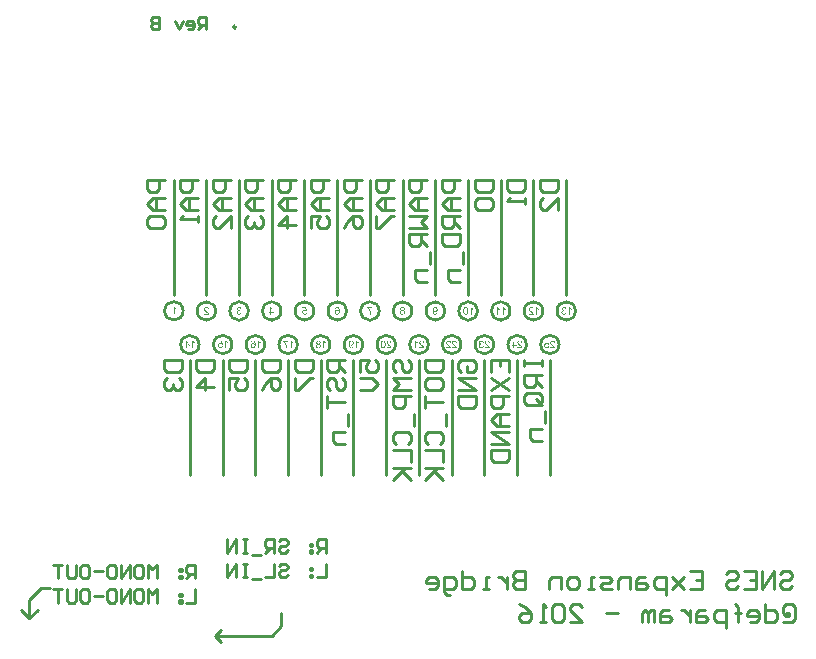
<source format=gbo>
G04 Layer_Color=32896*
%FSAX24Y24*%
%MOIN*%
G70*
G01*
G75*
%ADD10C,0.0100*%
G36*
X025048Y024523D02*
X025053Y024523D01*
X025058Y024522D01*
X025062Y024521D01*
X025066Y024520D01*
X025070Y024518D01*
X025074Y024517D01*
X025077Y024516D01*
X025080Y024514D01*
X025082Y024513D01*
X025084Y024512D01*
X025086Y024511D01*
X025087Y024510D01*
X025088Y024509D01*
X025089Y024509D01*
X025089Y024508D01*
X025092Y024505D01*
X025095Y024502D01*
X025101Y024496D01*
X025106Y024489D01*
X025110Y024482D01*
X025111Y024479D01*
X025113Y024476D01*
X025114Y024473D01*
X025115Y024471D01*
X025115Y024469D01*
X025116Y024467D01*
X025116Y024467D01*
Y024466D01*
X025118Y024461D01*
X025119Y024455D01*
X025122Y024444D01*
X025123Y024432D01*
X025124Y024426D01*
X025124Y024420D01*
X025125Y024415D01*
X025125Y024410D01*
X025125Y024406D01*
Y024402D01*
X025125Y024399D01*
Y024396D01*
Y024395D01*
Y024395D01*
X025125Y024382D01*
X025124Y024370D01*
X025123Y024359D01*
X025122Y024349D01*
X025120Y024339D01*
X025118Y024331D01*
X025115Y024324D01*
X025113Y024317D01*
X025111Y024311D01*
X025108Y024306D01*
X025106Y024302D01*
X025104Y024298D01*
X025103Y024295D01*
X025102Y024293D01*
X025101Y024292D01*
X025101Y024292D01*
X025096Y024287D01*
X025092Y024284D01*
X025087Y024280D01*
X025083Y024277D01*
X025078Y024275D01*
X025073Y024272D01*
X025069Y024271D01*
X025064Y024269D01*
X025060Y024268D01*
X025056Y024268D01*
X025053Y024267D01*
X025050Y024267D01*
X025047Y024266D01*
X025045Y024266D01*
X025044D01*
X025038Y024266D01*
X025034Y024267D01*
X025029Y024268D01*
X025025Y024268D01*
X025021Y024270D01*
X025017Y024271D01*
X025013Y024272D01*
X025010Y024274D01*
X025007Y024275D01*
X025005Y024276D01*
X025003Y024278D01*
X025001Y024279D01*
X025000Y024280D01*
X024999Y024280D01*
X024998Y024281D01*
X024998Y024281D01*
X024995Y024284D01*
X024991Y024287D01*
X024986Y024294D01*
X024981Y024301D01*
X024977Y024307D01*
X024976Y024311D01*
X024974Y024314D01*
X024973Y024316D01*
X024972Y024319D01*
X024971Y024320D01*
X024971Y024322D01*
X024971Y024323D01*
Y024323D01*
X024969Y024328D01*
X024968Y024334D01*
X024965Y024346D01*
X024964Y024358D01*
X024963Y024363D01*
X024962Y024369D01*
X024962Y024374D01*
X024962Y024379D01*
X024962Y024383D01*
X024961Y024387D01*
Y024390D01*
Y024393D01*
Y024394D01*
Y024395D01*
Y024401D01*
X024962Y024408D01*
X024962Y024414D01*
X024962Y024420D01*
X024963Y024425D01*
X024963Y024430D01*
X024964Y024434D01*
X024964Y024438D01*
X024965Y024442D01*
X024965Y024445D01*
X024966Y024447D01*
X024966Y024450D01*
X024967Y024452D01*
X024967Y024453D01*
X024967Y024453D01*
Y024454D01*
X024969Y024462D01*
X024972Y024469D01*
X024974Y024475D01*
X024977Y024481D01*
X024978Y024483D01*
X024979Y024485D01*
X024980Y024487D01*
X024981Y024488D01*
X024982Y024490D01*
X024982Y024490D01*
X024983Y024491D01*
Y024491D01*
X024986Y024497D01*
X024991Y024502D01*
X024995Y024506D01*
X024999Y024509D01*
X025003Y024512D01*
X025005Y024513D01*
X025006Y024514D01*
X025007Y024515D01*
X025008Y024515D01*
X025008D01*
X025014Y024518D01*
X025020Y024520D01*
X025026Y024521D01*
X025032Y024522D01*
X025036Y024523D01*
X025038Y024523D01*
X025040Y024523D01*
X025044D01*
X025048Y024523D01*
D02*
G37*
G36*
X019695Y024390D02*
X019666Y024385D01*
X019664Y024389D01*
X019661Y024393D01*
X019657Y024396D01*
X019655Y024399D01*
X019652Y024401D01*
X019650Y024402D01*
X019648Y024403D01*
X019648Y024403D01*
X019643Y024406D01*
X019639Y024407D01*
X019634Y024409D01*
X019630Y024410D01*
X019626Y024410D01*
X019623Y024410D01*
X019621D01*
X019616Y024410D01*
X019612Y024410D01*
X019608Y024409D01*
X019604Y024408D01*
X019598Y024405D01*
X019595Y024404D01*
X019592Y024403D01*
X019590Y024401D01*
X019588Y024400D01*
X019586Y024398D01*
X019584Y024397D01*
X019583Y024396D01*
X019582Y024395D01*
X019582Y024395D01*
X019582Y024395D01*
X019579Y024392D01*
X019577Y024389D01*
X019575Y024385D01*
X019573Y024382D01*
X019570Y024375D01*
X019569Y024368D01*
X019568Y024365D01*
X019568Y024362D01*
X019567Y024360D01*
X019567Y024357D01*
X019567Y024355D01*
Y024354D01*
Y024353D01*
Y024353D01*
X019567Y024348D01*
X019567Y024343D01*
X019568Y024339D01*
X019569Y024334D01*
X019570Y024330D01*
X019572Y024327D01*
X019573Y024323D01*
X019574Y024320D01*
X019576Y024318D01*
X019577Y024315D01*
X019579Y024313D01*
X019580Y024311D01*
X019581Y024310D01*
X019582Y024309D01*
X019582Y024309D01*
X019582Y024308D01*
X019585Y024305D01*
X019588Y024303D01*
X019591Y024301D01*
X019595Y024299D01*
X019598Y024297D01*
X019601Y024296D01*
X019607Y024294D01*
X019612Y024292D01*
X019614Y024292D01*
X019616Y024292D01*
X019618Y024292D01*
X019620D01*
X019624Y024292D01*
X019627Y024292D01*
X019633Y024293D01*
X019638Y024295D01*
X019643Y024298D01*
X019647Y024300D01*
X019649Y024301D01*
X019651Y024302D01*
X019651Y024303D01*
X019652Y024303D01*
X019652D01*
X019654Y024306D01*
X019656Y024308D01*
X019660Y024314D01*
X019663Y024320D01*
X019665Y024325D01*
X019666Y024331D01*
X019667Y024333D01*
X019667Y024335D01*
X019668Y024337D01*
X019668Y024338D01*
X019668Y024339D01*
Y024339D01*
X019701Y024336D01*
X019700Y024331D01*
X019699Y024325D01*
X019698Y024320D01*
X019696Y024315D01*
X019694Y024310D01*
X019692Y024306D01*
X019690Y024302D01*
X019687Y024299D01*
X019685Y024296D01*
X019683Y024293D01*
X019681Y024291D01*
X019679Y024289D01*
X019678Y024287D01*
X019677Y024286D01*
X019677Y024286D01*
X019676Y024285D01*
X019672Y024282D01*
X019667Y024279D01*
X019663Y024277D01*
X019658Y024274D01*
X019654Y024272D01*
X019649Y024271D01*
X019644Y024269D01*
X019640Y024269D01*
X019636Y024268D01*
X019632Y024267D01*
X019629Y024267D01*
X019626Y024266D01*
X019623Y024266D01*
X019620D01*
X019612Y024266D01*
X019605Y024268D01*
X019598Y024269D01*
X019592Y024271D01*
X019586Y024273D01*
X019581Y024276D01*
X019576Y024279D01*
X019571Y024281D01*
X019567Y024284D01*
X019564Y024287D01*
X019561Y024290D01*
X019558Y024292D01*
X019556Y024294D01*
X019555Y024295D01*
X019554Y024297D01*
X019554Y024297D01*
X019550Y024301D01*
X019547Y024306D01*
X019545Y024312D01*
X019542Y024316D01*
X019541Y024321D01*
X019539Y024326D01*
X019538Y024331D01*
X019536Y024336D01*
X019536Y024340D01*
X019535Y024344D01*
X019535Y024347D01*
X019534Y024350D01*
X019534Y024352D01*
Y024354D01*
Y024355D01*
Y024356D01*
X019534Y024362D01*
X019535Y024369D01*
X019536Y024375D01*
X019538Y024380D01*
X019539Y024385D01*
X019541Y024390D01*
X019543Y024395D01*
X019545Y024399D01*
X019548Y024402D01*
X019550Y024405D01*
X019551Y024408D01*
X019553Y024411D01*
X019555Y024412D01*
X019556Y024414D01*
X019557Y024414D01*
X019557Y024415D01*
X019561Y024419D01*
X019566Y024422D01*
X019571Y024425D01*
X019575Y024428D01*
X019580Y024430D01*
X019584Y024432D01*
X019589Y024434D01*
X019593Y024435D01*
X019597Y024436D01*
X019601Y024437D01*
X019604Y024437D01*
X019607Y024437D01*
X019609D01*
X019611Y024438D01*
X019612D01*
X019617Y024437D01*
X019622Y024437D01*
X019626Y024436D01*
X019630Y024435D01*
X019638Y024433D01*
X019642Y024431D01*
X019645Y024430D01*
X019649Y024428D01*
X019651Y024427D01*
X019654Y024425D01*
X019656Y024424D01*
X019658Y024423D01*
X019659Y024423D01*
X019660Y024422D01*
X019660Y024422D01*
X019646Y024490D01*
X019546D01*
Y024519D01*
X019671D01*
X019695Y024390D01*
D02*
G37*
G36*
X024681Y025607D02*
X024557D01*
X024562Y025602D01*
X024566Y025597D01*
X024574Y025586D01*
X024582Y025575D01*
X024585Y025569D01*
X024589Y025564D01*
X024591Y025559D01*
X024594Y025555D01*
X024596Y025551D01*
X024598Y025548D01*
X024600Y025545D01*
X024601Y025543D01*
X024602Y025542D01*
X024602Y025541D01*
X024609Y025527D01*
X024616Y025512D01*
X024619Y025505D01*
X024621Y025498D01*
X024623Y025492D01*
X024626Y025486D01*
X024628Y025480D01*
X024629Y025475D01*
X024631Y025471D01*
X024632Y025467D01*
X024633Y025464D01*
X024633Y025462D01*
X024634Y025460D01*
X024634Y025460D01*
X024636Y025452D01*
X024638Y025445D01*
X024639Y025438D01*
X024640Y025431D01*
X024641Y025425D01*
X024642Y025419D01*
X024643Y025414D01*
X024644Y025408D01*
X024644Y025404D01*
X024644Y025400D01*
X024645Y025397D01*
X024645Y025394D01*
X024645Y025391D01*
Y025390D01*
Y025389D01*
Y025388D01*
X024614D01*
X024613Y025402D01*
X024612Y025409D01*
X024611Y025415D01*
X024610Y025421D01*
X024609Y025427D01*
X024608Y025432D01*
X024607Y025437D01*
X024606Y025441D01*
X024605Y025445D01*
X024604Y025449D01*
X024603Y025452D01*
X024603Y025454D01*
X024602Y025456D01*
X024602Y025457D01*
Y025457D01*
X024597Y025474D01*
X024594Y025482D01*
X024591Y025490D01*
X024588Y025498D01*
X024585Y025505D01*
X024582Y025512D01*
X024579Y025518D01*
X024576Y025524D01*
X024574Y025529D01*
X024571Y025534D01*
X024569Y025537D01*
X024568Y025541D01*
X024567Y025543D01*
X024566Y025544D01*
X024566Y025545D01*
X024561Y025552D01*
X024557Y025560D01*
X024552Y025567D01*
X024548Y025573D01*
X024544Y025579D01*
X024540Y025585D01*
X024536Y025590D01*
X024533Y025595D01*
X024529Y025599D01*
X024527Y025602D01*
X024524Y025605D01*
X024522Y025608D01*
X024520Y025610D01*
X024519Y025612D01*
X024518Y025613D01*
X024518Y025613D01*
Y025637D01*
X024681D01*
Y025607D01*
D02*
G37*
G36*
X019804Y024517D02*
X019808Y024511D01*
X019812Y024505D01*
X019817Y024500D01*
X019821Y024496D01*
X019823Y024494D01*
X019824Y024492D01*
X019826Y024491D01*
X019827Y024490D01*
X019827Y024490D01*
X019828Y024489D01*
X019835Y024483D01*
X019843Y024478D01*
X019851Y024472D01*
X019858Y024468D01*
X019861Y024466D01*
X019864Y024465D01*
X019866Y024463D01*
X019869Y024462D01*
X019871Y024461D01*
X019872Y024460D01*
X019873Y024460D01*
X019873Y024460D01*
Y024430D01*
X019868Y024432D01*
X019862Y024435D01*
X019856Y024437D01*
X019851Y024440D01*
X019847Y024442D01*
X019845Y024443D01*
X019844Y024444D01*
X019842Y024445D01*
X019841Y024445D01*
X019841Y024446D01*
X019841D01*
X019834Y024450D01*
X019828Y024454D01*
X019823Y024457D01*
X019819Y024461D01*
X019815Y024463D01*
X019813Y024465D01*
X019812Y024467D01*
X019811Y024467D01*
Y024270D01*
X019780D01*
Y024523D01*
X019800D01*
X019804Y024517D01*
D02*
G37*
G36*
X024163Y024512D02*
X024167Y024506D01*
X024172Y024501D01*
X024176Y024496D01*
X024180Y024491D01*
X024182Y024489D01*
X024184Y024488D01*
X024185Y024486D01*
X024186Y024486D01*
X024187Y024485D01*
X024187Y024485D01*
X024194Y024478D01*
X024202Y024473D01*
X024210Y024468D01*
X024217Y024463D01*
X024220Y024462D01*
X024223Y024460D01*
X024226Y024459D01*
X024228Y024457D01*
X024230Y024457D01*
X024231Y024456D01*
X024232Y024456D01*
X024232Y024455D01*
Y024426D01*
X024227Y024428D01*
X024221Y024430D01*
X024216Y024433D01*
X024211Y024435D01*
X024206Y024438D01*
X024204Y024439D01*
X024203Y024440D01*
X024201Y024440D01*
X024201Y024441D01*
X024200Y024441D01*
X024200D01*
X024193Y024445D01*
X024188Y024449D01*
X024182Y024453D01*
X024178Y024456D01*
X024175Y024459D01*
X024172Y024461D01*
X024171Y024462D01*
X024170Y024463D01*
Y024266D01*
X024139D01*
Y024519D01*
X024159D01*
X024163Y024512D01*
D02*
G37*
G36*
X018710D02*
X018714Y024506D01*
X018719Y024501D01*
X018724Y024496D01*
X018728Y024491D01*
X018730Y024489D01*
X018731Y024488D01*
X018732Y024486D01*
X018733Y024486D01*
X018734Y024485D01*
X018734Y024485D01*
X018742Y024478D01*
X018749Y024473D01*
X018757Y024468D01*
X018764Y024463D01*
X018767Y024462D01*
X018770Y024460D01*
X018773Y024459D01*
X018775Y024457D01*
X018777Y024457D01*
X018778Y024456D01*
X018779Y024456D01*
X018780Y024455D01*
Y024426D01*
X018774Y024428D01*
X018768Y024430D01*
X018763Y024433D01*
X018758Y024435D01*
X018754Y024438D01*
X018752Y024439D01*
X018750Y024440D01*
X018749Y024440D01*
X018748Y024441D01*
X018747Y024441D01*
X018747D01*
X018740Y024445D01*
X018735Y024449D01*
X018730Y024453D01*
X018725Y024456D01*
X018722Y024459D01*
X018719Y024461D01*
X018718Y024462D01*
X018718Y024463D01*
Y024266D01*
X018687D01*
Y024519D01*
X018707D01*
X018710Y024512D01*
D02*
G37*
G36*
X026123Y024517D02*
X026127Y024511D01*
X026132Y024505D01*
X026137Y024500D01*
X026141Y024496D01*
X026143Y024494D01*
X026144Y024492D01*
X026145Y024491D01*
X026146Y024490D01*
X026147Y024490D01*
X026147Y024489D01*
X026155Y024483D01*
X026162Y024478D01*
X026170Y024472D01*
X026177Y024468D01*
X026180Y024466D01*
X026183Y024465D01*
X026186Y024463D01*
X026188Y024462D01*
X026190Y024461D01*
X026191Y024460D01*
X026192Y024460D01*
X026193Y024460D01*
Y024430D01*
X026187Y024432D01*
X026181Y024435D01*
X026176Y024437D01*
X026171Y024440D01*
X026167Y024442D01*
X026165Y024443D01*
X026163Y024444D01*
X026162Y024445D01*
X026161Y024445D01*
X026160Y024446D01*
X026160D01*
X026153Y024450D01*
X026148Y024454D01*
X026143Y024457D01*
X026138Y024461D01*
X026135Y024463D01*
X026132Y024465D01*
X026131Y024467D01*
X026131Y024467D01*
Y024270D01*
X026100D01*
Y024523D01*
X026120D01*
X026123Y024517D01*
D02*
G37*
G36*
X019156Y025641D02*
X019163Y025640D01*
X019168Y025640D01*
X019174Y025638D01*
X019179Y025637D01*
X019184Y025635D01*
X019188Y025634D01*
X019192Y025632D01*
X019195Y025630D01*
X019198Y025628D01*
X019201Y025627D01*
X019203Y025625D01*
X019205Y025624D01*
X019206Y025623D01*
X019207Y025623D01*
X019207Y025622D01*
X019211Y025619D01*
X019214Y025615D01*
X019217Y025611D01*
X019220Y025606D01*
X019222Y025602D01*
X019224Y025597D01*
X019226Y025593D01*
X019227Y025589D01*
X019229Y025584D01*
X019230Y025581D01*
X019230Y025577D01*
X019231Y025574D01*
X019231Y025572D01*
X019231Y025570D01*
X019232Y025569D01*
Y025568D01*
X019200Y025565D01*
X019200Y025569D01*
X019200Y025573D01*
X019198Y025581D01*
X019196Y025587D01*
X019195Y025590D01*
X019193Y025592D01*
X019192Y025595D01*
X019191Y025596D01*
X019190Y025598D01*
X019189Y025599D01*
X019188Y025601D01*
X019187Y025601D01*
X019187Y025602D01*
X019187Y025602D01*
X019184Y025604D01*
X019181Y025607D01*
X019178Y025608D01*
X019175Y025610D01*
X019169Y025612D01*
X019164Y025614D01*
X019159Y025615D01*
X019156Y025615D01*
X019155D01*
X019153Y025616D01*
X019147D01*
X019143Y025615D01*
X019136Y025614D01*
X019130Y025611D01*
X019125Y025609D01*
X019121Y025607D01*
X019120Y025606D01*
X019118Y025605D01*
X019117Y025604D01*
X019117Y025603D01*
X019116Y025603D01*
X019116Y025603D01*
X019114Y025600D01*
X019112Y025598D01*
X019110Y025595D01*
X019108Y025593D01*
X019106Y025587D01*
X019104Y025583D01*
X019103Y025578D01*
X019103Y025577D01*
Y025575D01*
X019103Y025574D01*
Y025573D01*
Y025572D01*
Y025572D01*
X019103Y025569D01*
X019103Y025565D01*
X019105Y025559D01*
X019107Y025552D01*
X019110Y025547D01*
X019113Y025542D01*
X019114Y025540D01*
X019115Y025538D01*
X019116Y025537D01*
X019117Y025536D01*
X019117Y025535D01*
X019117Y025535D01*
X019120Y025531D01*
X019124Y025527D01*
X019128Y025522D01*
X019132Y025518D01*
X019141Y025509D01*
X019151Y025501D01*
X019155Y025497D01*
X019159Y025493D01*
X019163Y025490D01*
X019167Y025487D01*
X019169Y025484D01*
X019171Y025483D01*
X019173Y025482D01*
X019173Y025481D01*
X019178Y025477D01*
X019182Y025473D01*
X019187Y025470D01*
X019191Y025466D01*
X019194Y025463D01*
X019198Y025460D01*
X019201Y025457D01*
X019203Y025454D01*
X019206Y025452D01*
X019208Y025450D01*
X019210Y025448D01*
X019211Y025446D01*
X019212Y025445D01*
X019213Y025444D01*
X019213Y025444D01*
X019214Y025443D01*
X019219Y025437D01*
X019223Y025431D01*
X019226Y025426D01*
X019229Y025420D01*
X019231Y025416D01*
X019232Y025414D01*
X019233Y025413D01*
X019233Y025411D01*
X019234Y025411D01*
X019234Y025410D01*
Y025410D01*
X019235Y025406D01*
X019236Y025402D01*
X019237Y025399D01*
X019237Y025395D01*
X019238Y025392D01*
Y025390D01*
Y025389D01*
Y025388D01*
X019071D01*
Y025418D01*
X019195D01*
X019191Y025424D01*
X019188Y025427D01*
X019186Y025429D01*
X019184Y025432D01*
X019183Y025433D01*
X019182Y025434D01*
X019182Y025435D01*
X019180Y025436D01*
X019178Y025438D01*
X019175Y025441D01*
X019173Y025443D01*
X019167Y025448D01*
X019161Y025454D01*
X019155Y025459D01*
X019153Y025461D01*
X019150Y025463D01*
X019149Y025464D01*
X019147Y025465D01*
X019146Y025466D01*
X019146Y025466D01*
X019140Y025472D01*
X019134Y025477D01*
X019129Y025481D01*
X019124Y025485D01*
X019120Y025489D01*
X019116Y025493D01*
X019112Y025496D01*
X019109Y025499D01*
X019106Y025502D01*
X019104Y025504D01*
X019102Y025506D01*
X019101Y025508D01*
X019100Y025509D01*
X019099Y025510D01*
X019098Y025510D01*
X019098Y025511D01*
X019093Y025517D01*
X019089Y025522D01*
X019085Y025527D01*
X019082Y025532D01*
X019080Y025536D01*
X019078Y025539D01*
X019078Y025540D01*
X019078Y025541D01*
X019077Y025541D01*
Y025541D01*
X019075Y025547D01*
X019074Y025552D01*
X019073Y025557D01*
X019072Y025562D01*
X019071Y025566D01*
X019071Y025569D01*
Y025570D01*
Y025570D01*
Y025571D01*
Y025571D01*
X019071Y025577D01*
X019072Y025582D01*
X019073Y025587D01*
X019074Y025592D01*
X019076Y025596D01*
X019078Y025600D01*
X019080Y025604D01*
X019082Y025607D01*
X019084Y025610D01*
X019085Y025613D01*
X019087Y025616D01*
X019089Y025617D01*
X019090Y025619D01*
X019091Y025620D01*
X019092Y025621D01*
X019092Y025621D01*
X019096Y025625D01*
X019101Y025628D01*
X019105Y025630D01*
X019110Y025633D01*
X019115Y025635D01*
X019120Y025636D01*
X019124Y025638D01*
X019129Y025639D01*
X019133Y025640D01*
X019137Y025640D01*
X019141Y025641D01*
X019144Y025641D01*
X019146Y025641D01*
X019150D01*
X019156Y025641D01*
D02*
G37*
G36*
X025244Y024523D02*
X025251Y024522D01*
X025256Y024521D01*
X025262Y024520D01*
X025267Y024519D01*
X025272Y024517D01*
X025276Y024515D01*
X025280Y024514D01*
X025284Y024512D01*
X025287Y024510D01*
X025289Y024509D01*
X025291Y024507D01*
X025293Y024506D01*
X025294Y024505D01*
X025295Y024505D01*
X025295Y024504D01*
X025299Y024501D01*
X025302Y024497D01*
X025305Y024493D01*
X025308Y024488D01*
X025310Y024484D01*
X025312Y024479D01*
X025314Y024474D01*
X025315Y024470D01*
X025317Y024466D01*
X025318Y024462D01*
X025318Y024459D01*
X025319Y024456D01*
X025319Y024453D01*
X025320Y024452D01*
X025320Y024451D01*
Y024450D01*
X025288Y024447D01*
X025288Y024451D01*
X025288Y024455D01*
X025286Y024462D01*
X025284Y024469D01*
X025283Y024472D01*
X025281Y024474D01*
X025280Y024476D01*
X025279Y024478D01*
X025278Y024480D01*
X025277Y024481D01*
X025276Y024482D01*
X025275Y024483D01*
X025275Y024484D01*
X025275Y024484D01*
X025272Y024486D01*
X025269Y024488D01*
X025266Y024490D01*
X025263Y024492D01*
X025257Y024494D01*
X025252Y024496D01*
X025247Y024497D01*
X025244Y024497D01*
X025243D01*
X025241Y024497D01*
X025235D01*
X025231Y024497D01*
X025224Y024496D01*
X025219Y024493D01*
X025213Y024491D01*
X025210Y024489D01*
X025208Y024488D01*
X025207Y024487D01*
X025205Y024486D01*
X025205Y024485D01*
X025204Y024485D01*
X025204Y024485D01*
X025202Y024482D01*
X025200Y024480D01*
X025198Y024477D01*
X025196Y024474D01*
X025194Y024469D01*
X025192Y024464D01*
X025192Y024460D01*
X025191Y024458D01*
Y024457D01*
X025191Y024456D01*
Y024455D01*
Y024454D01*
Y024454D01*
X025191Y024450D01*
X025191Y024447D01*
X025193Y024441D01*
X025195Y024434D01*
X025198Y024429D01*
X025201Y024424D01*
X025202Y024422D01*
X025203Y024420D01*
X025204Y024419D01*
X025205Y024417D01*
X025205Y024417D01*
X025205Y024417D01*
X025208Y024413D01*
X025212Y024409D01*
X025216Y024404D01*
X025220Y024400D01*
X025229Y024391D01*
X025239Y024383D01*
X025243Y024378D01*
X025247Y024375D01*
X025251Y024372D01*
X025255Y024369D01*
X025257Y024366D01*
X025259Y024365D01*
X025261Y024363D01*
X025261Y024363D01*
X025266Y024359D01*
X025270Y024355D01*
X025275Y024352D01*
X025279Y024348D01*
X025282Y024345D01*
X025286Y024342D01*
X025289Y024339D01*
X025291Y024336D01*
X025294Y024334D01*
X025296Y024331D01*
X025298Y024330D01*
X025299Y024328D01*
X025300Y024327D01*
X025301Y024326D01*
X025302Y024325D01*
X025302Y024325D01*
X025307Y024319D01*
X025311Y024313D01*
X025314Y024307D01*
X025317Y024302D01*
X025319Y024298D01*
X025320Y024296D01*
X025321Y024295D01*
X025321Y024293D01*
X025322Y024292D01*
X025322Y024292D01*
Y024292D01*
X025323Y024288D01*
X025324Y024284D01*
X025325Y024280D01*
X025325Y024277D01*
X025326Y024274D01*
Y024272D01*
Y024271D01*
Y024270D01*
X025159D01*
Y024300D01*
X025283D01*
X025279Y024306D01*
X025276Y024309D01*
X025274Y024311D01*
X025272Y024313D01*
X025271Y024315D01*
X025270Y024316D01*
X025270Y024316D01*
X025268Y024318D01*
X025266Y024320D01*
X025263Y024322D01*
X025261Y024325D01*
X025255Y024330D01*
X025249Y024336D01*
X025243Y024340D01*
X025241Y024343D01*
X025238Y024345D01*
X025237Y024346D01*
X025235Y024347D01*
X025234Y024348D01*
X025234Y024348D01*
X025228Y024354D01*
X025222Y024358D01*
X025217Y024363D01*
X025212Y024367D01*
X025208Y024371D01*
X025204Y024375D01*
X025201Y024378D01*
X025197Y024381D01*
X025194Y024384D01*
X025192Y024386D01*
X025190Y024388D01*
X025189Y024390D01*
X025188Y024391D01*
X025187Y024392D01*
X025186Y024392D01*
X025186Y024393D01*
X025181Y024399D01*
X025177Y024404D01*
X025173Y024409D01*
X025170Y024414D01*
X025168Y024418D01*
X025166Y024421D01*
X025166Y024422D01*
X025166Y024423D01*
X025165Y024423D01*
Y024423D01*
X025163Y024429D01*
X025162Y024434D01*
X025161Y024439D01*
X025160Y024444D01*
X025159Y024447D01*
X025159Y024450D01*
Y024452D01*
Y024452D01*
Y024453D01*
Y024453D01*
X025159Y024458D01*
X025160Y024464D01*
X025161Y024468D01*
X025162Y024473D01*
X025164Y024478D01*
X025166Y024482D01*
X025168Y024486D01*
X025170Y024489D01*
X025172Y024492D01*
X025173Y024495D01*
X025175Y024497D01*
X025177Y024499D01*
X025178Y024501D01*
X025179Y024502D01*
X025180Y024503D01*
X025180Y024503D01*
X025184Y024506D01*
X025189Y024509D01*
X025193Y024512D01*
X025198Y024515D01*
X025203Y024517D01*
X025208Y024518D01*
X025213Y024520D01*
X025217Y024521D01*
X025221Y024521D01*
X025225Y024522D01*
X025229Y024523D01*
X025232Y024523D01*
X025234Y024523D01*
X025238D01*
X025244Y024523D01*
D02*
G37*
G36*
X025695Y025641D02*
X025701Y025640D01*
X025706Y025640D01*
X025711Y025638D01*
X025716Y025637D01*
X025720Y025635D01*
X025724Y025634D01*
X025727Y025632D01*
X025731Y025630D01*
X025733Y025628D01*
X025736Y025627D01*
X025738Y025625D01*
X025739Y025624D01*
X025741Y025623D01*
X025741Y025623D01*
X025741Y025622D01*
X025745Y025619D01*
X025748Y025615D01*
X025750Y025611D01*
X025753Y025607D01*
X025755Y025603D01*
X025756Y025599D01*
X025757Y025596D01*
X025759Y025592D01*
X025759Y025589D01*
X025760Y025586D01*
X025760Y025583D01*
X025761Y025581D01*
Y025579D01*
X025761Y025577D01*
Y025577D01*
Y025576D01*
X025761Y025570D01*
X025760Y025564D01*
X025758Y025558D01*
X025756Y025554D01*
X025755Y025550D01*
X025753Y025547D01*
X025753Y025546D01*
X025752Y025545D01*
X025752Y025545D01*
Y025545D01*
X025748Y025540D01*
X025743Y025536D01*
X025739Y025533D01*
X025734Y025530D01*
X025730Y025528D01*
X025728Y025527D01*
X025726Y025526D01*
X025725Y025526D01*
X025724Y025525D01*
X025724Y025525D01*
X025723D01*
X025731Y025522D01*
X025739Y025519D01*
X025745Y025515D01*
X025750Y025511D01*
X025752Y025510D01*
X025754Y025508D01*
X025755Y025506D01*
X025756Y025505D01*
X025757Y025504D01*
X025758Y025503D01*
X025759Y025503D01*
X025759Y025502D01*
X025761Y025499D01*
X025763Y025496D01*
X025766Y025489D01*
X025768Y025482D01*
X025769Y025476D01*
X025770Y025473D01*
X025771Y025470D01*
X025771Y025468D01*
Y025465D01*
X025771Y025464D01*
Y025462D01*
Y025462D01*
Y025461D01*
X025771Y025455D01*
X025770Y025450D01*
X025769Y025444D01*
X025768Y025439D01*
X025766Y025434D01*
X025764Y025429D01*
X025762Y025425D01*
X025760Y025421D01*
X025758Y025418D01*
X025756Y025415D01*
X025754Y025412D01*
X025752Y025410D01*
X025751Y025408D01*
X025750Y025407D01*
X025749Y025406D01*
X025748Y025406D01*
X025744Y025402D01*
X025739Y025399D01*
X025734Y025396D01*
X025729Y025394D01*
X025724Y025391D01*
X025719Y025390D01*
X025714Y025388D01*
X025710Y025387D01*
X025705Y025386D01*
X025701Y025385D01*
X025697Y025385D01*
X025694Y025385D01*
X025692D01*
X025690Y025384D01*
X025688D01*
X025681Y025385D01*
X025675Y025385D01*
X025669Y025386D01*
X025663Y025388D01*
X025658Y025389D01*
X025653Y025391D01*
X025648Y025393D01*
X025644Y025395D01*
X025641Y025397D01*
X025637Y025399D01*
X025635Y025401D01*
X025632Y025403D01*
X025630Y025404D01*
X025629Y025405D01*
X025628Y025406D01*
X025628Y025406D01*
X025624Y025410D01*
X025620Y025415D01*
X025617Y025419D01*
X025615Y025424D01*
X025612Y025429D01*
X025611Y025433D01*
X025609Y025437D01*
X025608Y025442D01*
X025607Y025445D01*
X025606Y025449D01*
X025606Y025452D01*
X025605Y025455D01*
Y025457D01*
X025605Y025459D01*
Y025460D01*
Y025460D01*
Y025465D01*
X025606Y025469D01*
X025607Y025477D01*
X025609Y025483D01*
X025611Y025489D01*
X025612Y025492D01*
X025614Y025494D01*
X025615Y025496D01*
X025615Y025497D01*
X025616Y025499D01*
X025617Y025500D01*
X025617Y025500D01*
X025617Y025500D01*
X025622Y025506D01*
X025628Y025511D01*
X025634Y025516D01*
X025640Y025519D01*
X025645Y025522D01*
X025647Y025523D01*
X025649Y025524D01*
X025650Y025524D01*
X025652Y025525D01*
X025652Y025525D01*
X025653D01*
X025646Y025528D01*
X025640Y025531D01*
X025636Y025534D01*
X025632Y025537D01*
X025629Y025540D01*
X025626Y025543D01*
X025625Y025544D01*
X025625Y025545D01*
Y025545D01*
X025622Y025550D01*
X025619Y025555D01*
X025618Y025560D01*
X025617Y025565D01*
X025616Y025569D01*
X025616Y025571D01*
X025615Y025572D01*
Y025574D01*
Y025575D01*
Y025575D01*
Y025575D01*
X025616Y025580D01*
X025616Y025585D01*
X025617Y025590D01*
X025619Y025594D01*
X025620Y025598D01*
X025622Y025602D01*
X025624Y025606D01*
X025626Y025609D01*
X025627Y025612D01*
X025629Y025614D01*
X025631Y025617D01*
X025632Y025619D01*
X025634Y025620D01*
X025635Y025621D01*
X025635Y025622D01*
X025636Y025622D01*
X025640Y025625D01*
X025644Y025628D01*
X025648Y025631D01*
X025653Y025633D01*
X025657Y025635D01*
X025661Y025637D01*
X025666Y025638D01*
X025670Y025639D01*
X025674Y025640D01*
X025677Y025640D01*
X025681Y025641D01*
X025683Y025641D01*
X025686Y025641D01*
X025689D01*
X025695Y025641D01*
D02*
G37*
G36*
X023987Y024518D02*
X023993Y024518D01*
X023999Y024516D01*
X024004Y024515D01*
X024009Y024513D01*
X024014Y024511D01*
X024018Y024509D01*
X024022Y024507D01*
X024026Y024505D01*
X024029Y024502D01*
X024031Y024501D01*
X024034Y024499D01*
X024035Y024497D01*
X024037Y024496D01*
X024037Y024495D01*
X024038Y024495D01*
X024041Y024490D01*
X024045Y024486D01*
X024048Y024481D01*
X024050Y024475D01*
X024053Y024471D01*
X024055Y024465D01*
X024056Y024460D01*
X024057Y024456D01*
X024058Y024451D01*
X024059Y024447D01*
X024059Y024443D01*
X024060Y024440D01*
Y024437D01*
X024060Y024435D01*
Y024434D01*
Y024433D01*
X024060Y024427D01*
X024059Y024420D01*
X024058Y024414D01*
X024057Y024408D01*
X024055Y024403D01*
X024053Y024398D01*
X024051Y024394D01*
X024049Y024390D01*
X024047Y024386D01*
X024045Y024383D01*
X024043Y024380D01*
X024042Y024378D01*
X024040Y024376D01*
X024039Y024375D01*
X024039Y024374D01*
X024038Y024374D01*
X024034Y024370D01*
X024030Y024366D01*
X024026Y024363D01*
X024021Y024361D01*
X024017Y024359D01*
X024012Y024357D01*
X024008Y024355D01*
X024004Y024354D01*
X024000Y024353D01*
X023997Y024352D01*
X023994Y024352D01*
X023991Y024352D01*
X023989D01*
X023987Y024351D01*
X023986D01*
X023979Y024352D01*
X023972Y024353D01*
X023966Y024354D01*
X023961Y024356D01*
X023957Y024358D01*
X023955Y024358D01*
X023954Y024359D01*
X023952Y024359D01*
X023952Y024360D01*
X023951Y024360D01*
X023951D01*
X023945Y024364D01*
X023940Y024368D01*
X023936Y024372D01*
X023932Y024376D01*
X023929Y024379D01*
X023927Y024382D01*
X023926Y024383D01*
X023926Y024384D01*
X023925Y024384D01*
Y024382D01*
Y024380D01*
Y024379D01*
Y024378D01*
X023926Y024371D01*
X023926Y024364D01*
X023927Y024358D01*
X023928Y024352D01*
X023928Y024350D01*
X023929Y024347D01*
X023929Y024345D01*
X023929Y024344D01*
X023930Y024342D01*
X023930Y024341D01*
X023930Y024341D01*
Y024340D01*
X023932Y024334D01*
X023934Y024328D01*
X023936Y024323D01*
X023937Y024319D01*
X023939Y024315D01*
X023940Y024313D01*
X023941Y024311D01*
X023942Y024311D01*
X023944Y024307D01*
X023947Y024303D01*
X023950Y024300D01*
X023953Y024298D01*
X023955Y024296D01*
X023957Y024294D01*
X023959Y024294D01*
X023959Y024293D01*
X023963Y024291D01*
X023968Y024290D01*
X023972Y024289D01*
X023976Y024288D01*
X023979Y024287D01*
X023982Y024287D01*
X023984D01*
X023990Y024287D01*
X023995Y024288D01*
X024000Y024290D01*
X024004Y024292D01*
X024007Y024293D01*
X024009Y024295D01*
X024011Y024296D01*
X024011Y024296D01*
X024013Y024298D01*
X024015Y024300D01*
X024018Y024305D01*
X024021Y024310D01*
X024023Y024315D01*
X024024Y024320D01*
X024025Y024321D01*
X024025Y024323D01*
X024025Y024325D01*
Y024326D01*
X024026Y024326D01*
Y024327D01*
X024055Y024324D01*
X024055Y024319D01*
X024053Y024314D01*
X024052Y024309D01*
X024050Y024305D01*
X024049Y024300D01*
X024047Y024297D01*
X024045Y024293D01*
X024043Y024290D01*
X024041Y024287D01*
X024039Y024285D01*
X024038Y024283D01*
X024036Y024281D01*
X024035Y024280D01*
X024034Y024279D01*
X024034Y024278D01*
X024033Y024278D01*
X024030Y024275D01*
X024026Y024273D01*
X024022Y024270D01*
X024018Y024269D01*
X024014Y024267D01*
X024010Y024266D01*
X024002Y024264D01*
X023999Y024263D01*
X023995Y024263D01*
X023992Y024262D01*
X023990Y024262D01*
X023988Y024262D01*
X023985D01*
X023980Y024262D01*
X023975Y024262D01*
X023966Y024264D01*
X023961Y024265D01*
X023957Y024266D01*
X023954Y024268D01*
X023950Y024269D01*
X023947Y024270D01*
X023944Y024272D01*
X023942Y024273D01*
X023940Y024274D01*
X023939Y024275D01*
X023937Y024276D01*
X023937Y024276D01*
X023936Y024276D01*
X023933Y024279D01*
X023929Y024283D01*
X023923Y024290D01*
X023917Y024297D01*
X023913Y024304D01*
X023911Y024307D01*
X023910Y024310D01*
X023908Y024313D01*
X023907Y024315D01*
X023906Y024317D01*
X023906Y024318D01*
X023905Y024320D01*
Y024320D01*
X023903Y024326D01*
X023902Y024331D01*
X023899Y024344D01*
X023897Y024357D01*
X023896Y024363D01*
X023896Y024369D01*
X023895Y024375D01*
X023895Y024380D01*
X023895Y024385D01*
Y024389D01*
X023895Y024392D01*
Y024395D01*
Y024396D01*
Y024397D01*
Y024405D01*
X023895Y024413D01*
X023896Y024421D01*
X023896Y024427D01*
X023897Y024434D01*
X023898Y024440D01*
X023899Y024445D01*
X023900Y024450D01*
X023901Y024454D01*
X023902Y024457D01*
X023903Y024460D01*
X023904Y024463D01*
X023904Y024465D01*
X023905Y024466D01*
X023905Y024467D01*
Y024468D01*
X023907Y024472D01*
X023910Y024476D01*
X023912Y024480D01*
X023914Y024484D01*
X023917Y024487D01*
X023920Y024490D01*
X023922Y024493D01*
X023925Y024496D01*
X023927Y024498D01*
X023929Y024500D01*
X023931Y024501D01*
X023933Y024503D01*
X023934Y024504D01*
X023936Y024505D01*
X023936Y024505D01*
X023936Y024505D01*
X023940Y024508D01*
X023944Y024510D01*
X023948Y024512D01*
X023952Y024513D01*
X023959Y024515D01*
X023966Y024517D01*
X023969Y024518D01*
X023972Y024518D01*
X023975Y024518D01*
X023977D01*
X023979Y024519D01*
X023981D01*
X023987Y024518D01*
D02*
G37*
G36*
X021985Y024517D02*
X021989Y024511D01*
X021994Y024505D01*
X021998Y024500D01*
X022002Y024496D01*
X022004Y024494D01*
X022006Y024492D01*
X022007Y024491D01*
X022008Y024490D01*
X022009Y024490D01*
X022009Y024489D01*
X022016Y024483D01*
X022024Y024478D01*
X022032Y024472D01*
X022039Y024468D01*
X022042Y024466D01*
X022045Y024465D01*
X022048Y024463D01*
X022050Y024462D01*
X022052Y024461D01*
X022053Y024460D01*
X022054Y024460D01*
X022054Y024460D01*
Y024430D01*
X022049Y024432D01*
X022043Y024435D01*
X022038Y024437D01*
X022033Y024440D01*
X022028Y024442D01*
X022026Y024443D01*
X022025Y024444D01*
X022023Y024445D01*
X022022Y024445D01*
X022022Y024446D01*
X022022D01*
X022015Y024450D01*
X022009Y024454D01*
X022004Y024457D01*
X022000Y024461D01*
X021997Y024463D01*
X021994Y024465D01*
X021993Y024467D01*
X021992Y024467D01*
Y024270D01*
X021961D01*
Y024523D01*
X021981D01*
X021985Y024517D01*
D02*
G37*
G36*
X022504Y025508D02*
X022475Y025504D01*
X022472Y025507D01*
X022469Y025511D01*
X022466Y025514D01*
X022463Y025517D01*
X022461Y025519D01*
X022458Y025520D01*
X022457Y025521D01*
X022456Y025521D01*
X022452Y025524D01*
X022447Y025525D01*
X022443Y025527D01*
X022438Y025528D01*
X022435Y025528D01*
X022432Y025528D01*
X022429D01*
X022425Y025528D01*
X022421Y025528D01*
X022417Y025527D01*
X022413Y025526D01*
X022406Y025524D01*
X022404Y025522D01*
X022401Y025521D01*
X022398Y025519D01*
X022396Y025518D01*
X022394Y025516D01*
X022393Y025515D01*
X022392Y025514D01*
X022391Y025513D01*
X022391Y025513D01*
X022390Y025513D01*
X022388Y025510D01*
X022385Y025507D01*
X022383Y025503D01*
X022382Y025500D01*
X022379Y025493D01*
X022377Y025486D01*
X022377Y025483D01*
X022376Y025480D01*
X022376Y025478D01*
X022376Y025475D01*
X022375Y025474D01*
Y025472D01*
Y025471D01*
Y025471D01*
X022376Y025466D01*
X022376Y025461D01*
X022377Y025457D01*
X022378Y025452D01*
X022379Y025448D01*
X022380Y025445D01*
X022382Y025441D01*
X022383Y025438D01*
X022385Y025436D01*
X022386Y025433D01*
X022387Y025431D01*
X022389Y025429D01*
X022390Y025428D01*
X022390Y025427D01*
X022391Y025427D01*
X022391Y025426D01*
X022394Y025423D01*
X022397Y025421D01*
X022400Y025419D01*
X022403Y025417D01*
X022407Y025415D01*
X022410Y025414D01*
X022416Y025412D01*
X022421Y025411D01*
X022423Y025410D01*
X022425Y025410D01*
X022426Y025410D01*
X022429D01*
X022432Y025410D01*
X022435Y025410D01*
X022441Y025412D01*
X022447Y025414D01*
X022452Y025416D01*
X022455Y025418D01*
X022458Y025420D01*
X022459Y025420D01*
X022460Y025421D01*
X022460Y025421D01*
X022461D01*
X022463Y025424D01*
X022465Y025426D01*
X022468Y025432D01*
X022471Y025438D01*
X022474Y025444D01*
X022475Y025449D01*
X022476Y025451D01*
X022476Y025453D01*
X022476Y025455D01*
X022477Y025456D01*
X022477Y025457D01*
Y025457D01*
X022509Y025454D01*
X022509Y025449D01*
X022508Y025443D01*
X022506Y025438D01*
X022504Y025433D01*
X022502Y025429D01*
X022500Y025424D01*
X022498Y025420D01*
X022496Y025417D01*
X022494Y025414D01*
X022492Y025411D01*
X022490Y025409D01*
X022488Y025407D01*
X022487Y025405D01*
X022486Y025404D01*
X022485Y025404D01*
X022485Y025403D01*
X022480Y025400D01*
X022476Y025397D01*
X022471Y025395D01*
X022467Y025392D01*
X022462Y025391D01*
X022458Y025389D01*
X022453Y025388D01*
X022449Y025387D01*
X022444Y025386D01*
X022441Y025385D01*
X022437Y025385D01*
X022434Y025385D01*
X022432Y025384D01*
X022429D01*
X022421Y025385D01*
X022414Y025386D01*
X022407Y025387D01*
X022401Y025389D01*
X022395Y025391D01*
X022389Y025394D01*
X022384Y025397D01*
X022380Y025400D01*
X022376Y025402D01*
X022372Y025405D01*
X022369Y025408D01*
X022367Y025410D01*
X022365Y025412D01*
X022364Y025414D01*
X022363Y025415D01*
X022363Y025415D01*
X022359Y025420D01*
X022356Y025424D01*
X022353Y025430D01*
X022351Y025435D01*
X022349Y025439D01*
X022348Y025444D01*
X022346Y025449D01*
X022345Y025454D01*
X022344Y025458D01*
X022344Y025462D01*
X022343Y025465D01*
X022343Y025468D01*
X022343Y025471D01*
Y025472D01*
Y025474D01*
Y025474D01*
X022343Y025480D01*
X022344Y025487D01*
X022345Y025493D01*
X022346Y025498D01*
X022348Y025504D01*
X022350Y025508D01*
X022352Y025513D01*
X022354Y025517D01*
X022356Y025521D01*
X022358Y025524D01*
X022360Y025527D01*
X022362Y025529D01*
X022363Y025530D01*
X022364Y025532D01*
X022365Y025533D01*
X022366Y025533D01*
X022370Y025537D01*
X022375Y025540D01*
X022379Y025543D01*
X022384Y025546D01*
X022389Y025548D01*
X022393Y025550D01*
X022398Y025552D01*
X022402Y025553D01*
X022406Y025554D01*
X022410Y025555D01*
X022413Y025555D01*
X022416Y025555D01*
X022418D01*
X022420Y025556D01*
X022421D01*
X022426Y025555D01*
X022430Y025555D01*
X022435Y025554D01*
X022439Y025553D01*
X022447Y025551D01*
X022451Y025549D01*
X022454Y025548D01*
X022457Y025546D01*
X022460Y025545D01*
X022462Y025543D01*
X022465Y025542D01*
X022466Y025541D01*
X022467Y025541D01*
X022468Y025540D01*
X022468Y025540D01*
X022455Y025608D01*
X022354D01*
Y025637D01*
X022480D01*
X022504Y025508D01*
D02*
G37*
G36*
X021880Y024489D02*
X021757D01*
X021761Y024484D01*
X021765Y024479D01*
X021774Y024467D01*
X021781Y024456D01*
X021785Y024451D01*
X021788Y024446D01*
X021791Y024441D01*
X021793Y024437D01*
X021796Y024433D01*
X021798Y024430D01*
X021799Y024427D01*
X021800Y024425D01*
X021801Y024424D01*
X021801Y024423D01*
X021809Y024408D01*
X021815Y024394D01*
X021818Y024387D01*
X021820Y024380D01*
X021823Y024374D01*
X021825Y024368D01*
X021827Y024362D01*
X021829Y024357D01*
X021830Y024353D01*
X021831Y024349D01*
X021832Y024346D01*
X021833Y024344D01*
X021833Y024342D01*
X021833Y024342D01*
X021835Y024334D01*
X021837Y024327D01*
X021838Y024320D01*
X021840Y024313D01*
X021841Y024307D01*
X021842Y024301D01*
X021843Y024295D01*
X021843Y024290D01*
X021844Y024286D01*
X021844Y024282D01*
X021844Y024278D01*
X021844Y024275D01*
X021845Y024273D01*
Y024272D01*
Y024271D01*
Y024270D01*
X021813D01*
X021812Y024284D01*
X021811Y024290D01*
X021810Y024297D01*
X021809Y024303D01*
X021808Y024309D01*
X021807Y024314D01*
X021806Y024319D01*
X021805Y024323D01*
X021804Y024327D01*
X021804Y024331D01*
X021803Y024334D01*
X021802Y024336D01*
X021802Y024338D01*
X021801Y024339D01*
Y024339D01*
X021796Y024356D01*
X021793Y024364D01*
X021790Y024372D01*
X021787Y024379D01*
X021784Y024387D01*
X021781Y024394D01*
X021778Y024400D01*
X021776Y024406D01*
X021773Y024411D01*
X021771Y024416D01*
X021769Y024419D01*
X021767Y024423D01*
X021766Y024425D01*
X021765Y024426D01*
X021765Y024427D01*
X021761Y024434D01*
X021756Y024442D01*
X021752Y024449D01*
X021748Y024455D01*
X021743Y024461D01*
X021739Y024467D01*
X021736Y024472D01*
X021732Y024477D01*
X021729Y024481D01*
X021726Y024484D01*
X021723Y024487D01*
X021721Y024490D01*
X021719Y024492D01*
X021718Y024494D01*
X021717Y024494D01*
X021717Y024495D01*
Y024519D01*
X021880D01*
Y024489D01*
D02*
G37*
G36*
X021419Y025477D02*
Y025449D01*
X021309D01*
Y025388D01*
X021278D01*
Y025449D01*
X021244D01*
Y025477D01*
X021278D01*
Y025640D01*
X021304D01*
X021419Y025477D01*
D02*
G37*
G36*
X020894Y024517D02*
X020898Y024511D01*
X020903Y024505D01*
X020908Y024500D01*
X020912Y024496D01*
X020914Y024494D01*
X020915Y024492D01*
X020916Y024491D01*
X020917Y024490D01*
X020918Y024490D01*
X020918Y024489D01*
X020926Y024483D01*
X020934Y024478D01*
X020941Y024472D01*
X020948Y024468D01*
X020951Y024466D01*
X020954Y024465D01*
X020957Y024463D01*
X020959Y024462D01*
X020961Y024461D01*
X020963Y024460D01*
X020963Y024460D01*
X020964Y024460D01*
Y024430D01*
X020958Y024432D01*
X020952Y024435D01*
X020947Y024437D01*
X020942Y024440D01*
X020938Y024442D01*
X020936Y024443D01*
X020934Y024444D01*
X020933Y024445D01*
X020932Y024445D01*
X020931Y024446D01*
X020931D01*
X020925Y024450D01*
X020919Y024454D01*
X020914Y024457D01*
X020910Y024461D01*
X020906Y024463D01*
X020904Y024465D01*
X020902Y024467D01*
X020902Y024467D01*
Y024270D01*
X020871D01*
Y024523D01*
X020891D01*
X020894Y024517D01*
D02*
G37*
G36*
X020255Y025641D02*
X020260Y025640D01*
X020265Y025640D01*
X020270Y025638D01*
X020275Y025637D01*
X020279Y025636D01*
X020282Y025634D01*
X020286Y025633D01*
X020289Y025631D01*
X020292Y025629D01*
X020294Y025628D01*
X020296Y025627D01*
X020297Y025626D01*
X020299Y025625D01*
X020299Y025624D01*
X020300Y025624D01*
X020303Y025621D01*
X020306Y025617D01*
X020310Y025613D01*
X020312Y025609D01*
X020315Y025605D01*
X020317Y025601D01*
X020320Y025593D01*
X020322Y025590D01*
X020323Y025587D01*
X020323Y025584D01*
X020324Y025581D01*
X020325Y025579D01*
X020325Y025577D01*
X020325Y025576D01*
Y025576D01*
X020294Y025570D01*
X020293Y025578D01*
X020291Y025585D01*
X020288Y025591D01*
X020285Y025596D01*
X020283Y025600D01*
X020281Y025602D01*
X020280Y025604D01*
X020279Y025604D01*
X020274Y025608D01*
X020269Y025611D01*
X020264Y025613D01*
X020260Y025614D01*
X020255Y025615D01*
X020254Y025616D01*
X020252D01*
X020251Y025616D01*
X020249D01*
X020242Y025615D01*
X020237Y025614D01*
X020231Y025612D01*
X020227Y025610D01*
X020224Y025608D01*
X020221Y025606D01*
X020220Y025605D01*
X020219Y025605D01*
X020217Y025602D01*
X020215Y025600D01*
X020212Y025595D01*
X020210Y025591D01*
X020209Y025586D01*
X020208Y025582D01*
X020208Y025579D01*
X020207Y025578D01*
Y025577D01*
Y025577D01*
Y025576D01*
X020208Y025572D01*
X020208Y025569D01*
X020209Y025565D01*
X020210Y025562D01*
X020213Y025557D01*
X020215Y025552D01*
X020218Y025549D01*
X020221Y025546D01*
X020222Y025546D01*
X020223Y025545D01*
X020223Y025545D01*
X020224D01*
X020230Y025541D01*
X020236Y025539D01*
X020242Y025537D01*
X020247Y025536D01*
X020252Y025535D01*
X020254Y025534D01*
X020256D01*
X020257Y025534D01*
X020261D01*
X020262Y025534D01*
X020264Y025535D01*
X020264D01*
X020267Y025508D01*
X020263Y025509D01*
X020258Y025510D01*
X020255Y025510D01*
X020252Y025511D01*
X020249D01*
X020247Y025511D01*
X020246D01*
X020242Y025511D01*
X020238Y025510D01*
X020231Y025509D01*
X020225Y025507D01*
X020220Y025504D01*
X020216Y025501D01*
X020214Y025500D01*
X020213Y025499D01*
X020212Y025498D01*
X020211Y025498D01*
X020211Y025497D01*
X020210Y025497D01*
X020208Y025494D01*
X020206Y025492D01*
X020204Y025489D01*
X020202Y025486D01*
X020200Y025480D01*
X020198Y025474D01*
X020197Y025469D01*
X020197Y025468D01*
X020196Y025466D01*
X020196Y025464D01*
Y025463D01*
Y025462D01*
Y025462D01*
X020196Y025458D01*
X020197Y025454D01*
X020199Y025447D01*
X020201Y025441D01*
X020204Y025435D01*
X020205Y025433D01*
X020207Y025431D01*
X020208Y025429D01*
X020209Y025427D01*
X020210Y025426D01*
X020211Y025426D01*
X020211Y025425D01*
X020211Y025425D01*
X020214Y025422D01*
X020217Y025420D01*
X020220Y025418D01*
X020223Y025416D01*
X020230Y025413D01*
X020236Y025412D01*
X020240Y025411D01*
X020243Y025410D01*
X020245Y025410D01*
X020246Y025410D01*
X020248D01*
X020255Y025410D01*
X020261Y025412D01*
X020266Y025413D01*
X020271Y025415D01*
X020275Y025418D01*
X020278Y025419D01*
X020278Y025420D01*
X020279Y025421D01*
X020279Y025421D01*
X020280D01*
X020282Y025424D01*
X020284Y025426D01*
X020288Y025432D01*
X020291Y025438D01*
X020293Y025444D01*
X020295Y025450D01*
X020296Y025453D01*
X020296Y025455D01*
X020297Y025457D01*
X020297Y025458D01*
X020297Y025459D01*
Y025459D01*
X020328Y025455D01*
X020328Y025449D01*
X020326Y025444D01*
X020325Y025439D01*
X020323Y025434D01*
X020321Y025429D01*
X020319Y025425D01*
X020317Y025421D01*
X020315Y025418D01*
X020312Y025414D01*
X020311Y025412D01*
X020309Y025409D01*
X020307Y025407D01*
X020305Y025406D01*
X020304Y025405D01*
X020304Y025404D01*
X020303Y025404D01*
X020299Y025400D01*
X020295Y025397D01*
X020290Y025395D01*
X020286Y025392D01*
X020281Y025390D01*
X020276Y025389D01*
X020272Y025388D01*
X020268Y025386D01*
X020264Y025386D01*
X020260Y025385D01*
X020257Y025385D01*
X020254Y025384D01*
X020252D01*
X020250Y025384D01*
X020248D01*
X020242Y025384D01*
X020235Y025385D01*
X020229Y025386D01*
X020224Y025388D01*
X020218Y025389D01*
X020213Y025391D01*
X020208Y025393D01*
X020204Y025396D01*
X020201Y025397D01*
X020197Y025400D01*
X020194Y025402D01*
X020192Y025403D01*
X020190Y025405D01*
X020189Y025406D01*
X020188Y025406D01*
X020188Y025407D01*
X020183Y025411D01*
X020180Y025416D01*
X020177Y025420D01*
X020174Y025425D01*
X020171Y025430D01*
X020169Y025435D01*
X020168Y025439D01*
X020166Y025443D01*
X020165Y025447D01*
X020165Y025451D01*
X020164Y025454D01*
X020164Y025457D01*
Y025459D01*
X020163Y025461D01*
Y025462D01*
Y025463D01*
Y025467D01*
X020164Y025471D01*
X020165Y025479D01*
X020168Y025486D01*
X020169Y025489D01*
X020170Y025492D01*
X020171Y025495D01*
X020172Y025497D01*
X020173Y025499D01*
X020174Y025500D01*
X020175Y025501D01*
X020175Y025502D01*
X020176Y025503D01*
X020176Y025503D01*
X020181Y025509D01*
X020187Y025513D01*
X020192Y025517D01*
X020198Y025520D01*
X020203Y025522D01*
X020205Y025523D01*
X020207Y025524D01*
X020208Y025524D01*
X020210Y025524D01*
X020210Y025525D01*
X020211D01*
X020205Y025528D01*
X020199Y025531D01*
X020195Y025535D01*
X020191Y025538D01*
X020188Y025541D01*
X020186Y025544D01*
X020185Y025545D01*
X020185Y025546D01*
Y025546D01*
X020182Y025551D01*
X020180Y025556D01*
X020178Y025561D01*
X020177Y025566D01*
X020176Y025570D01*
X020176Y025573D01*
Y025574D01*
Y025575D01*
Y025575D01*
Y025576D01*
X020176Y025582D01*
X020177Y025588D01*
X020179Y025593D01*
X020180Y025598D01*
X020182Y025602D01*
X020183Y025604D01*
X020184Y025605D01*
X020184Y025607D01*
X020185Y025608D01*
X020185Y025608D01*
Y025608D01*
X020189Y025614D01*
X020193Y025618D01*
X020198Y025622D01*
X020202Y025626D01*
X020206Y025629D01*
X020209Y025631D01*
X020210Y025631D01*
X020211Y025632D01*
X020211Y025632D01*
X020212D01*
X020218Y025635D01*
X020225Y025637D01*
X020231Y025639D01*
X020237Y025640D01*
X020242Y025641D01*
X020244Y025641D01*
X020246Y025641D01*
X020250D01*
X020255Y025641D01*
D02*
G37*
G36*
X023517D02*
X023524Y025640D01*
X023530Y025638D01*
X023536Y025637D01*
X023542Y025634D01*
X023547Y025632D01*
X023552Y025629D01*
X023556Y025627D01*
X023560Y025624D01*
X023563Y025622D01*
X023566Y025619D01*
X023569Y025617D01*
X023570Y025615D01*
X023572Y025614D01*
X023573Y025613D01*
X023573Y025612D01*
X023578Y025606D01*
X023582Y025598D01*
X023586Y025590D01*
X023589Y025582D01*
X023591Y025573D01*
X023593Y025564D01*
X023595Y025555D01*
X023597Y025547D01*
X023598Y025539D01*
X023599Y025531D01*
X023599Y025524D01*
X023599Y025518D01*
X023600Y025515D01*
Y025513D01*
X023600Y025511D01*
Y025509D01*
Y025508D01*
Y025507D01*
Y025506D01*
Y025506D01*
X023600Y025494D01*
X023599Y025483D01*
X023598Y025473D01*
X023596Y025464D01*
X023594Y025456D01*
X023592Y025448D01*
X023590Y025441D01*
X023588Y025435D01*
X023586Y025430D01*
X023583Y025425D01*
X023581Y025421D01*
X023580Y025418D01*
X023578Y025416D01*
X023577Y025414D01*
X023576Y025413D01*
X023576Y025413D01*
X023571Y025408D01*
X023566Y025403D01*
X023561Y025400D01*
X023555Y025396D01*
X023550Y025394D01*
X023545Y025391D01*
X023540Y025389D01*
X023535Y025388D01*
X023530Y025387D01*
X023526Y025386D01*
X023522Y025385D01*
X023519Y025385D01*
X023516Y025385D01*
X023514Y025384D01*
X023513D01*
X023504Y025385D01*
X023497Y025386D01*
X023490Y025388D01*
X023484Y025390D01*
X023481Y025391D01*
X023479Y025392D01*
X023477Y025392D01*
X023475Y025393D01*
X023474Y025394D01*
X023473Y025394D01*
X023472Y025395D01*
X023472D01*
X023466Y025399D01*
X023460Y025405D01*
X023455Y025410D01*
X023451Y025415D01*
X023448Y025419D01*
X023447Y025421D01*
X023446Y025423D01*
X023445Y025424D01*
X023444Y025425D01*
X023444Y025426D01*
Y025426D01*
X023440Y025434D01*
X023438Y025442D01*
X023436Y025449D01*
X023435Y025456D01*
X023434Y025459D01*
X023434Y025462D01*
X023434Y025464D01*
Y025466D01*
X023433Y025468D01*
Y025469D01*
Y025470D01*
Y025470D01*
X023434Y025477D01*
X023434Y025483D01*
X023435Y025489D01*
X023437Y025495D01*
X023439Y025500D01*
X023440Y025505D01*
X023442Y025509D01*
X023444Y025513D01*
X023446Y025517D01*
X023448Y025520D01*
X023450Y025523D01*
X023452Y025525D01*
X023453Y025527D01*
X023454Y025528D01*
X023455Y025529D01*
X023455Y025529D01*
X023459Y025533D01*
X023464Y025537D01*
X023468Y025540D01*
X023473Y025542D01*
X023477Y025545D01*
X023482Y025546D01*
X023486Y025548D01*
X023490Y025549D01*
X023494Y025550D01*
X023497Y025551D01*
X023500Y025551D01*
X023503Y025552D01*
X023505D01*
X023507Y025552D01*
X023508D01*
X023515Y025552D01*
X023521Y025551D01*
X023527Y025549D01*
X023532Y025548D01*
X023536Y025546D01*
X023538Y025545D01*
X023539Y025545D01*
X023540Y025544D01*
X023541Y025544D01*
X023542Y025543D01*
X023542D01*
X023548Y025540D01*
X023553Y025536D01*
X023558Y025532D01*
X023562Y025528D01*
X023565Y025524D01*
X023567Y025521D01*
X023568Y025520D01*
X023569Y025519D01*
X023569Y025519D01*
X023569Y025518D01*
Y025519D01*
X023569Y025519D01*
X023569Y025525D01*
X023569Y025532D01*
X023568Y025538D01*
X023568Y025543D01*
X023567Y025548D01*
X023566Y025553D01*
X023566Y025558D01*
X023565Y025561D01*
X023564Y025565D01*
X023563Y025568D01*
X023562Y025570D01*
X023562Y025572D01*
X023561Y025574D01*
X023561Y025575D01*
X023560Y025576D01*
Y025576D01*
X023557Y025583D01*
X023553Y025590D01*
X023549Y025595D01*
X023546Y025599D01*
X023542Y025603D01*
X023540Y025605D01*
X023539Y025606D01*
X023538Y025607D01*
X023538Y025607D01*
X023537D01*
X023533Y025610D01*
X023529Y025612D01*
X023524Y025614D01*
X023520Y025615D01*
X023517Y025615D01*
X023514Y025616D01*
X023511D01*
X023508Y025616D01*
X023505Y025615D01*
X023499Y025614D01*
X023493Y025612D01*
X023489Y025609D01*
X023485Y025607D01*
X023482Y025605D01*
X023482Y025604D01*
X023481Y025603D01*
X023480Y025603D01*
X023480Y025602D01*
X023477Y025599D01*
X023475Y025595D01*
X023473Y025590D01*
X023471Y025586D01*
X023470Y025582D01*
X023469Y025579D01*
X023469Y025578D01*
X023469Y025577D01*
X023468Y025576D01*
Y025576D01*
X023438Y025578D01*
X023438Y025584D01*
X023440Y025589D01*
X023441Y025593D01*
X023443Y025598D01*
X023445Y025602D01*
X023447Y025606D01*
X023448Y025609D01*
X023450Y025612D01*
X023452Y025615D01*
X023454Y025617D01*
X023456Y025620D01*
X023457Y025621D01*
X023459Y025623D01*
X023460Y025623D01*
X023460Y025624D01*
X023460Y025624D01*
X023464Y025627D01*
X023468Y025630D01*
X023472Y025632D01*
X023476Y025634D01*
X023480Y025636D01*
X023484Y025637D01*
X023492Y025639D01*
X023496Y025640D01*
X023499Y025640D01*
X023502Y025641D01*
X023504Y025641D01*
X023506Y025641D01*
X023509D01*
X023517Y025641D01*
D02*
G37*
G36*
X023072Y024512D02*
X023076Y024506D01*
X023081Y024501D01*
X023086Y024496D01*
X023090Y024491D01*
X023092Y024489D01*
X023093Y024488D01*
X023094Y024486D01*
X023096Y024486D01*
X023096Y024485D01*
X023096Y024485D01*
X023104Y024478D01*
X023112Y024473D01*
X023119Y024468D01*
X023126Y024463D01*
X023129Y024462D01*
X023132Y024460D01*
X023135Y024459D01*
X023137Y024457D01*
X023139Y024457D01*
X023141Y024456D01*
X023141Y024456D01*
X023142Y024455D01*
Y024426D01*
X023136Y024428D01*
X023131Y024430D01*
X023125Y024433D01*
X023120Y024435D01*
X023116Y024438D01*
X023114Y024439D01*
X023112Y024440D01*
X023111Y024440D01*
X023110Y024441D01*
X023110Y024441D01*
X023109D01*
X023103Y024445D01*
X023097Y024449D01*
X023092Y024453D01*
X023088Y024456D01*
X023084Y024459D01*
X023082Y024461D01*
X023080Y024462D01*
X023080Y024463D01*
Y024266D01*
X023049D01*
Y024519D01*
X023069D01*
X023072Y024512D01*
D02*
G37*
G36*
X022894Y024518D02*
X022900Y024518D01*
X022905Y024517D01*
X022910Y024516D01*
X022915Y024514D01*
X022919Y024513D01*
X022923Y024511D01*
X022926Y024509D01*
X022930Y024507D01*
X022932Y024506D01*
X022935Y024504D01*
X022937Y024503D01*
X022938Y024501D01*
X022939Y024501D01*
X022940Y024500D01*
X022940Y024500D01*
X022944Y024496D01*
X022947Y024492D01*
X022949Y024489D01*
X022952Y024485D01*
X022954Y024481D01*
X022955Y024477D01*
X022956Y024473D01*
X022957Y024470D01*
X022958Y024466D01*
X022959Y024463D01*
X022959Y024460D01*
X022960Y024458D01*
Y024456D01*
X022960Y024455D01*
Y024454D01*
Y024454D01*
X022960Y024447D01*
X022959Y024441D01*
X022957Y024436D01*
X022955Y024431D01*
X022954Y024427D01*
X022952Y024425D01*
X022951Y024424D01*
X022951Y024423D01*
X022951Y024423D01*
Y024422D01*
X022947Y024418D01*
X022942Y024414D01*
X022938Y024410D01*
X022933Y024407D01*
X022929Y024405D01*
X022927Y024404D01*
X022925Y024404D01*
X022924Y024403D01*
X022923Y024403D01*
X022922Y024402D01*
X022922D01*
X022930Y024400D01*
X022938Y024396D01*
X022944Y024392D01*
X022948Y024389D01*
X022951Y024387D01*
X022953Y024385D01*
X022954Y024384D01*
X022955Y024382D01*
X022956Y024381D01*
X022957Y024380D01*
X022957Y024380D01*
X022958Y024380D01*
X022960Y024376D01*
X022962Y024373D01*
X022965Y024366D01*
X022967Y024359D01*
X022968Y024353D01*
X022969Y024350D01*
X022969Y024347D01*
X022970Y024345D01*
Y024343D01*
X022970Y024341D01*
Y024340D01*
Y024339D01*
Y024339D01*
X022970Y024333D01*
X022969Y024327D01*
X022968Y024321D01*
X022966Y024316D01*
X022965Y024311D01*
X022963Y024307D01*
X022961Y024303D01*
X022959Y024299D01*
X022957Y024295D01*
X022954Y024292D01*
X022953Y024290D01*
X022951Y024288D01*
X022950Y024286D01*
X022948Y024285D01*
X022948Y024284D01*
X022947Y024284D01*
X022943Y024280D01*
X022938Y024276D01*
X022933Y024273D01*
X022928Y024271D01*
X022923Y024269D01*
X022918Y024267D01*
X022913Y024266D01*
X022909Y024264D01*
X022904Y024264D01*
X022900Y024263D01*
X022896Y024262D01*
X022893Y024262D01*
X022891D01*
X022889Y024262D01*
X022887D01*
X022880Y024262D01*
X022874Y024263D01*
X022868Y024264D01*
X022862Y024265D01*
X022857Y024267D01*
X022852Y024269D01*
X022847Y024271D01*
X022843Y024273D01*
X022840Y024275D01*
X022836Y024277D01*
X022833Y024278D01*
X022831Y024280D01*
X022829Y024282D01*
X022828Y024283D01*
X022827Y024283D01*
X022827Y024284D01*
X022823Y024288D01*
X022819Y024292D01*
X022816Y024297D01*
X022814Y024301D01*
X022811Y024306D01*
X022809Y024310D01*
X022808Y024315D01*
X022807Y024319D01*
X022806Y024323D01*
X022805Y024326D01*
X022805Y024330D01*
X022804Y024332D01*
Y024335D01*
X022804Y024337D01*
Y024338D01*
Y024338D01*
Y024342D01*
X022805Y024346D01*
X022806Y024354D01*
X022808Y024361D01*
X022810Y024367D01*
X022811Y024369D01*
X022812Y024371D01*
X022814Y024373D01*
X022814Y024375D01*
X022815Y024376D01*
X022816Y024377D01*
X022816Y024377D01*
X022816Y024378D01*
X022821Y024384D01*
X022827Y024389D01*
X022833Y024393D01*
X022838Y024396D01*
X022844Y024399D01*
X022846Y024400D01*
X022848Y024401D01*
X022849Y024401D01*
X022850Y024402D01*
X022851Y024402D01*
X022852D01*
X022845Y024405D01*
X022839Y024408D01*
X022835Y024412D01*
X022831Y024415D01*
X022827Y024418D01*
X022825Y024420D01*
X022824Y024422D01*
X022824Y024422D01*
Y024422D01*
X022821Y024427D01*
X022818Y024433D01*
X022817Y024438D01*
X022815Y024442D01*
X022815Y024447D01*
X022815Y024448D01*
X022814Y024450D01*
Y024451D01*
Y024452D01*
Y024453D01*
Y024453D01*
X022815Y024458D01*
X022815Y024463D01*
X022816Y024467D01*
X022818Y024472D01*
X022819Y024476D01*
X022821Y024480D01*
X022823Y024483D01*
X022824Y024486D01*
X022826Y024489D01*
X022828Y024492D01*
X022830Y024494D01*
X022831Y024496D01*
X022833Y024497D01*
X022834Y024498D01*
X022834Y024499D01*
X022835Y024499D01*
X022838Y024503D01*
X022843Y024506D01*
X022847Y024508D01*
X022852Y024510D01*
X022856Y024512D01*
X022860Y024514D01*
X022865Y024515D01*
X022869Y024516D01*
X022873Y024517D01*
X022876Y024518D01*
X022880Y024518D01*
X022882Y024518D01*
X022885Y024519D01*
X022888D01*
X022894Y024518D01*
D02*
G37*
G36*
X020710Y024523D02*
X020717Y024522D01*
X020723Y024520D01*
X020729Y024518D01*
X020735Y024516D01*
X020740Y024514D01*
X020745Y024511D01*
X020749Y024509D01*
X020753Y024506D01*
X020756Y024503D01*
X020759Y024501D01*
X020762Y024499D01*
X020763Y024497D01*
X020765Y024496D01*
X020766Y024494D01*
X020766Y024494D01*
X020771Y024488D01*
X020775Y024480D01*
X020779Y024472D01*
X020782Y024464D01*
X020784Y024455D01*
X020786Y024446D01*
X020788Y024437D01*
X020790Y024429D01*
X020791Y024420D01*
X020792Y024413D01*
X020792Y024406D01*
X020792Y024400D01*
X020793Y024397D01*
Y024395D01*
X020793Y024393D01*
Y024391D01*
Y024390D01*
Y024389D01*
Y024388D01*
Y024388D01*
X020793Y024376D01*
X020792Y024365D01*
X020791Y024355D01*
X020789Y024346D01*
X020787Y024337D01*
X020785Y024330D01*
X020783Y024323D01*
X020781Y024317D01*
X020779Y024312D01*
X020776Y024307D01*
X020774Y024303D01*
X020773Y024300D01*
X020771Y024298D01*
X020770Y024296D01*
X020769Y024295D01*
X020769Y024295D01*
X020764Y024290D01*
X020759Y024285D01*
X020754Y024281D01*
X020748Y024278D01*
X020743Y024275D01*
X020738Y024273D01*
X020733Y024271D01*
X020728Y024270D01*
X020723Y024269D01*
X020719Y024268D01*
X020715Y024267D01*
X020712Y024267D01*
X020709Y024266D01*
X020707Y024266D01*
X020706D01*
X020697Y024267D01*
X020690Y024268D01*
X020683Y024269D01*
X020677Y024272D01*
X020674Y024272D01*
X020672Y024274D01*
X020670Y024274D01*
X020668Y024275D01*
X020667Y024276D01*
X020666Y024276D01*
X020665Y024277D01*
X020665D01*
X020659Y024281D01*
X020653Y024286D01*
X020648Y024292D01*
X020644Y024297D01*
X020641Y024301D01*
X020640Y024303D01*
X020639Y024305D01*
X020638Y024306D01*
X020637Y024307D01*
X020637Y024308D01*
Y024308D01*
X020633Y024316D01*
X020631Y024324D01*
X020629Y024331D01*
X020628Y024338D01*
X020627Y024341D01*
X020627Y024344D01*
X020627Y024346D01*
Y024348D01*
X020626Y024350D01*
Y024351D01*
Y024352D01*
Y024352D01*
X020627Y024359D01*
X020627Y024365D01*
X020628Y024371D01*
X020630Y024376D01*
X020632Y024382D01*
X020633Y024387D01*
X020635Y024391D01*
X020637Y024395D01*
X020639Y024399D01*
X020641Y024402D01*
X020643Y024405D01*
X020645Y024407D01*
X020646Y024409D01*
X020647Y024410D01*
X020648Y024411D01*
X020648Y024411D01*
X020652Y024415D01*
X020657Y024419D01*
X020661Y024422D01*
X020666Y024424D01*
X020670Y024426D01*
X020675Y024428D01*
X020679Y024430D01*
X020683Y024431D01*
X020687Y024432D01*
X020690Y024433D01*
X020693Y024433D01*
X020696Y024434D01*
X020698D01*
X020700Y024434D01*
X020701D01*
X020708Y024434D01*
X020714Y024432D01*
X020720Y024431D01*
X020725Y024430D01*
X020729Y024428D01*
X020731Y024427D01*
X020732Y024427D01*
X020733Y024426D01*
X020734Y024426D01*
X020735Y024425D01*
X020735D01*
X020741Y024422D01*
X020746Y024418D01*
X020751Y024414D01*
X020755Y024410D01*
X020758Y024406D01*
X020760Y024403D01*
X020761Y024402D01*
X020762Y024401D01*
X020762Y024401D01*
X020762Y024400D01*
Y024401D01*
X020762Y024401D01*
X020762Y024407D01*
X020762Y024414D01*
X020761Y024420D01*
X020761Y024425D01*
X020760Y024430D01*
X020759Y024435D01*
X020759Y024440D01*
X020758Y024443D01*
X020757Y024447D01*
X020756Y024450D01*
X020755Y024452D01*
X020755Y024454D01*
X020754Y024456D01*
X020754Y024457D01*
X020753Y024458D01*
Y024458D01*
X020750Y024465D01*
X020746Y024471D01*
X020742Y024477D01*
X020739Y024481D01*
X020735Y024485D01*
X020733Y024487D01*
X020732Y024488D01*
X020731Y024489D01*
X020731Y024489D01*
X020730D01*
X020726Y024492D01*
X020722Y024494D01*
X020717Y024496D01*
X020713Y024497D01*
X020710Y024497D01*
X020707Y024498D01*
X020704D01*
X020701Y024497D01*
X020698Y024497D01*
X020692Y024496D01*
X020686Y024494D01*
X020682Y024491D01*
X020678Y024489D01*
X020675Y024487D01*
X020675Y024486D01*
X020674Y024485D01*
X020673Y024485D01*
X020673Y024484D01*
X020670Y024481D01*
X020668Y024477D01*
X020666Y024472D01*
X020664Y024468D01*
X020663Y024464D01*
X020662Y024461D01*
X020662Y024459D01*
X020662Y024459D01*
X020661Y024458D01*
Y024458D01*
X020631Y024460D01*
X020631Y024466D01*
X020633Y024471D01*
X020634Y024475D01*
X020636Y024480D01*
X020638Y024484D01*
X020640Y024488D01*
X020641Y024491D01*
X020643Y024494D01*
X020645Y024497D01*
X020647Y024499D01*
X020649Y024502D01*
X020650Y024503D01*
X020652Y024505D01*
X020653Y024505D01*
X020653Y024506D01*
X020653Y024506D01*
X020657Y024509D01*
X020661Y024512D01*
X020665Y024514D01*
X020669Y024516D01*
X020673Y024518D01*
X020677Y024519D01*
X020685Y024521D01*
X020689Y024522D01*
X020692Y024522D01*
X020695Y024523D01*
X020697Y024523D01*
X020699Y024523D01*
X020702D01*
X020710Y024523D01*
D02*
G37*
G36*
X029607D02*
X029613Y024522D01*
X029619Y024521D01*
X029624Y024520D01*
X029629Y024519D01*
X029634Y024517D01*
X029638Y024515D01*
X029642Y024514D01*
X029646Y024512D01*
X029649Y024510D01*
X029651Y024509D01*
X029654Y024507D01*
X029655Y024506D01*
X029656Y024505D01*
X029657Y024505D01*
X029657Y024504D01*
X029661Y024501D01*
X029665Y024497D01*
X029668Y024493D01*
X029670Y024488D01*
X029672Y024484D01*
X029675Y024479D01*
X029676Y024474D01*
X029678Y024470D01*
X029679Y024466D01*
X029680Y024462D01*
X029681Y024459D01*
X029681Y024456D01*
X029681Y024453D01*
X029682Y024452D01*
X029682Y024451D01*
Y024450D01*
X029650Y024447D01*
X029650Y024451D01*
X029650Y024455D01*
X029648Y024462D01*
X029646Y024469D01*
X029645Y024472D01*
X029644Y024474D01*
X029642Y024476D01*
X029641Y024478D01*
X029640Y024480D01*
X029639Y024481D01*
X029638Y024482D01*
X029638Y024483D01*
X029637Y024484D01*
X029637Y024484D01*
X029634Y024486D01*
X029632Y024488D01*
X029629Y024490D01*
X029625Y024492D01*
X029619Y024494D01*
X029614Y024496D01*
X029609Y024497D01*
X029607Y024497D01*
X029605D01*
X029603Y024497D01*
X029597D01*
X029593Y024497D01*
X029586Y024496D01*
X029581Y024493D01*
X029576Y024491D01*
X029572Y024489D01*
X029570Y024488D01*
X029569Y024487D01*
X029568Y024486D01*
X029567Y024485D01*
X029567Y024485D01*
X029566Y024485D01*
X029564Y024482D01*
X029562Y024480D01*
X029560Y024477D01*
X029559Y024474D01*
X029556Y024469D01*
X029555Y024464D01*
X029554Y024460D01*
X029553Y024458D01*
Y024457D01*
X029553Y024456D01*
Y024455D01*
Y024454D01*
Y024454D01*
X029553Y024450D01*
X029553Y024447D01*
X029555Y024441D01*
X029558Y024434D01*
X029560Y024429D01*
X029563Y024424D01*
X029564Y024422D01*
X029565Y024420D01*
X029566Y024419D01*
X029567Y024417D01*
X029567Y024417D01*
X029568Y024417D01*
X029571Y024413D01*
X029574Y024409D01*
X029578Y024404D01*
X029583Y024400D01*
X029592Y024391D01*
X029601Y024383D01*
X029605Y024378D01*
X029610Y024375D01*
X029613Y024372D01*
X029617Y024369D01*
X029619Y024366D01*
X029621Y024365D01*
X029623Y024363D01*
X029623Y024363D01*
X029628Y024359D01*
X029633Y024355D01*
X029637Y024352D01*
X029641Y024348D01*
X029645Y024345D01*
X029648Y024342D01*
X029651Y024339D01*
X029654Y024336D01*
X029656Y024334D01*
X029658Y024331D01*
X029660Y024330D01*
X029661Y024328D01*
X029663Y024327D01*
X029663Y024326D01*
X029664Y024325D01*
X029664Y024325D01*
X029669Y024319D01*
X029673Y024313D01*
X029677Y024307D01*
X029679Y024302D01*
X029681Y024298D01*
X029682Y024296D01*
X029683Y024295D01*
X029684Y024293D01*
X029684Y024292D01*
X029684Y024292D01*
Y024292D01*
X029686Y024288D01*
X029686Y024284D01*
X029687Y024280D01*
X029687Y024277D01*
X029688Y024274D01*
Y024272D01*
Y024271D01*
Y024270D01*
X029521D01*
Y024300D01*
X029645D01*
X029641Y024306D01*
X029639Y024309D01*
X029636Y024311D01*
X029635Y024313D01*
X029633Y024315D01*
X029632Y024316D01*
X029632Y024316D01*
X029630Y024318D01*
X029628Y024320D01*
X029625Y024322D01*
X029623Y024325D01*
X029617Y024330D01*
X029611Y024336D01*
X029605Y024340D01*
X029603Y024343D01*
X029600Y024345D01*
X029599Y024346D01*
X029597Y024347D01*
X029596Y024348D01*
X029596Y024348D01*
X029590Y024354D01*
X029584Y024358D01*
X029579Y024363D01*
X029574Y024367D01*
X029570Y024371D01*
X029566Y024375D01*
X029563Y024378D01*
X029559Y024381D01*
X029557Y024384D01*
X029555Y024386D01*
X029553Y024388D01*
X029551Y024390D01*
X029550Y024391D01*
X029549Y024392D01*
X029549Y024392D01*
X029548Y024393D01*
X029543Y024399D01*
X029539Y024404D01*
X029535Y024409D01*
X029532Y024414D01*
X029530Y024418D01*
X029529Y024421D01*
X029528Y024422D01*
X029528Y024423D01*
X029527Y024423D01*
Y024423D01*
X029525Y024429D01*
X029524Y024434D01*
X029523Y024439D01*
X029522Y024444D01*
X029521Y024447D01*
X029521Y024450D01*
Y024452D01*
Y024452D01*
Y024453D01*
Y024453D01*
X029521Y024458D01*
X029522Y024464D01*
X029523Y024468D01*
X029524Y024473D01*
X029526Y024478D01*
X029528Y024482D01*
X029530Y024486D01*
X029532Y024489D01*
X029534Y024492D01*
X029536Y024495D01*
X029538Y024497D01*
X029539Y024499D01*
X029541Y024501D01*
X029542Y024502D01*
X029542Y024503D01*
X029543Y024503D01*
X029547Y024506D01*
X029551Y024509D01*
X029556Y024512D01*
X029561Y024515D01*
X029565Y024517D01*
X029570Y024518D01*
X029575Y024520D01*
X029579Y024521D01*
X029583Y024521D01*
X029588Y024522D01*
X029591Y024523D01*
X029594Y024523D01*
X029597Y024523D01*
X029600D01*
X029607Y024523D01*
D02*
G37*
G36*
X030164Y025635D02*
X030168Y025629D01*
X030173Y025623D01*
X030177Y025618D01*
X030181Y025614D01*
X030183Y025612D01*
X030185Y025610D01*
X030186Y025609D01*
X030187Y025608D01*
X030188Y025608D01*
X030188Y025607D01*
X030195Y025601D01*
X030203Y025596D01*
X030211Y025590D01*
X030218Y025586D01*
X030221Y025584D01*
X030224Y025583D01*
X030227Y025581D01*
X030229Y025580D01*
X030231Y025579D01*
X030232Y025578D01*
X030233Y025578D01*
X030233Y025578D01*
Y025548D01*
X030228Y025550D01*
X030222Y025553D01*
X030217Y025555D01*
X030212Y025558D01*
X030207Y025560D01*
X030205Y025561D01*
X030204Y025562D01*
X030202Y025563D01*
X030202Y025563D01*
X030201Y025564D01*
X030201D01*
X030194Y025568D01*
X030189Y025572D01*
X030183Y025575D01*
X030179Y025579D01*
X030176Y025581D01*
X030173Y025583D01*
X030172Y025585D01*
X030171Y025585D01*
Y025388D01*
X030140D01*
Y025641D01*
X030160D01*
X030164Y025635D01*
D02*
G37*
G36*
X018086Y025639D02*
X018090Y025633D01*
X018095Y025627D01*
X018099Y025622D01*
X018103Y025618D01*
X018105Y025616D01*
X018107Y025614D01*
X018108Y025613D01*
X018109Y025612D01*
X018110Y025612D01*
X018110Y025611D01*
X018117Y025605D01*
X018125Y025600D01*
X018133Y025594D01*
X018140Y025590D01*
X018143Y025588D01*
X018146Y025587D01*
X018149Y025585D01*
X018151Y025584D01*
X018153Y025583D01*
X018154Y025582D01*
X018155Y025582D01*
X018155Y025582D01*
Y025552D01*
X018150Y025554D01*
X018144Y025557D01*
X018138Y025559D01*
X018134Y025562D01*
X018129Y025564D01*
X018127Y025565D01*
X018126Y025566D01*
X018124Y025567D01*
X018123Y025567D01*
X018123Y025568D01*
X018123D01*
X018116Y025572D01*
X018110Y025576D01*
X018105Y025579D01*
X018101Y025583D01*
X018097Y025585D01*
X018095Y025587D01*
X018094Y025589D01*
X018093Y025589D01*
Y025392D01*
X018062D01*
Y025645D01*
X018082D01*
X018086Y025639D01*
D02*
G37*
G36*
X029073Y025637D02*
X029075Y025633D01*
X029080Y025625D01*
X029085Y025618D01*
X029090Y025612D01*
X029092Y025610D01*
X029094Y025607D01*
X029096Y025605D01*
X029098Y025604D01*
X029100Y025602D01*
X029101Y025601D01*
X029102Y025601D01*
X029102Y025601D01*
X029110Y025595D01*
X029118Y025590D01*
X029124Y025586D01*
X029130Y025583D01*
X029133Y025581D01*
X029136Y025580D01*
X029138Y025579D01*
X029139Y025578D01*
X029141Y025578D01*
X029142Y025578D01*
X029142Y025577D01*
X029143D01*
Y025533D01*
X029136Y025536D01*
X029130Y025538D01*
X029124Y025541D01*
X029118Y025544D01*
X029112Y025547D01*
X029107Y025550D01*
X029103Y025553D01*
X029098Y025556D01*
X029094Y025559D01*
X029091Y025561D01*
X029088Y025564D01*
X029085Y025566D01*
X029083Y025567D01*
X029082Y025569D01*
X029081Y025570D01*
X029081Y025570D01*
Y025388D01*
X029032D01*
Y025641D01*
X029071D01*
X029073Y025637D01*
D02*
G37*
G36*
X029498Y024359D02*
Y024331D01*
X029389D01*
Y024270D01*
X029358D01*
Y024331D01*
X029324D01*
Y024359D01*
X029358D01*
Y024522D01*
X029383D01*
X029498Y024359D01*
D02*
G37*
G36*
X031254Y025635D02*
X031259Y025629D01*
X031263Y025623D01*
X031268Y025618D01*
X031272Y025614D01*
X031274Y025612D01*
X031275Y025610D01*
X031277Y025609D01*
X031278Y025608D01*
X031278Y025608D01*
X031279Y025607D01*
X031286Y025601D01*
X031294Y025596D01*
X031301Y025590D01*
X031309Y025586D01*
X031312Y025584D01*
X031315Y025583D01*
X031317Y025581D01*
X031319Y025580D01*
X031321Y025579D01*
X031323Y025578D01*
X031324Y025578D01*
X031324Y025578D01*
Y025548D01*
X031318Y025550D01*
X031313Y025553D01*
X031307Y025555D01*
X031302Y025558D01*
X031298Y025560D01*
X031296Y025561D01*
X031294Y025562D01*
X031293Y025563D01*
X031292Y025563D01*
X031292Y025564D01*
X031291D01*
X031285Y025568D01*
X031279Y025572D01*
X031274Y025575D01*
X031270Y025579D01*
X031266Y025581D01*
X031264Y025583D01*
X031262Y025585D01*
X031262Y025585D01*
Y025388D01*
X031231D01*
Y025641D01*
X031251D01*
X031254Y025635D01*
D02*
G37*
G36*
X031078Y025641D02*
X031084Y025640D01*
X031089Y025640D01*
X031093Y025638D01*
X031098Y025637D01*
X031102Y025636D01*
X031106Y025634D01*
X031109Y025633D01*
X031112Y025631D01*
X031115Y025629D01*
X031117Y025628D01*
X031119Y025627D01*
X031121Y025626D01*
X031122Y025625D01*
X031123Y025624D01*
X031123Y025624D01*
X031126Y025621D01*
X031130Y025617D01*
X031133Y025613D01*
X031135Y025609D01*
X031138Y025605D01*
X031140Y025601D01*
X031143Y025593D01*
X031145Y025590D01*
X031146Y025587D01*
X031147Y025584D01*
X031147Y025581D01*
X031148Y025579D01*
X031148Y025577D01*
X031149Y025576D01*
Y025576D01*
X031118Y025570D01*
X031116Y025578D01*
X031114Y025585D01*
X031111Y025591D01*
X031109Y025596D01*
X031107Y025600D01*
X031104Y025602D01*
X031103Y025604D01*
X031102Y025604D01*
X031098Y025608D01*
X031093Y025611D01*
X031087Y025613D01*
X031083Y025614D01*
X031078Y025615D01*
X031077Y025616D01*
X031075D01*
X031074Y025616D01*
X031072D01*
X031066Y025615D01*
X031060Y025614D01*
X031055Y025612D01*
X031050Y025610D01*
X031047Y025608D01*
X031045Y025606D01*
X031043Y025605D01*
X031042Y025605D01*
X031040Y025602D01*
X031039Y025600D01*
X031036Y025595D01*
X031033Y025591D01*
X031032Y025586D01*
X031031Y025582D01*
X031031Y025579D01*
X031031Y025578D01*
Y025577D01*
Y025577D01*
Y025576D01*
X031031Y025572D01*
X031031Y025569D01*
X031032Y025565D01*
X031033Y025562D01*
X031036Y025557D01*
X031039Y025552D01*
X031042Y025549D01*
X031044Y025546D01*
X031045Y025546D01*
X031046Y025545D01*
X031046Y025545D01*
X031047D01*
X031053Y025541D01*
X031059Y025539D01*
X031065Y025537D01*
X031070Y025536D01*
X031075Y025535D01*
X031077Y025534D01*
X031079D01*
X031080Y025534D01*
X031084D01*
X031086Y025534D01*
X031087Y025535D01*
X031087D01*
X031091Y025508D01*
X031086Y025509D01*
X031082Y025510D01*
X031078Y025510D01*
X031075Y025511D01*
X031072D01*
X031070Y025511D01*
X031069D01*
X031065Y025511D01*
X031061Y025510D01*
X031054Y025509D01*
X031048Y025507D01*
X031043Y025504D01*
X031039Y025501D01*
X031037Y025500D01*
X031036Y025499D01*
X031035Y025498D01*
X031034Y025498D01*
X031034Y025497D01*
X031034Y025497D01*
X031031Y025494D01*
X031029Y025492D01*
X031027Y025489D01*
X031025Y025486D01*
X031023Y025480D01*
X031021Y025474D01*
X031020Y025469D01*
X031020Y025468D01*
X031020Y025466D01*
X031019Y025464D01*
Y025463D01*
Y025462D01*
Y025462D01*
X031020Y025458D01*
X031020Y025454D01*
X031022Y025447D01*
X031024Y025441D01*
X031027Y025435D01*
X031028Y025433D01*
X031030Y025431D01*
X031031Y025429D01*
X031032Y025427D01*
X031033Y025426D01*
X031034Y025426D01*
X031034Y025425D01*
X031034Y025425D01*
X031037Y025422D01*
X031040Y025420D01*
X031043Y025418D01*
X031046Y025416D01*
X031053Y025413D01*
X031059Y025412D01*
X031064Y025411D01*
X031066Y025410D01*
X031068Y025410D01*
X031069Y025410D01*
X031072D01*
X031078Y025410D01*
X031084Y025412D01*
X031090Y025413D01*
X031094Y025415D01*
X031098Y025418D01*
X031101Y025419D01*
X031102Y025420D01*
X031102Y025421D01*
X031103Y025421D01*
X031103D01*
X031105Y025424D01*
X031107Y025426D01*
X031111Y025432D01*
X031114Y025438D01*
X031117Y025444D01*
X031119Y025450D01*
X031119Y025453D01*
X031120Y025455D01*
X031120Y025457D01*
X031120Y025458D01*
X031121Y025459D01*
Y025459D01*
X031152Y025455D01*
X031151Y025449D01*
X031150Y025444D01*
X031148Y025439D01*
X031146Y025434D01*
X031144Y025429D01*
X031142Y025425D01*
X031140Y025421D01*
X031138Y025418D01*
X031136Y025414D01*
X031134Y025412D01*
X031132Y025409D01*
X031130Y025407D01*
X031129Y025406D01*
X031128Y025405D01*
X031127Y025404D01*
X031127Y025404D01*
X031123Y025400D01*
X031118Y025397D01*
X031114Y025395D01*
X031109Y025392D01*
X031104Y025390D01*
X031100Y025389D01*
X031095Y025388D01*
X031091Y025386D01*
X031087Y025386D01*
X031083Y025385D01*
X031080Y025385D01*
X031077Y025384D01*
X031075D01*
X031073Y025384D01*
X031072D01*
X031065Y025384D01*
X031058Y025385D01*
X031052Y025386D01*
X031047Y025388D01*
X031041Y025389D01*
X031036Y025391D01*
X031032Y025393D01*
X031028Y025396D01*
X031024Y025397D01*
X031021Y025400D01*
X031018Y025402D01*
X031015Y025403D01*
X031013Y025405D01*
X031012Y025406D01*
X031011Y025406D01*
X031011Y025407D01*
X031007Y025411D01*
X031003Y025416D01*
X031000Y025420D01*
X030997Y025425D01*
X030995Y025430D01*
X030993Y025435D01*
X030991Y025439D01*
X030990Y025443D01*
X030989Y025447D01*
X030988Y025451D01*
X030988Y025454D01*
X030987Y025457D01*
Y025459D01*
X030987Y025461D01*
Y025462D01*
Y025463D01*
Y025467D01*
X030987Y025471D01*
X030989Y025479D01*
X030991Y025486D01*
X030992Y025489D01*
X030993Y025492D01*
X030994Y025495D01*
X030995Y025497D01*
X030996Y025499D01*
X030997Y025500D01*
X030998Y025501D01*
X030999Y025502D01*
X030999Y025503D01*
X030999Y025503D01*
X031004Y025509D01*
X031010Y025513D01*
X031016Y025517D01*
X031021Y025520D01*
X031026Y025522D01*
X031028Y025523D01*
X031030Y025524D01*
X031032Y025524D01*
X031033Y025524D01*
X031034Y025525D01*
X031034D01*
X031028Y025528D01*
X031023Y025531D01*
X031018Y025535D01*
X031015Y025538D01*
X031012Y025541D01*
X031010Y025544D01*
X031008Y025545D01*
X031008Y025546D01*
Y025546D01*
X031005Y025551D01*
X031003Y025556D01*
X031001Y025561D01*
X031000Y025566D01*
X031000Y025570D01*
X030999Y025573D01*
Y025574D01*
Y025575D01*
Y025575D01*
Y025576D01*
X030999Y025582D01*
X031000Y025588D01*
X031002Y025593D01*
X031004Y025598D01*
X031005Y025602D01*
X031006Y025604D01*
X031007Y025605D01*
X031007Y025607D01*
X031008Y025608D01*
X031008Y025608D01*
Y025608D01*
X031012Y025614D01*
X031016Y025618D01*
X031021Y025622D01*
X031025Y025626D01*
X031029Y025629D01*
X031032Y025631D01*
X031033Y025631D01*
X031034Y025632D01*
X031035Y025632D01*
X031035D01*
X031042Y025635D01*
X031048Y025637D01*
X031055Y025639D01*
X031060Y025640D01*
X031066Y025641D01*
X031068Y025641D01*
X031069Y025641D01*
X031073D01*
X031078Y025641D01*
D02*
G37*
G36*
X030697Y024523D02*
X030703Y024522D01*
X030709Y024521D01*
X030715Y024520D01*
X030720Y024519D01*
X030725Y024517D01*
X030729Y024515D01*
X030733Y024514D01*
X030736Y024512D01*
X030739Y024510D01*
X030742Y024509D01*
X030744Y024507D01*
X030746Y024506D01*
X030747Y024505D01*
X030748Y024505D01*
X030748Y024504D01*
X030752Y024501D01*
X030755Y024497D01*
X030758Y024493D01*
X030761Y024488D01*
X030763Y024484D01*
X030765Y024479D01*
X030767Y024474D01*
X030768Y024470D01*
X030770Y024466D01*
X030770Y024462D01*
X030771Y024459D01*
X030772Y024456D01*
X030772Y024453D01*
X030772Y024452D01*
X030773Y024451D01*
Y024450D01*
X030741Y024447D01*
X030741Y024451D01*
X030740Y024455D01*
X030739Y024462D01*
X030737Y024469D01*
X030735Y024472D01*
X030734Y024474D01*
X030733Y024476D01*
X030732Y024478D01*
X030731Y024480D01*
X030730Y024481D01*
X030729Y024482D01*
X030728Y024483D01*
X030728Y024484D01*
X030728Y024484D01*
X030725Y024486D01*
X030722Y024488D01*
X030719Y024490D01*
X030716Y024492D01*
X030710Y024494D01*
X030704Y024496D01*
X030699Y024497D01*
X030697Y024497D01*
X030695D01*
X030694Y024497D01*
X030688D01*
X030684Y024497D01*
X030677Y024496D01*
X030671Y024493D01*
X030666Y024491D01*
X030662Y024489D01*
X030661Y024488D01*
X030659Y024487D01*
X030658Y024486D01*
X030657Y024485D01*
X030657Y024485D01*
X030657Y024485D01*
X030654Y024482D01*
X030652Y024480D01*
X030651Y024477D01*
X030649Y024474D01*
X030647Y024469D01*
X030645Y024464D01*
X030644Y024460D01*
X030644Y024458D01*
Y024457D01*
X030643Y024456D01*
Y024455D01*
Y024454D01*
Y024454D01*
X030644Y024450D01*
X030644Y024447D01*
X030646Y024441D01*
X030648Y024434D01*
X030651Y024429D01*
X030654Y024424D01*
X030655Y024422D01*
X030656Y024420D01*
X030657Y024419D01*
X030658Y024417D01*
X030658Y024417D01*
X030658Y024417D01*
X030661Y024413D01*
X030665Y024409D01*
X030669Y024404D01*
X030673Y024400D01*
X030682Y024391D01*
X030691Y024383D01*
X030696Y024378D01*
X030700Y024375D01*
X030704Y024372D01*
X030707Y024369D01*
X030710Y024366D01*
X030712Y024365D01*
X030713Y024363D01*
X030714Y024363D01*
X030719Y024359D01*
X030723Y024355D01*
X030728Y024352D01*
X030731Y024348D01*
X030735Y024345D01*
X030738Y024342D01*
X030741Y024339D01*
X030744Y024336D01*
X030747Y024334D01*
X030749Y024331D01*
X030750Y024330D01*
X030752Y024328D01*
X030753Y024327D01*
X030754Y024326D01*
X030754Y024325D01*
X030755Y024325D01*
X030759Y024319D01*
X030764Y024313D01*
X030767Y024307D01*
X030770Y024302D01*
X030772Y024298D01*
X030773Y024296D01*
X030774Y024295D01*
X030774Y024293D01*
X030774Y024292D01*
X030775Y024292D01*
Y024292D01*
X030776Y024288D01*
X030777Y024284D01*
X030778Y024280D01*
X030778Y024277D01*
X030778Y024274D01*
Y024272D01*
Y024271D01*
Y024270D01*
X030611D01*
Y024300D01*
X030736D01*
X030731Y024306D01*
X030729Y024309D01*
X030727Y024311D01*
X030725Y024313D01*
X030724Y024315D01*
X030723Y024316D01*
X030722Y024316D01*
X030721Y024318D01*
X030719Y024320D01*
X030716Y024322D01*
X030713Y024325D01*
X030708Y024330D01*
X030702Y024336D01*
X030696Y024340D01*
X030693Y024343D01*
X030691Y024345D01*
X030689Y024346D01*
X030688Y024347D01*
X030687Y024348D01*
X030687Y024348D01*
X030681Y024354D01*
X030675Y024358D01*
X030670Y024363D01*
X030665Y024367D01*
X030661Y024371D01*
X030657Y024375D01*
X030653Y024378D01*
X030650Y024381D01*
X030647Y024384D01*
X030645Y024386D01*
X030643Y024388D01*
X030642Y024390D01*
X030640Y024391D01*
X030639Y024392D01*
X030639Y024392D01*
X030639Y024393D01*
X030634Y024399D01*
X030630Y024404D01*
X030626Y024409D01*
X030623Y024414D01*
X030621Y024418D01*
X030619Y024421D01*
X030619Y024422D01*
X030618Y024423D01*
X030618Y024423D01*
Y024423D01*
X030616Y024429D01*
X030614Y024434D01*
X030613Y024439D01*
X030613Y024444D01*
X030612Y024447D01*
X030612Y024450D01*
Y024452D01*
Y024452D01*
Y024453D01*
Y024453D01*
X030612Y024458D01*
X030613Y024464D01*
X030614Y024468D01*
X030615Y024473D01*
X030617Y024478D01*
X030619Y024482D01*
X030621Y024486D01*
X030622Y024489D01*
X030624Y024492D01*
X030626Y024495D01*
X030628Y024497D01*
X030630Y024499D01*
X030631Y024501D01*
X030632Y024502D01*
X030633Y024503D01*
X030633Y024503D01*
X030637Y024506D01*
X030642Y024509D01*
X030646Y024512D01*
X030651Y024515D01*
X030656Y024517D01*
X030661Y024518D01*
X030665Y024520D01*
X030670Y024521D01*
X030674Y024521D01*
X030678Y024522D01*
X030682Y024523D01*
X030685Y024523D01*
X030687Y024523D01*
X030691D01*
X030697Y024523D01*
D02*
G37*
G36*
X029984Y025641D02*
X029991Y025640D01*
X029996Y025640D01*
X030002Y025638D01*
X030007Y025637D01*
X030012Y025635D01*
X030016Y025634D01*
X030020Y025632D01*
X030023Y025630D01*
X030026Y025628D01*
X030029Y025627D01*
X030031Y025625D01*
X030033Y025624D01*
X030034Y025623D01*
X030035Y025623D01*
X030035Y025622D01*
X030039Y025619D01*
X030042Y025615D01*
X030045Y025611D01*
X030048Y025606D01*
X030050Y025602D01*
X030052Y025597D01*
X030054Y025593D01*
X030055Y025589D01*
X030057Y025584D01*
X030057Y025581D01*
X030058Y025577D01*
X030059Y025574D01*
X030059Y025572D01*
X030059Y025570D01*
X030060Y025569D01*
Y025568D01*
X030028Y025565D01*
X030028Y025569D01*
X030027Y025573D01*
X030026Y025581D01*
X030024Y025587D01*
X030023Y025590D01*
X030021Y025592D01*
X030020Y025595D01*
X030019Y025596D01*
X030018Y025598D01*
X030017Y025599D01*
X030016Y025601D01*
X030015Y025601D01*
X030015Y025602D01*
X030015Y025602D01*
X030012Y025604D01*
X030009Y025607D01*
X030006Y025608D01*
X030003Y025610D01*
X029997Y025612D01*
X029991Y025614D01*
X029987Y025615D01*
X029984Y025615D01*
X029982D01*
X029981Y025616D01*
X029975D01*
X029971Y025615D01*
X029964Y025614D01*
X029958Y025611D01*
X029953Y025609D01*
X029949Y025607D01*
X029948Y025606D01*
X029946Y025605D01*
X029945Y025604D01*
X029944Y025603D01*
X029944Y025603D01*
X029944Y025603D01*
X029941Y025600D01*
X029940Y025598D01*
X029938Y025595D01*
X029936Y025593D01*
X029934Y025587D01*
X029932Y025583D01*
X029931Y025578D01*
X029931Y025577D01*
Y025575D01*
X029931Y025574D01*
Y025573D01*
Y025572D01*
Y025572D01*
X029931Y025569D01*
X029931Y025565D01*
X029933Y025559D01*
X029935Y025552D01*
X029938Y025547D01*
X029941Y025542D01*
X029942Y025540D01*
X029943Y025538D01*
X029944Y025537D01*
X029945Y025536D01*
X029945Y025535D01*
X029945Y025535D01*
X029948Y025531D01*
X029952Y025527D01*
X029956Y025522D01*
X029960Y025518D01*
X029969Y025509D01*
X029979Y025501D01*
X029983Y025497D01*
X029987Y025493D01*
X029991Y025490D01*
X029994Y025487D01*
X029997Y025484D01*
X029999Y025483D01*
X030000Y025482D01*
X030001Y025481D01*
X030006Y025477D01*
X030010Y025473D01*
X030015Y025470D01*
X030018Y025466D01*
X030022Y025463D01*
X030026Y025460D01*
X030029Y025457D01*
X030031Y025454D01*
X030034Y025452D01*
X030036Y025450D01*
X030038Y025448D01*
X030039Y025446D01*
X030040Y025445D01*
X030041Y025444D01*
X030041Y025444D01*
X030042Y025443D01*
X030047Y025437D01*
X030051Y025431D01*
X030054Y025426D01*
X030057Y025420D01*
X030059Y025416D01*
X030060Y025414D01*
X030061Y025413D01*
X030061Y025411D01*
X030062Y025411D01*
X030062Y025410D01*
Y025410D01*
X030063Y025406D01*
X030064Y025402D01*
X030065Y025399D01*
X030065Y025395D01*
X030065Y025392D01*
Y025390D01*
Y025389D01*
Y025388D01*
X029899D01*
Y025418D01*
X030023D01*
X030018Y025424D01*
X030016Y025427D01*
X030014Y025429D01*
X030012Y025432D01*
X030011Y025433D01*
X030010Y025434D01*
X030009Y025435D01*
X030008Y025436D01*
X030006Y025438D01*
X030003Y025441D01*
X030000Y025443D01*
X029995Y025448D01*
X029989Y025454D01*
X029983Y025459D01*
X029980Y025461D01*
X029978Y025463D01*
X029976Y025464D01*
X029975Y025465D01*
X029974Y025466D01*
X029974Y025466D01*
X029968Y025472D01*
X029962Y025477D01*
X029957Y025481D01*
X029952Y025485D01*
X029948Y025489D01*
X029944Y025493D01*
X029940Y025496D01*
X029937Y025499D01*
X029934Y025502D01*
X029932Y025504D01*
X029930Y025506D01*
X029929Y025508D01*
X029928Y025509D01*
X029926Y025510D01*
X029926Y025510D01*
X029926Y025511D01*
X029921Y025517D01*
X029917Y025522D01*
X029913Y025527D01*
X029910Y025532D01*
X029908Y025536D01*
X029906Y025539D01*
X029906Y025540D01*
X029905Y025541D01*
X029905Y025541D01*
Y025541D01*
X029903Y025547D01*
X029902Y025552D01*
X029901Y025557D01*
X029900Y025562D01*
X029899Y025566D01*
X029899Y025569D01*
Y025570D01*
Y025570D01*
Y025571D01*
Y025571D01*
X029899Y025577D01*
X029900Y025582D01*
X029901Y025587D01*
X029902Y025592D01*
X029904Y025596D01*
X029906Y025600D01*
X029908Y025604D01*
X029910Y025607D01*
X029911Y025610D01*
X029913Y025613D01*
X029915Y025616D01*
X029917Y025617D01*
X029918Y025619D01*
X029919Y025620D01*
X029920Y025621D01*
X029920Y025621D01*
X029924Y025625D01*
X029929Y025628D01*
X029933Y025630D01*
X029938Y025633D01*
X029943Y025635D01*
X029948Y025636D01*
X029952Y025638D01*
X029957Y025639D01*
X029961Y025640D01*
X029965Y025640D01*
X029969Y025641D01*
X029972Y025641D01*
X029974Y025641D01*
X029978D01*
X029984Y025641D01*
D02*
G37*
G36*
X030573Y024390D02*
X030544Y024385D01*
X030541Y024389D01*
X030538Y024393D01*
X030535Y024396D01*
X030532Y024399D01*
X030529Y024401D01*
X030527Y024402D01*
X030526Y024403D01*
X030525Y024403D01*
X030521Y024406D01*
X030516Y024407D01*
X030511Y024409D01*
X030507Y024410D01*
X030503Y024410D01*
X030500Y024410D01*
X030498D01*
X030494Y024410D01*
X030489Y024410D01*
X030485Y024409D01*
X030482Y024408D01*
X030475Y024405D01*
X030472Y024404D01*
X030470Y024403D01*
X030467Y024401D01*
X030465Y024400D01*
X030463Y024398D01*
X030462Y024397D01*
X030461Y024396D01*
X030460Y024395D01*
X030459Y024395D01*
X030459Y024395D01*
X030456Y024392D01*
X030454Y024389D01*
X030452Y024385D01*
X030450Y024382D01*
X030448Y024375D01*
X030446Y024368D01*
X030446Y024365D01*
X030445Y024362D01*
X030445Y024360D01*
X030444Y024357D01*
X030444Y024355D01*
Y024354D01*
Y024353D01*
Y024353D01*
X030444Y024348D01*
X030445Y024343D01*
X030446Y024339D01*
X030447Y024334D01*
X030448Y024330D01*
X030449Y024327D01*
X030450Y024323D01*
X030452Y024320D01*
X030453Y024318D01*
X030455Y024315D01*
X030456Y024313D01*
X030457Y024311D01*
X030458Y024310D01*
X030459Y024309D01*
X030459Y024309D01*
X030460Y024308D01*
X030463Y024305D01*
X030466Y024303D01*
X030469Y024301D01*
X030472Y024299D01*
X030475Y024297D01*
X030478Y024296D01*
X030484Y024294D01*
X030489Y024292D01*
X030492Y024292D01*
X030494Y024292D01*
X030495Y024292D01*
X030497D01*
X030501Y024292D01*
X030504Y024292D01*
X030510Y024293D01*
X030516Y024295D01*
X030520Y024298D01*
X030524Y024300D01*
X030527Y024301D01*
X030528Y024302D01*
X030529Y024303D01*
X030529Y024303D01*
X030529D01*
X030531Y024306D01*
X030534Y024308D01*
X030537Y024314D01*
X030540Y024320D01*
X030542Y024325D01*
X030544Y024331D01*
X030545Y024333D01*
X030545Y024335D01*
X030545Y024337D01*
X030545Y024338D01*
X030546Y024339D01*
Y024339D01*
X030578Y024336D01*
X030577Y024331D01*
X030576Y024325D01*
X030575Y024320D01*
X030573Y024315D01*
X030571Y024310D01*
X030569Y024306D01*
X030567Y024302D01*
X030565Y024299D01*
X030563Y024296D01*
X030561Y024293D01*
X030559Y024291D01*
X030557Y024289D01*
X030556Y024287D01*
X030554Y024286D01*
X030554Y024286D01*
X030554Y024285D01*
X030549Y024282D01*
X030545Y024279D01*
X030540Y024277D01*
X030536Y024274D01*
X030531Y024272D01*
X030526Y024271D01*
X030522Y024269D01*
X030517Y024269D01*
X030513Y024268D01*
X030509Y024267D01*
X030506Y024267D01*
X030503Y024266D01*
X030501Y024266D01*
X030497D01*
X030490Y024266D01*
X030483Y024268D01*
X030476Y024269D01*
X030470Y024271D01*
X030464Y024273D01*
X030458Y024276D01*
X030453Y024279D01*
X030449Y024281D01*
X030445Y024284D01*
X030441Y024287D01*
X030438Y024290D01*
X030436Y024292D01*
X030434Y024294D01*
X030432Y024295D01*
X030432Y024297D01*
X030431Y024297D01*
X030428Y024301D01*
X030425Y024306D01*
X030422Y024312D01*
X030420Y024316D01*
X030418Y024321D01*
X030416Y024326D01*
X030415Y024331D01*
X030414Y024336D01*
X030413Y024340D01*
X030412Y024344D01*
X030412Y024347D01*
X030412Y024350D01*
X030411Y024352D01*
Y024354D01*
Y024355D01*
Y024356D01*
X030412Y024362D01*
X030412Y024369D01*
X030414Y024375D01*
X030415Y024380D01*
X030417Y024385D01*
X030419Y024390D01*
X030421Y024395D01*
X030423Y024399D01*
X030425Y024402D01*
X030427Y024405D01*
X030429Y024408D01*
X030431Y024411D01*
X030432Y024412D01*
X030433Y024414D01*
X030434Y024414D01*
X030434Y024415D01*
X030439Y024419D01*
X030443Y024422D01*
X030448Y024425D01*
X030453Y024428D01*
X030457Y024430D01*
X030462Y024432D01*
X030466Y024434D01*
X030471Y024435D01*
X030474Y024436D01*
X030478Y024437D01*
X030482Y024437D01*
X030484Y024437D01*
X030486D01*
X030488Y024438D01*
X030490D01*
X030494Y024437D01*
X030499Y024437D01*
X030503Y024436D01*
X030508Y024435D01*
X030516Y024433D01*
X030519Y024431D01*
X030523Y024430D01*
X030526Y024428D01*
X030529Y024427D01*
X030531Y024425D01*
X030533Y024424D01*
X030535Y024423D01*
X030536Y024423D01*
X030537Y024422D01*
X030537Y024422D01*
X030524Y024490D01*
X030423D01*
Y024519D01*
X030548D01*
X030573Y024390D01*
D02*
G37*
G36*
X028877Y025637D02*
X028879Y025633D01*
X028884Y025625D01*
X028889Y025618D01*
X028894Y025612D01*
X028896Y025610D01*
X028899Y025607D01*
X028901Y025605D01*
X028902Y025604D01*
X028904Y025602D01*
X028905Y025601D01*
X028906Y025601D01*
X028906Y025601D01*
X028914Y025595D01*
X028922Y025590D01*
X028929Y025586D01*
X028935Y025583D01*
X028937Y025581D01*
X028940Y025580D01*
X028942Y025579D01*
X028944Y025578D01*
X028945Y025578D01*
X028946Y025578D01*
X028947Y025577D01*
X028947D01*
Y025533D01*
X028940Y025536D01*
X028934Y025538D01*
X028928Y025541D01*
X028922Y025544D01*
X028917Y025547D01*
X028912Y025550D01*
X028907Y025553D01*
X028902Y025556D01*
X028898Y025559D01*
X028895Y025561D01*
X028892Y025564D01*
X028889Y025566D01*
X028887Y025567D01*
X028886Y025569D01*
X028885Y025570D01*
X028885Y025570D01*
Y025388D01*
X028836D01*
Y025641D01*
X028876D01*
X028877Y025637D01*
D02*
G37*
G36*
X027426Y024523D02*
X027432Y024522D01*
X027438Y024521D01*
X027443Y024520D01*
X027448Y024519D01*
X027453Y024517D01*
X027457Y024515D01*
X027461Y024514D01*
X027465Y024512D01*
X027468Y024510D01*
X027470Y024509D01*
X027473Y024507D01*
X027474Y024506D01*
X027475Y024505D01*
X027476Y024505D01*
X027476Y024504D01*
X027480Y024501D01*
X027483Y024497D01*
X027486Y024493D01*
X027489Y024488D01*
X027491Y024484D01*
X027494Y024479D01*
X027495Y024474D01*
X027497Y024470D01*
X027498Y024466D01*
X027499Y024462D01*
X027500Y024459D01*
X027500Y024456D01*
X027500Y024453D01*
X027501Y024452D01*
X027501Y024451D01*
Y024450D01*
X027469Y024447D01*
X027469Y024451D01*
X027469Y024455D01*
X027467Y024462D01*
X027465Y024469D01*
X027464Y024472D01*
X027462Y024474D01*
X027461Y024476D01*
X027460Y024478D01*
X027459Y024480D01*
X027458Y024481D01*
X027457Y024482D01*
X027456Y024483D01*
X027456Y024484D01*
X027456Y024484D01*
X027453Y024486D01*
X027450Y024488D01*
X027447Y024490D01*
X027444Y024492D01*
X027438Y024494D01*
X027433Y024496D01*
X027428Y024497D01*
X027426Y024497D01*
X027424D01*
X027422Y024497D01*
X027416D01*
X027412Y024497D01*
X027405Y024496D01*
X027400Y024493D01*
X027394Y024491D01*
X027391Y024489D01*
X027389Y024488D01*
X027388Y024487D01*
X027387Y024486D01*
X027386Y024485D01*
X027385Y024485D01*
X027385Y024485D01*
X027383Y024482D01*
X027381Y024480D01*
X027379Y024477D01*
X027378Y024474D01*
X027375Y024469D01*
X027373Y024464D01*
X027373Y024460D01*
X027372Y024458D01*
Y024457D01*
X027372Y024456D01*
Y024455D01*
Y024454D01*
Y024454D01*
X027372Y024450D01*
X027372Y024447D01*
X027374Y024441D01*
X027376Y024434D01*
X027379Y024429D01*
X027382Y024424D01*
X027383Y024422D01*
X027384Y024420D01*
X027385Y024419D01*
X027386Y024417D01*
X027386Y024417D01*
X027387Y024417D01*
X027390Y024413D01*
X027393Y024409D01*
X027397Y024404D01*
X027402Y024400D01*
X027411Y024391D01*
X027420Y024383D01*
X027424Y024378D01*
X027429Y024375D01*
X027432Y024372D01*
X027436Y024369D01*
X027438Y024366D01*
X027440Y024365D01*
X027442Y024363D01*
X027442Y024363D01*
X027447Y024359D01*
X027451Y024355D01*
X027456Y024352D01*
X027460Y024348D01*
X027464Y024345D01*
X027467Y024342D01*
X027470Y024339D01*
X027473Y024336D01*
X027475Y024334D01*
X027477Y024331D01*
X027479Y024330D01*
X027480Y024328D01*
X027482Y024327D01*
X027482Y024326D01*
X027483Y024325D01*
X027483Y024325D01*
X027488Y024319D01*
X027492Y024313D01*
X027495Y024307D01*
X027498Y024302D01*
X027500Y024298D01*
X027501Y024296D01*
X027502Y024295D01*
X027503Y024293D01*
X027503Y024292D01*
X027503Y024292D01*
Y024292D01*
X027504Y024288D01*
X027505Y024284D01*
X027506Y024280D01*
X027506Y024277D01*
X027507Y024274D01*
Y024272D01*
Y024271D01*
Y024270D01*
X027340D01*
Y024300D01*
X027464D01*
X027460Y024306D01*
X027457Y024309D01*
X027455Y024311D01*
X027453Y024313D01*
X027452Y024315D01*
X027451Y024316D01*
X027451Y024316D01*
X027449Y024318D01*
X027447Y024320D01*
X027444Y024322D01*
X027442Y024325D01*
X027436Y024330D01*
X027430Y024336D01*
X027424Y024340D01*
X027422Y024343D01*
X027419Y024345D01*
X027418Y024346D01*
X027416Y024347D01*
X027415Y024348D01*
X027415Y024348D01*
X027409Y024354D01*
X027403Y024358D01*
X027398Y024363D01*
X027393Y024367D01*
X027389Y024371D01*
X027385Y024375D01*
X027382Y024378D01*
X027378Y024381D01*
X027376Y024384D01*
X027373Y024386D01*
X027372Y024388D01*
X027370Y024390D01*
X027369Y024391D01*
X027368Y024392D01*
X027367Y024392D01*
X027367Y024393D01*
X027362Y024399D01*
X027358Y024404D01*
X027354Y024409D01*
X027351Y024414D01*
X027349Y024418D01*
X027347Y024421D01*
X027347Y024422D01*
X027347Y024423D01*
X027346Y024423D01*
Y024423D01*
X027344Y024429D01*
X027343Y024434D01*
X027342Y024439D01*
X027341Y024444D01*
X027340Y024447D01*
X027340Y024450D01*
Y024452D01*
Y024452D01*
Y024453D01*
Y024453D01*
X027340Y024458D01*
X027341Y024464D01*
X027342Y024468D01*
X027343Y024473D01*
X027345Y024478D01*
X027347Y024482D01*
X027349Y024486D01*
X027351Y024489D01*
X027353Y024492D01*
X027355Y024495D01*
X027356Y024497D01*
X027358Y024499D01*
X027359Y024501D01*
X027361Y024502D01*
X027361Y024503D01*
X027361Y024503D01*
X027366Y024506D01*
X027370Y024509D01*
X027375Y024512D01*
X027379Y024515D01*
X027384Y024517D01*
X027389Y024518D01*
X027394Y024520D01*
X027398Y024521D01*
X027402Y024521D01*
X027406Y024522D01*
X027410Y024523D01*
X027413Y024523D01*
X027415Y024523D01*
X027419D01*
X027426Y024523D01*
D02*
G37*
G36*
X027803Y025641D02*
X027808Y025641D01*
X027812Y025640D01*
X027817Y025639D01*
X027821Y025638D01*
X027825Y025637D01*
X027828Y025635D01*
X027831Y025634D01*
X027834Y025632D01*
X027837Y025631D01*
X027839Y025630D01*
X027840Y025629D01*
X027842Y025628D01*
X027843Y025627D01*
X027843Y025627D01*
X027844Y025626D01*
X027847Y025623D01*
X027850Y025620D01*
X027855Y025614D01*
X027860Y025607D01*
X027864Y025600D01*
X027866Y025597D01*
X027867Y025594D01*
X027868Y025591D01*
X027869Y025589D01*
X027870Y025587D01*
X027870Y025586D01*
X027871Y025585D01*
Y025584D01*
X027873Y025579D01*
X027874Y025573D01*
X027876Y025562D01*
X027878Y025550D01*
X027878Y025544D01*
X027879Y025538D01*
X027879Y025533D01*
X027879Y025528D01*
X027880Y025524D01*
Y025520D01*
X027880Y025517D01*
Y025515D01*
Y025513D01*
Y025513D01*
X027880Y025500D01*
X027879Y025488D01*
X027878Y025477D01*
X027876Y025467D01*
X027874Y025457D01*
X027872Y025449D01*
X027870Y025442D01*
X027867Y025435D01*
X027865Y025429D01*
X027863Y025424D01*
X027861Y025420D01*
X027859Y025416D01*
X027857Y025414D01*
X027856Y025412D01*
X027855Y025411D01*
X027855Y025410D01*
X027851Y025406D01*
X027847Y025402D01*
X027842Y025398D01*
X027837Y025395D01*
X027833Y025393D01*
X027828Y025391D01*
X027823Y025389D01*
X027819Y025388D01*
X027814Y025386D01*
X027811Y025386D01*
X027807Y025385D01*
X027804Y025385D01*
X027802Y025385D01*
X027800Y025384D01*
X027798D01*
X027793Y025385D01*
X027788Y025385D01*
X027784Y025386D01*
X027779Y025386D01*
X027775Y025388D01*
X027772Y025389D01*
X027768Y025390D01*
X027765Y025392D01*
X027762Y025393D01*
X027760Y025394D01*
X027757Y025396D01*
X027756Y025397D01*
X027754Y025398D01*
X027753Y025399D01*
X027753Y025399D01*
X027752Y025399D01*
X027749Y025402D01*
X027746Y025405D01*
X027740Y025412D01*
X027736Y025419D01*
X027732Y025426D01*
X027730Y025429D01*
X027729Y025432D01*
X027728Y025434D01*
X027727Y025437D01*
X027726Y025438D01*
X027726Y025440D01*
X027725Y025441D01*
Y025441D01*
X027724Y025446D01*
X027722Y025452D01*
X027720Y025464D01*
X027718Y025476D01*
X027717Y025482D01*
X027717Y025487D01*
X027717Y025492D01*
X027716Y025497D01*
X027716Y025501D01*
X027716Y025505D01*
Y025508D01*
Y025511D01*
Y025512D01*
Y025513D01*
Y025519D01*
X027716Y025526D01*
X027716Y025532D01*
X027717Y025538D01*
X027717Y025543D01*
X027718Y025548D01*
X027718Y025552D01*
X027719Y025556D01*
X027719Y025560D01*
X027720Y025563D01*
X027720Y025566D01*
X027721Y025568D01*
X027721Y025570D01*
X027721Y025571D01*
X027722Y025572D01*
Y025572D01*
X027724Y025580D01*
X027727Y025587D01*
X027729Y025593D01*
X027731Y025599D01*
X027733Y025601D01*
X027734Y025603D01*
X027735Y025605D01*
X027736Y025607D01*
X027736Y025608D01*
X027737Y025608D01*
X027737Y025609D01*
Y025609D01*
X027741Y025615D01*
X027745Y025620D01*
X027749Y025624D01*
X027754Y025627D01*
X027757Y025630D01*
X027760Y025631D01*
X027761Y025632D01*
X027762Y025633D01*
X027762Y025633D01*
X027763D01*
X027769Y025636D01*
X027775Y025638D01*
X027781Y025639D01*
X027786Y025640D01*
X027791Y025641D01*
X027793Y025641D01*
X027795Y025641D01*
X027798D01*
X027803Y025641D01*
D02*
G37*
G36*
X027230Y024523D02*
X027236Y024522D01*
X027242Y024521D01*
X027247Y024520D01*
X027252Y024519D01*
X027257Y024517D01*
X027261Y024515D01*
X027265Y024514D01*
X027269Y024512D01*
X027272Y024510D01*
X027275Y024509D01*
X027277Y024507D01*
X027278Y024506D01*
X027280Y024505D01*
X027280Y024505D01*
X027281Y024504D01*
X027284Y024501D01*
X027288Y024497D01*
X027291Y024493D01*
X027293Y024488D01*
X027296Y024484D01*
X027298Y024479D01*
X027299Y024474D01*
X027301Y024470D01*
X027302Y024466D01*
X027303Y024462D01*
X027304Y024459D01*
X027304Y024456D01*
X027305Y024453D01*
X027305Y024452D01*
X027305Y024451D01*
Y024450D01*
X027273Y024447D01*
X027273Y024451D01*
X027273Y024455D01*
X027271Y024462D01*
X027269Y024469D01*
X027268Y024472D01*
X027267Y024474D01*
X027266Y024476D01*
X027264Y024478D01*
X027263Y024480D01*
X027262Y024481D01*
X027261Y024482D01*
X027261Y024483D01*
X027260Y024484D01*
X027260Y024484D01*
X027257Y024486D01*
X027255Y024488D01*
X027252Y024490D01*
X027249Y024492D01*
X027243Y024494D01*
X027237Y024496D01*
X027232Y024497D01*
X027230Y024497D01*
X027228D01*
X027226Y024497D01*
X027220D01*
X027216Y024497D01*
X027210Y024496D01*
X027204Y024493D01*
X027199Y024491D01*
X027195Y024489D01*
X027193Y024488D01*
X027192Y024487D01*
X027191Y024486D01*
X027190Y024485D01*
X027190Y024485D01*
X027189Y024485D01*
X027187Y024482D01*
X027185Y024480D01*
X027183Y024477D01*
X027182Y024474D01*
X027179Y024469D01*
X027178Y024464D01*
X027177Y024460D01*
X027176Y024458D01*
Y024457D01*
X027176Y024456D01*
Y024455D01*
Y024454D01*
Y024454D01*
X027176Y024450D01*
X027177Y024447D01*
X027178Y024441D01*
X027181Y024434D01*
X027183Y024429D01*
X027186Y024424D01*
X027187Y024422D01*
X027189Y024420D01*
X027189Y024419D01*
X027190Y024417D01*
X027191Y024417D01*
X027191Y024417D01*
X027194Y024413D01*
X027197Y024409D01*
X027201Y024404D01*
X027206Y024400D01*
X027215Y024391D01*
X027224Y024383D01*
X027228Y024378D01*
X027233Y024375D01*
X027237Y024372D01*
X027240Y024369D01*
X027243Y024366D01*
X027245Y024365D01*
X027246Y024363D01*
X027246Y024363D01*
X027251Y024359D01*
X027256Y024355D01*
X027260Y024352D01*
X027264Y024348D01*
X027268Y024345D01*
X027271Y024342D01*
X027274Y024339D01*
X027277Y024336D01*
X027279Y024334D01*
X027281Y024331D01*
X027283Y024330D01*
X027284Y024328D01*
X027286Y024327D01*
X027287Y024326D01*
X027287Y024325D01*
X027287Y024325D01*
X027292Y024319D01*
X027296Y024313D01*
X027300Y024307D01*
X027302Y024302D01*
X027305Y024298D01*
X027305Y024296D01*
X027306Y024295D01*
X027307Y024293D01*
X027307Y024292D01*
X027307Y024292D01*
Y024292D01*
X027309Y024288D01*
X027310Y024284D01*
X027310Y024280D01*
X027311Y024277D01*
X027311Y024274D01*
Y024272D01*
Y024271D01*
Y024270D01*
X027144D01*
Y024300D01*
X027268D01*
X027264Y024306D01*
X027262Y024309D01*
X027260Y024311D01*
X027258Y024313D01*
X027256Y024315D01*
X027255Y024316D01*
X027255Y024316D01*
X027253Y024318D01*
X027251Y024320D01*
X027249Y024322D01*
X027246Y024325D01*
X027240Y024330D01*
X027234Y024336D01*
X027228Y024340D01*
X027226Y024343D01*
X027224Y024345D01*
X027222Y024346D01*
X027220Y024347D01*
X027219Y024348D01*
X027219Y024348D01*
X027213Y024354D01*
X027207Y024358D01*
X027202Y024363D01*
X027198Y024367D01*
X027193Y024371D01*
X027189Y024375D01*
X027186Y024378D01*
X027183Y024381D01*
X027180Y024384D01*
X027178Y024386D01*
X027176Y024388D01*
X027174Y024390D01*
X027173Y024391D01*
X027172Y024392D01*
X027172Y024392D01*
X027171Y024393D01*
X027166Y024399D01*
X027162Y024404D01*
X027159Y024409D01*
X027156Y024414D01*
X027153Y024418D01*
X027152Y024421D01*
X027151Y024422D01*
X027151Y024423D01*
X027151Y024423D01*
Y024423D01*
X027148Y024429D01*
X027147Y024434D01*
X027146Y024439D01*
X027145Y024444D01*
X027145Y024447D01*
X027144Y024450D01*
Y024452D01*
Y024452D01*
Y024453D01*
Y024453D01*
X027145Y024458D01*
X027145Y024464D01*
X027146Y024468D01*
X027148Y024473D01*
X027149Y024478D01*
X027151Y024482D01*
X027153Y024486D01*
X027155Y024489D01*
X027157Y024492D01*
X027159Y024495D01*
X027161Y024497D01*
X027162Y024499D01*
X027164Y024501D01*
X027165Y024502D01*
X027165Y024503D01*
X027166Y024503D01*
X027170Y024506D01*
X027174Y024509D01*
X027179Y024512D01*
X027184Y024515D01*
X027188Y024517D01*
X027193Y024518D01*
X027198Y024520D01*
X027203Y024521D01*
X027207Y024521D01*
X027211Y024522D01*
X027214Y024523D01*
X027217Y024523D01*
X027220Y024523D01*
X027223D01*
X027230Y024523D01*
D02*
G37*
G36*
X026335D02*
X026341Y024522D01*
X026347Y024521D01*
X026352Y024520D01*
X026358Y024519D01*
X026362Y024517D01*
X026367Y024515D01*
X026370Y024514D01*
X026374Y024512D01*
X026377Y024510D01*
X026380Y024509D01*
X026382Y024507D01*
X026384Y024506D01*
X026385Y024505D01*
X026386Y024505D01*
X026386Y024504D01*
X026390Y024501D01*
X026393Y024497D01*
X026396Y024493D01*
X026399Y024488D01*
X026401Y024484D01*
X026403Y024479D01*
X026405Y024474D01*
X026406Y024470D01*
X026407Y024466D01*
X026408Y024462D01*
X026409Y024459D01*
X026410Y024456D01*
X026410Y024453D01*
X026410Y024452D01*
X026410Y024451D01*
Y024450D01*
X026379Y024447D01*
X026378Y024451D01*
X026378Y024455D01*
X026377Y024462D01*
X026374Y024469D01*
X026373Y024472D01*
X026372Y024474D01*
X026371Y024476D01*
X026369Y024478D01*
X026368Y024480D01*
X026367Y024481D01*
X026366Y024482D01*
X026366Y024483D01*
X026366Y024484D01*
X026365Y024484D01*
X026363Y024486D01*
X026360Y024488D01*
X026357Y024490D01*
X026354Y024492D01*
X026348Y024494D01*
X026342Y024496D01*
X026337Y024497D01*
X026335Y024497D01*
X026333D01*
X026331Y024497D01*
X026325D01*
X026322Y024497D01*
X026315Y024496D01*
X026309Y024493D01*
X026304Y024491D01*
X026300Y024489D01*
X026298Y024488D01*
X026297Y024487D01*
X026296Y024486D01*
X026295Y024485D01*
X026295Y024485D01*
X026295Y024485D01*
X026292Y024482D01*
X026290Y024480D01*
X026288Y024477D01*
X026287Y024474D01*
X026284Y024469D01*
X026283Y024464D01*
X026282Y024460D01*
X026281Y024458D01*
Y024457D01*
X026281Y024456D01*
Y024455D01*
Y024454D01*
Y024454D01*
X026281Y024450D01*
X026282Y024447D01*
X026283Y024441D01*
X026286Y024434D01*
X026289Y024429D01*
X026291Y024424D01*
X026292Y024422D01*
X026294Y024420D01*
X026295Y024419D01*
X026295Y024417D01*
X026296Y024417D01*
X026296Y024417D01*
X026299Y024413D01*
X026303Y024409D01*
X026307Y024404D01*
X026311Y024400D01*
X026320Y024391D01*
X026329Y024383D01*
X026334Y024378D01*
X026338Y024375D01*
X026342Y024372D01*
X026345Y024369D01*
X026348Y024366D01*
X026350Y024365D01*
X026351Y024363D01*
X026352Y024363D01*
X026357Y024359D01*
X026361Y024355D01*
X026365Y024352D01*
X026369Y024348D01*
X026373Y024345D01*
X026376Y024342D01*
X026379Y024339D01*
X026382Y024336D01*
X026384Y024334D01*
X026386Y024331D01*
X026388Y024330D01*
X026390Y024328D01*
X026391Y024327D01*
X026392Y024326D01*
X026392Y024325D01*
X026392Y024325D01*
X026397Y024319D01*
X026401Y024313D01*
X026405Y024307D01*
X026408Y024302D01*
X026410Y024298D01*
X026411Y024296D01*
X026411Y024295D01*
X026412Y024293D01*
X026412Y024292D01*
X026413Y024292D01*
Y024292D01*
X026414Y024288D01*
X026415Y024284D01*
X026416Y024280D01*
X026416Y024277D01*
X026416Y024274D01*
Y024272D01*
Y024271D01*
Y024270D01*
X026249D01*
Y024300D01*
X026374D01*
X026369Y024306D01*
X026367Y024309D01*
X026365Y024311D01*
X026363Y024313D01*
X026361Y024315D01*
X026360Y024316D01*
X026360Y024316D01*
X026358Y024318D01*
X026356Y024320D01*
X026354Y024322D01*
X026351Y024325D01*
X026345Y024330D01*
X026339Y024336D01*
X026334Y024340D01*
X026331Y024343D01*
X026329Y024345D01*
X026327Y024346D01*
X026325Y024347D01*
X026325Y024348D01*
X026324Y024348D01*
X026318Y024354D01*
X026313Y024358D01*
X026307Y024363D01*
X026303Y024367D01*
X026298Y024371D01*
X026295Y024375D01*
X026291Y024378D01*
X026288Y024381D01*
X026285Y024384D01*
X026283Y024386D01*
X026281Y024388D01*
X026279Y024390D01*
X026278Y024391D01*
X026277Y024392D01*
X026277Y024392D01*
X026277Y024393D01*
X026271Y024399D01*
X026267Y024404D01*
X026264Y024409D01*
X026261Y024414D01*
X026259Y024418D01*
X026257Y024421D01*
X026256Y024422D01*
X026256Y024423D01*
X026256Y024423D01*
Y024423D01*
X026254Y024429D01*
X026252Y024434D01*
X026251Y024439D01*
X026250Y024444D01*
X026250Y024447D01*
X026250Y024450D01*
Y024452D01*
Y024452D01*
Y024453D01*
Y024453D01*
X026250Y024458D01*
X026250Y024464D01*
X026251Y024468D01*
X026253Y024473D01*
X026254Y024478D01*
X026256Y024482D01*
X026258Y024486D01*
X026260Y024489D01*
X026262Y024492D01*
X026264Y024495D01*
X026266Y024497D01*
X026268Y024499D01*
X026269Y024501D01*
X026270Y024502D01*
X026271Y024503D01*
X026271Y024503D01*
X026275Y024506D01*
X026279Y024509D01*
X026284Y024512D01*
X026289Y024515D01*
X026294Y024517D01*
X026298Y024518D01*
X026303Y024520D01*
X026308Y024521D01*
X026312Y024521D01*
X026316Y024522D01*
X026319Y024523D01*
X026322Y024523D01*
X026325Y024523D01*
X026328D01*
X026335Y024523D01*
D02*
G37*
G36*
X026789Y025641D02*
X026795Y025640D01*
X026800Y025639D01*
X026806Y025638D01*
X026811Y025636D01*
X026816Y025634D01*
X026820Y025632D01*
X026824Y025629D01*
X026827Y025627D01*
X026830Y025625D01*
X026833Y025623D01*
X026835Y025621D01*
X026837Y025620D01*
X026838Y025619D01*
X026839Y025618D01*
X026839Y025618D01*
X026843Y025613D01*
X026847Y025608D01*
X026850Y025603D01*
X026852Y025598D01*
X026854Y025593D01*
X026856Y025588D01*
X026858Y025583D01*
X026859Y025578D01*
X026860Y025573D01*
X026861Y025569D01*
X026861Y025566D01*
X026861Y025562D01*
Y025560D01*
X026862Y025558D01*
Y025557D01*
Y025556D01*
X026861Y025549D01*
X026861Y025543D01*
X026860Y025537D01*
X026858Y025531D01*
X026857Y025526D01*
X026855Y025521D01*
X026853Y025516D01*
X026851Y025512D01*
X026849Y025509D01*
X026847Y025505D01*
X026845Y025503D01*
X026843Y025500D01*
X026842Y025499D01*
X026841Y025497D01*
X026840Y025497D01*
X026840Y025496D01*
X026836Y025492D01*
X026832Y025489D01*
X026827Y025486D01*
X026823Y025483D01*
X026818Y025481D01*
X026814Y025479D01*
X026810Y025478D01*
X026806Y025477D01*
X026802Y025476D01*
X026798Y025475D01*
X026795Y025475D01*
X026793Y025474D01*
X026790D01*
X026789Y025474D01*
X026787D01*
X026781Y025474D01*
X026774Y025475D01*
X026768Y025477D01*
X026763Y025478D01*
X026758Y025480D01*
X026757Y025481D01*
X026755Y025482D01*
X026754Y025482D01*
X026753Y025483D01*
X026753Y025483D01*
X026752D01*
X026747Y025487D01*
X026742Y025491D01*
X026737Y025495D01*
X026734Y025498D01*
X026731Y025502D01*
X026729Y025504D01*
X026728Y025506D01*
X026728Y025506D01*
X026727Y025507D01*
Y025504D01*
Y025502D01*
Y025501D01*
Y025501D01*
X026727Y025494D01*
X026728Y025487D01*
X026728Y025480D01*
X026729Y025475D01*
X026730Y025472D01*
X026730Y025470D01*
X026731Y025468D01*
X026731Y025466D01*
X026731Y025465D01*
X026731Y025464D01*
X026732Y025463D01*
Y025463D01*
X026734Y025456D01*
X026736Y025450D01*
X026737Y025445D01*
X026739Y025441D01*
X026741Y025438D01*
X026742Y025435D01*
X026743Y025434D01*
X026743Y025433D01*
X026746Y025430D01*
X026749Y025426D01*
X026752Y025423D01*
X026755Y025421D01*
X026757Y025419D01*
X026759Y025417D01*
X026760Y025416D01*
X026761Y025416D01*
X026765Y025414D01*
X026769Y025412D01*
X026773Y025411D01*
X026777Y025411D01*
X026781Y025410D01*
X026783Y025410D01*
X026786D01*
X026792Y025410D01*
X026797Y025411D01*
X026802Y025413D01*
X026806Y025414D01*
X026809Y025416D01*
X026811Y025418D01*
X026813Y025419D01*
X026813Y025419D01*
X026815Y025421D01*
X026817Y025423D01*
X026820Y025428D01*
X026822Y025433D01*
X026824Y025438D01*
X026826Y025442D01*
X026826Y025444D01*
X026826Y025446D01*
X026827Y025447D01*
Y025448D01*
X026827Y025449D01*
Y025449D01*
X026857Y025447D01*
X026856Y025441D01*
X026855Y025436D01*
X026854Y025432D01*
X026852Y025427D01*
X026850Y025423D01*
X026849Y025419D01*
X026847Y025416D01*
X026845Y025413D01*
X026843Y025410D01*
X026841Y025408D01*
X026839Y025405D01*
X026838Y025404D01*
X026837Y025402D01*
X026836Y025402D01*
X026835Y025401D01*
X026835Y025401D01*
X026831Y025398D01*
X026828Y025395D01*
X026823Y025393D01*
X026819Y025391D01*
X026815Y025390D01*
X026811Y025388D01*
X026804Y025386D01*
X026800Y025386D01*
X026797Y025385D01*
X026794Y025385D01*
X026791Y025385D01*
X026789Y025384D01*
X026787D01*
X026781Y025385D01*
X026776Y025385D01*
X026767Y025386D01*
X026763Y025388D01*
X026759Y025389D01*
X026755Y025390D01*
X026752Y025392D01*
X026749Y025393D01*
X026746Y025394D01*
X026744Y025396D01*
X026742Y025397D01*
X026740Y025398D01*
X026739Y025399D01*
X026738Y025399D01*
X026738Y025399D01*
X026734Y025402D01*
X026731Y025405D01*
X026724Y025412D01*
X026719Y025420D01*
X026714Y025426D01*
X026713Y025430D01*
X026711Y025433D01*
X026710Y025435D01*
X026709Y025438D01*
X026708Y025440D01*
X026707Y025441D01*
X026707Y025442D01*
Y025442D01*
X026705Y025448D01*
X026703Y025454D01*
X026701Y025466D01*
X026699Y025479D01*
X026698Y025486D01*
X026698Y025492D01*
X026697Y025497D01*
X026697Y025503D01*
X026696Y025507D01*
Y025512D01*
X026696Y025515D01*
Y025517D01*
Y025519D01*
Y025519D01*
Y025528D01*
X026697Y025536D01*
X026697Y025543D01*
X026698Y025550D01*
X026699Y025556D01*
X026699Y025562D01*
X026701Y025567D01*
X026701Y025572D01*
X026702Y025577D01*
X026704Y025580D01*
X026704Y025583D01*
X026705Y025586D01*
X026706Y025588D01*
X026706Y025589D01*
X026707Y025590D01*
Y025590D01*
X026709Y025595D01*
X026711Y025599D01*
X026714Y025603D01*
X026716Y025607D01*
X026719Y025610D01*
X026721Y025613D01*
X026724Y025616D01*
X026727Y025618D01*
X026729Y025620D01*
X026731Y025622D01*
X026733Y025624D01*
X026735Y025625D01*
X026736Y025626D01*
X026737Y025627D01*
X026738Y025628D01*
X026738Y025628D01*
X026742Y025630D01*
X026746Y025632D01*
X026750Y025634D01*
X026754Y025635D01*
X026761Y025638D01*
X026768Y025640D01*
X026771Y025640D01*
X026774Y025640D01*
X026776Y025641D01*
X026779D01*
X026780Y025641D01*
X026783D01*
X026789Y025641D01*
D02*
G37*
G36*
X028516Y024523D02*
X028522Y024522D01*
X028528Y024521D01*
X028534Y024520D01*
X028539Y024519D01*
X028543Y024517D01*
X028548Y024515D01*
X028552Y024514D01*
X028555Y024512D01*
X028558Y024510D01*
X028561Y024509D01*
X028563Y024507D01*
X028565Y024506D01*
X028566Y024505D01*
X028567Y024505D01*
X028567Y024504D01*
X028571Y024501D01*
X028574Y024497D01*
X028577Y024493D01*
X028580Y024488D01*
X028582Y024484D01*
X028584Y024479D01*
X028586Y024474D01*
X028587Y024470D01*
X028588Y024466D01*
X028589Y024462D01*
X028590Y024459D01*
X028591Y024456D01*
X028591Y024453D01*
X028591Y024452D01*
X028591Y024451D01*
Y024450D01*
X028560Y024447D01*
X028560Y024451D01*
X028559Y024455D01*
X028558Y024462D01*
X028555Y024469D01*
X028554Y024472D01*
X028553Y024474D01*
X028552Y024476D01*
X028551Y024478D01*
X028549Y024480D01*
X028549Y024481D01*
X028548Y024482D01*
X028547Y024483D01*
X028547Y024484D01*
X028546Y024484D01*
X028544Y024486D01*
X028541Y024488D01*
X028538Y024490D01*
X028535Y024492D01*
X028529Y024494D01*
X028523Y024496D01*
X028518Y024497D01*
X028516Y024497D01*
X028514D01*
X028513Y024497D01*
X028507D01*
X028503Y024497D01*
X028496Y024496D01*
X028490Y024493D01*
X028485Y024491D01*
X028481Y024489D01*
X028480Y024488D01*
X028478Y024487D01*
X028477Y024486D01*
X028476Y024485D01*
X028476Y024485D01*
X028476Y024485D01*
X028473Y024482D01*
X028471Y024480D01*
X028469Y024477D01*
X028468Y024474D01*
X028466Y024469D01*
X028464Y024464D01*
X028463Y024460D01*
X028463Y024458D01*
Y024457D01*
X028462Y024456D01*
Y024455D01*
Y024454D01*
Y024454D01*
X028463Y024450D01*
X028463Y024447D01*
X028465Y024441D01*
X028467Y024434D01*
X028470Y024429D01*
X028472Y024424D01*
X028474Y024422D01*
X028475Y024420D01*
X028476Y024419D01*
X028477Y024417D01*
X028477Y024417D01*
X028477Y024417D01*
X028480Y024413D01*
X028484Y024409D01*
X028488Y024404D01*
X028492Y024400D01*
X028501Y024391D01*
X028510Y024383D01*
X028515Y024378D01*
X028519Y024375D01*
X028523Y024372D01*
X028526Y024369D01*
X028529Y024366D01*
X028531Y024365D01*
X028532Y024363D01*
X028533Y024363D01*
X028538Y024359D01*
X028542Y024355D01*
X028546Y024352D01*
X028550Y024348D01*
X028554Y024345D01*
X028557Y024342D01*
X028560Y024339D01*
X028563Y024336D01*
X028566Y024334D01*
X028567Y024331D01*
X028569Y024330D01*
X028571Y024328D01*
X028572Y024327D01*
X028573Y024326D01*
X028573Y024325D01*
X028573Y024325D01*
X028578Y024319D01*
X028582Y024313D01*
X028586Y024307D01*
X028589Y024302D01*
X028591Y024298D01*
X028592Y024296D01*
X028593Y024295D01*
X028593Y024293D01*
X028593Y024292D01*
X028594Y024292D01*
Y024292D01*
X028595Y024288D01*
X028596Y024284D01*
X028597Y024280D01*
X028597Y024277D01*
X028597Y024274D01*
Y024272D01*
Y024271D01*
Y024270D01*
X028430D01*
Y024300D01*
X028555D01*
X028550Y024306D01*
X028548Y024309D01*
X028546Y024311D01*
X028544Y024313D01*
X028543Y024315D01*
X028542Y024316D01*
X028541Y024316D01*
X028540Y024318D01*
X028537Y024320D01*
X028535Y024322D01*
X028532Y024325D01*
X028526Y024330D01*
X028520Y024336D01*
X028515Y024340D01*
X028512Y024343D01*
X028510Y024345D01*
X028508Y024346D01*
X028507Y024347D01*
X028506Y024348D01*
X028505Y024348D01*
X028499Y024354D01*
X028494Y024358D01*
X028489Y024363D01*
X028484Y024367D01*
X028480Y024371D01*
X028476Y024375D01*
X028472Y024378D01*
X028469Y024381D01*
X028466Y024384D01*
X028464Y024386D01*
X028462Y024388D01*
X028460Y024390D01*
X028459Y024391D01*
X028458Y024392D01*
X028458Y024392D01*
X028458Y024393D01*
X028452Y024399D01*
X028448Y024404D01*
X028445Y024409D01*
X028442Y024414D01*
X028440Y024418D01*
X028438Y024421D01*
X028437Y024422D01*
X028437Y024423D01*
X028437Y024423D01*
Y024423D01*
X028435Y024429D01*
X028433Y024434D01*
X028432Y024439D01*
X028431Y024444D01*
X028431Y024447D01*
X028431Y024450D01*
Y024452D01*
Y024452D01*
Y024453D01*
Y024453D01*
X028431Y024458D01*
X028431Y024464D01*
X028433Y024468D01*
X028434Y024473D01*
X028436Y024478D01*
X028437Y024482D01*
X028439Y024486D01*
X028441Y024489D01*
X028443Y024492D01*
X028445Y024495D01*
X028447Y024497D01*
X028449Y024499D01*
X028450Y024501D01*
X028451Y024502D01*
X028452Y024503D01*
X028452Y024503D01*
X028456Y024506D01*
X028460Y024509D01*
X028465Y024512D01*
X028470Y024515D01*
X028475Y024517D01*
X028480Y024518D01*
X028484Y024520D01*
X028489Y024521D01*
X028493Y024521D01*
X028497Y024522D01*
X028501Y024523D01*
X028504Y024523D01*
X028506Y024523D01*
X028510D01*
X028516Y024523D01*
D02*
G37*
G36*
X028324D02*
X028329Y024522D01*
X028334Y024521D01*
X028339Y024520D01*
X028343Y024519D01*
X028347Y024518D01*
X028351Y024516D01*
X028354Y024515D01*
X028358Y024513D01*
X028361Y024511D01*
X028363Y024510D01*
X028365Y024509D01*
X028366Y024508D01*
X028368Y024507D01*
X028368Y024506D01*
X028368Y024506D01*
X028372Y024503D01*
X028375Y024499D01*
X028378Y024495D01*
X028381Y024491D01*
X028383Y024487D01*
X028385Y024483D01*
X028389Y024475D01*
X028390Y024472D01*
X028391Y024468D01*
X028392Y024465D01*
X028393Y024463D01*
X028394Y024461D01*
X028394Y024459D01*
X028394Y024458D01*
Y024458D01*
X028363Y024452D01*
X028362Y024460D01*
X028359Y024467D01*
X028357Y024473D01*
X028354Y024478D01*
X028352Y024482D01*
X028350Y024484D01*
X028348Y024486D01*
X028348Y024486D01*
X028343Y024490D01*
X028338Y024493D01*
X028333Y024495D01*
X028328Y024496D01*
X028324Y024497D01*
X028322Y024497D01*
X028321D01*
X028319Y024498D01*
X028318D01*
X028311Y024497D01*
X028305Y024496D01*
X028300Y024494D01*
X028296Y024492D01*
X028293Y024490D01*
X028290Y024488D01*
X028288Y024487D01*
X028288Y024487D01*
X028286Y024484D01*
X028284Y024482D01*
X028281Y024477D01*
X028279Y024473D01*
X028278Y024468D01*
X028277Y024464D01*
X028276Y024461D01*
X028276Y024460D01*
Y024459D01*
Y024458D01*
Y024458D01*
X028276Y024454D01*
X028277Y024451D01*
X028278Y024447D01*
X028279Y024444D01*
X028281Y024439D01*
X028284Y024434D01*
X028287Y024431D01*
X028290Y024428D01*
X028291Y024428D01*
X028291Y024427D01*
X028292Y024426D01*
X028292D01*
X028298Y024423D01*
X028305Y024420D01*
X028311Y024419D01*
X028316Y024417D01*
X028321Y024417D01*
X028323Y024416D01*
X028324D01*
X028326Y024416D01*
X028329D01*
X028331Y024416D01*
X028332Y024417D01*
X028333D01*
X028336Y024390D01*
X028332Y024391D01*
X028327Y024392D01*
X028324Y024392D01*
X028320Y024393D01*
X028318D01*
X028316Y024393D01*
X028314D01*
X028311Y024393D01*
X028307Y024392D01*
X028300Y024391D01*
X028294Y024389D01*
X028289Y024386D01*
X028285Y024383D01*
X028283Y024382D01*
X028282Y024381D01*
X028281Y024380D01*
X028280Y024379D01*
X028279Y024379D01*
X028279Y024379D01*
X028277Y024376D01*
X028275Y024373D01*
X028273Y024371D01*
X028271Y024368D01*
X028268Y024362D01*
X028267Y024356D01*
X028266Y024351D01*
X028266Y024349D01*
X028265Y024348D01*
X028265Y024346D01*
Y024345D01*
Y024344D01*
Y024344D01*
X028265Y024340D01*
X028266Y024336D01*
X028267Y024329D01*
X028270Y024322D01*
X028272Y024317D01*
X028274Y024315D01*
X028275Y024313D01*
X028276Y024311D01*
X028278Y024309D01*
X028279Y024308D01*
X028279Y024307D01*
X028280Y024307D01*
X028280Y024307D01*
X028283Y024304D01*
X028286Y024302D01*
X028289Y024300D01*
X028292Y024298D01*
X028298Y024295D01*
X028304Y024293D01*
X028309Y024292D01*
X028312Y024292D01*
X028313Y024292D01*
X028315Y024292D01*
X028317D01*
X028324Y024292D01*
X028330Y024293D01*
X028335Y024295D01*
X028340Y024297D01*
X028344Y024300D01*
X028346Y024301D01*
X028347Y024302D01*
X028348Y024303D01*
X028348Y024303D01*
X028348D01*
X028351Y024306D01*
X028353Y024308D01*
X028357Y024314D01*
X028360Y024320D01*
X028362Y024326D01*
X028364Y024332D01*
X028365Y024334D01*
X028365Y024337D01*
X028366Y024339D01*
X028366Y024340D01*
X028366Y024341D01*
Y024341D01*
X028397Y024337D01*
X028396Y024331D01*
X028395Y024326D01*
X028394Y024321D01*
X028392Y024316D01*
X028390Y024311D01*
X028388Y024307D01*
X028386Y024303D01*
X028383Y024300D01*
X028381Y024296D01*
X028379Y024293D01*
X028377Y024291D01*
X028376Y024289D01*
X028374Y024287D01*
X028373Y024286D01*
X028373Y024286D01*
X028372Y024286D01*
X028368Y024282D01*
X028363Y024279D01*
X028359Y024277D01*
X028354Y024274D01*
X028350Y024272D01*
X028345Y024271D01*
X028341Y024269D01*
X028336Y024268D01*
X028332Y024268D01*
X028329Y024267D01*
X028326Y024266D01*
X028323Y024266D01*
X028320D01*
X028318Y024266D01*
X028317D01*
X028310Y024266D01*
X028304Y024267D01*
X028298Y024268D01*
X028292Y024269D01*
X028287Y024271D01*
X028282Y024273D01*
X028277Y024275D01*
X028273Y024277D01*
X028269Y024279D01*
X028266Y024281D01*
X028263Y024283D01*
X028261Y024285D01*
X028259Y024286D01*
X028258Y024287D01*
X028257Y024288D01*
X028256Y024289D01*
X028252Y024293D01*
X028249Y024298D01*
X028245Y024302D01*
X028243Y024307D01*
X028240Y024312D01*
X028238Y024316D01*
X028237Y024321D01*
X028235Y024325D01*
X028234Y024329D01*
X028234Y024333D01*
X028233Y024336D01*
X028232Y024339D01*
Y024341D01*
X028232Y024343D01*
Y024344D01*
Y024345D01*
Y024349D01*
X028233Y024353D01*
X028234Y024361D01*
X028236Y024368D01*
X028237Y024371D01*
X028238Y024374D01*
X028240Y024376D01*
X028241Y024379D01*
X028242Y024381D01*
X028243Y024382D01*
X028244Y024383D01*
X028244Y024384D01*
X028244Y024385D01*
X028245Y024385D01*
X028250Y024391D01*
X028255Y024395D01*
X028261Y024399D01*
X028267Y024402D01*
X028272Y024404D01*
X028274Y024405D01*
X028276Y024405D01*
X028277Y024406D01*
X028278Y024406D01*
X028279Y024407D01*
X028279D01*
X028273Y024410D01*
X028268Y024413D01*
X028264Y024417D01*
X028260Y024420D01*
X028257Y024423D01*
X028255Y024426D01*
X028254Y024427D01*
X028253Y024428D01*
Y024428D01*
X028250Y024433D01*
X028248Y024438D01*
X028247Y024443D01*
X028246Y024448D01*
X028245Y024452D01*
X028244Y024455D01*
Y024456D01*
Y024457D01*
Y024457D01*
Y024458D01*
X028245Y024464D01*
X028246Y024470D01*
X028247Y024475D01*
X028249Y024480D01*
X028251Y024484D01*
X028252Y024486D01*
X028252Y024487D01*
X028253Y024488D01*
X028253Y024490D01*
X028254Y024490D01*
Y024490D01*
X028258Y024496D01*
X028262Y024500D01*
X028266Y024504D01*
X028271Y024508D01*
X028275Y024511D01*
X028278Y024512D01*
X028279Y024513D01*
X028280Y024514D01*
X028280Y024514D01*
X028281D01*
X028287Y024517D01*
X028294Y024519D01*
X028300Y024521D01*
X028306Y024522D01*
X028311Y024523D01*
X028313Y024523D01*
X028315Y024523D01*
X028318D01*
X028324Y024523D01*
D02*
G37*
G36*
X027983Y025635D02*
X027987Y025629D01*
X027992Y025623D01*
X027996Y025618D01*
X028000Y025614D01*
X028002Y025612D01*
X028004Y025610D01*
X028005Y025609D01*
X028006Y025608D01*
X028007Y025608D01*
X028007Y025607D01*
X028014Y025601D01*
X028022Y025596D01*
X028030Y025590D01*
X028037Y025586D01*
X028040Y025584D01*
X028043Y025583D01*
X028046Y025581D01*
X028048Y025580D01*
X028050Y025579D01*
X028051Y025578D01*
X028052Y025578D01*
X028052Y025578D01*
Y025548D01*
X028047Y025550D01*
X028041Y025553D01*
X028036Y025555D01*
X028031Y025558D01*
X028026Y025560D01*
X028024Y025561D01*
X028023Y025562D01*
X028021Y025563D01*
X028021Y025563D01*
X028020Y025564D01*
X028020D01*
X028013Y025568D01*
X028007Y025572D01*
X028002Y025575D01*
X027998Y025579D01*
X027995Y025581D01*
X027992Y025583D01*
X027991Y025585D01*
X027990Y025585D01*
Y025388D01*
X027959D01*
Y025641D01*
X027979D01*
X027983Y025635D01*
D02*
G37*
G36*
X018618Y024355D02*
Y024326D01*
X018508D01*
Y024266D01*
X018477D01*
Y024326D01*
X018443D01*
Y024355D01*
X018477D01*
Y024518D01*
X018503D01*
X018618Y024355D01*
D02*
G37*
%LPC*%
G36*
X025046Y024497D02*
X025044D01*
X025040Y024497D01*
X025036Y024497D01*
X025032Y024496D01*
X025029Y024494D01*
X025023Y024491D01*
X025018Y024487D01*
X025015Y024485D01*
X025013Y024484D01*
X025012Y024482D01*
X025010Y024480D01*
X025009Y024479D01*
X025008Y024478D01*
X025008Y024477D01*
X025008Y024477D01*
X025005Y024473D01*
X025003Y024468D01*
X025001Y024462D01*
X024999Y024455D01*
X024998Y024449D01*
X024997Y024442D01*
X024995Y024428D01*
X024994Y024422D01*
X024994Y024415D01*
X024994Y024410D01*
X024993Y024405D01*
X024993Y024400D01*
Y024399D01*
Y024397D01*
Y024396D01*
Y024395D01*
Y024395D01*
Y024395D01*
X024993Y024383D01*
X024994Y024373D01*
X024994Y024364D01*
X024995Y024355D01*
X024996Y024348D01*
X024998Y024341D01*
X024999Y024335D01*
X025000Y024330D01*
X025002Y024326D01*
X025003Y024322D01*
X025004Y024319D01*
X025006Y024316D01*
X025006Y024314D01*
X025007Y024313D01*
X025007Y024312D01*
X025008Y024312D01*
X025010Y024309D01*
X025013Y024305D01*
X025017Y024303D01*
X025020Y024300D01*
X025023Y024298D01*
X025026Y024297D01*
X025028Y024295D01*
X025031Y024294D01*
X025036Y024293D01*
X025038Y024292D01*
X025040Y024292D01*
X025041D01*
X025043Y024292D01*
X025044D01*
X025047Y024292D01*
X025051Y024292D01*
X025055Y024293D01*
X025058Y024295D01*
X025064Y024298D01*
X025069Y024302D01*
X025074Y024306D01*
X025075Y024307D01*
X025077Y024309D01*
X025078Y024310D01*
X025079Y024311D01*
X025079Y024312D01*
X025079Y024312D01*
X025082Y024316D01*
X025084Y024321D01*
X025086Y024327D01*
X025088Y024333D01*
X025089Y024340D01*
X025090Y024347D01*
X025092Y024361D01*
X025093Y024367D01*
X025093Y024374D01*
X025093Y024379D01*
X025093Y024384D01*
X025094Y024389D01*
Y024390D01*
Y024392D01*
Y024393D01*
Y024394D01*
Y024394D01*
Y024395D01*
X025093Y024406D01*
X025093Y024416D01*
X025092Y024425D01*
X025091Y024434D01*
X025090Y024441D01*
X025089Y024449D01*
X025087Y024455D01*
X025086Y024460D01*
X025084Y024465D01*
X025083Y024469D01*
X025081Y024472D01*
X025080Y024475D01*
X025079Y024477D01*
X025078Y024478D01*
X025078Y024479D01*
X025078Y024479D01*
X025075Y024483D01*
X025073Y024485D01*
X025070Y024488D01*
X025067Y024490D01*
X025064Y024492D01*
X025062Y024493D01*
X025056Y024495D01*
X025051Y024497D01*
X025049Y024497D01*
X025047Y024497D01*
X025046Y024497D01*
D02*
G37*
G36*
X025690Y025616D02*
X025685D01*
X025682Y025615D01*
X025676Y025614D01*
X025671Y025612D01*
X025667Y025610D01*
X025664Y025608D01*
X025661Y025606D01*
X025659Y025605D01*
X025659Y025604D01*
Y025604D01*
X025657Y025602D01*
X025655Y025599D01*
X025652Y025595D01*
X025650Y025590D01*
X025649Y025586D01*
X025648Y025581D01*
X025647Y025578D01*
X025647Y025577D01*
Y025576D01*
Y025576D01*
Y025575D01*
X025648Y025570D01*
X025649Y025564D01*
X025651Y025560D01*
X025653Y025556D01*
X025655Y025552D01*
X025657Y025550D01*
X025658Y025549D01*
X025659Y025548D01*
X025663Y025544D01*
X025668Y025542D01*
X025673Y025540D01*
X025678Y025538D01*
X025682Y025537D01*
X025683Y025537D01*
X025685D01*
X025686Y025537D01*
X025688D01*
X025695Y025537D01*
X025701Y025539D01*
X025706Y025540D01*
X025710Y025543D01*
X025713Y025545D01*
X025716Y025546D01*
X025718Y025548D01*
X025718Y025548D01*
X025722Y025552D01*
X025725Y025557D01*
X025727Y025562D01*
X025728Y025567D01*
X025729Y025571D01*
X025729Y025573D01*
Y025574D01*
X025729Y025576D01*
Y025577D01*
Y025577D01*
Y025577D01*
X025729Y025583D01*
X025727Y025588D01*
X025726Y025593D01*
X025724Y025597D01*
X025721Y025600D01*
X025720Y025602D01*
X025718Y025604D01*
X025718Y025604D01*
X025713Y025608D01*
X025708Y025611D01*
X025703Y025613D01*
X025699Y025614D01*
X025695Y025615D01*
X025693Y025616D01*
X025691D01*
X025690Y025616D01*
D02*
G37*
G36*
X025691Y025512D02*
X025689D01*
X025685Y025511D01*
X025681Y025511D01*
X025674Y025509D01*
X025667Y025507D01*
X025662Y025504D01*
X025660Y025503D01*
X025658Y025501D01*
X025656Y025500D01*
X025655Y025499D01*
X025653Y025498D01*
X025652Y025497D01*
X025652Y025497D01*
X025652Y025497D01*
X025649Y025494D01*
X025647Y025491D01*
X025645Y025488D01*
X025643Y025485D01*
X025640Y025479D01*
X025639Y025473D01*
X025638Y025468D01*
X025637Y025466D01*
X025637Y025464D01*
X025637Y025462D01*
Y025461D01*
Y025460D01*
Y025460D01*
X025637Y025456D01*
X025637Y025452D01*
X025639Y025445D01*
X025641Y025439D01*
X025644Y025434D01*
X025645Y025432D01*
X025647Y025430D01*
X025648Y025428D01*
X025649Y025426D01*
X025650Y025425D01*
X025651Y025424D01*
X025651Y025424D01*
X025651Y025424D01*
X025654Y025421D01*
X025657Y025419D01*
X025660Y025417D01*
X025663Y025416D01*
X025669Y025413D01*
X025675Y025412D01*
X025680Y025411D01*
X025682Y025410D01*
X025684Y025410D01*
X025686Y025410D01*
X025688D01*
X025693Y025410D01*
X025698Y025411D01*
X025703Y025412D01*
X025707Y025413D01*
X025710Y025414D01*
X025713Y025415D01*
X025714Y025416D01*
X025715Y025416D01*
X025715D01*
X025719Y025419D01*
X025723Y025422D01*
X025726Y025425D01*
X025729Y025428D01*
X025731Y025431D01*
X025732Y025433D01*
X025733Y025435D01*
X025733Y025435D01*
X025735Y025440D01*
X025737Y025445D01*
X025738Y025449D01*
X025739Y025453D01*
X025739Y025456D01*
X025739Y025459D01*
Y025460D01*
Y025461D01*
Y025461D01*
X025739Y025465D01*
X025739Y025469D01*
X025737Y025476D01*
X025735Y025482D01*
X025732Y025487D01*
X025731Y025489D01*
X025730Y025491D01*
X025728Y025493D01*
X025727Y025495D01*
X025727Y025496D01*
X025726Y025497D01*
X025726Y025497D01*
X025725Y025497D01*
X025722Y025500D01*
X025719Y025502D01*
X025716Y025504D01*
X025713Y025506D01*
X025707Y025508D01*
X025702Y025510D01*
X025697Y025511D01*
X025694Y025511D01*
X025692Y025511D01*
X025691Y025512D01*
D02*
G37*
G36*
X023979Y024493D02*
X023977D01*
X023974Y024493D01*
X023970Y024492D01*
X023967Y024492D01*
X023964Y024490D01*
X023958Y024488D01*
X023953Y024485D01*
X023949Y024482D01*
X023947Y024481D01*
X023946Y024480D01*
X023945Y024478D01*
X023944Y024478D01*
X023943Y024477D01*
X023943Y024477D01*
X023941Y024474D01*
X023939Y024471D01*
X023937Y024468D01*
X023935Y024464D01*
X023933Y024457D01*
X023931Y024450D01*
X023930Y024447D01*
X023930Y024444D01*
X023930Y024442D01*
X023929Y024439D01*
X023929Y024438D01*
Y024436D01*
Y024435D01*
Y024435D01*
X023929Y024430D01*
X023930Y024426D01*
X023930Y024421D01*
X023931Y024417D01*
X023932Y024413D01*
X023933Y024410D01*
X023935Y024407D01*
X023936Y024404D01*
X023937Y024402D01*
X023939Y024400D01*
X023940Y024398D01*
X023941Y024396D01*
X023942Y024395D01*
X023942Y024394D01*
X023943Y024394D01*
X023943Y024393D01*
X023946Y024391D01*
X023948Y024388D01*
X023951Y024386D01*
X023954Y024385D01*
X023960Y024382D01*
X023966Y024380D01*
X023971Y024379D01*
X023973Y024379D01*
X023975Y024379D01*
X023976Y024379D01*
X023978D01*
X023982Y024379D01*
X023986Y024379D01*
X023993Y024381D01*
X023999Y024383D01*
X024004Y024386D01*
X024007Y024387D01*
X024008Y024389D01*
X024010Y024390D01*
X024011Y024391D01*
X024013Y024392D01*
X024014Y024393D01*
X024014Y024393D01*
X024014Y024393D01*
X024017Y024396D01*
X024019Y024399D01*
X024021Y024403D01*
X024022Y024406D01*
X024025Y024412D01*
X024026Y024418D01*
X024028Y024424D01*
X024028Y024426D01*
X024028Y024428D01*
X024028Y024430D01*
Y024431D01*
Y024432D01*
Y024432D01*
X024028Y024437D01*
X024028Y024442D01*
X024026Y024450D01*
X024025Y024454D01*
X024024Y024458D01*
X024022Y024461D01*
X024021Y024464D01*
X024019Y024467D01*
X024018Y024469D01*
X024017Y024471D01*
X024016Y024473D01*
X024015Y024474D01*
X024014Y024475D01*
X024014Y024476D01*
X024013Y024476D01*
X024010Y024479D01*
X024007Y024481D01*
X024004Y024484D01*
X024001Y024486D01*
X023998Y024487D01*
X023995Y024489D01*
X023990Y024491D01*
X023985Y024492D01*
X023982Y024492D01*
X023981Y024493D01*
X023979Y024493D01*
D02*
G37*
G36*
X021309Y025591D02*
Y025477D01*
X021389D01*
X021309Y025591D01*
D02*
G37*
G36*
X023516Y025525D02*
X023514D01*
X023510Y025524D01*
X023507Y025524D01*
X023500Y025522D01*
X023494Y025520D01*
X023489Y025517D01*
X023485Y025514D01*
X023483Y025513D01*
X023482Y025512D01*
X023480Y025511D01*
X023480Y025510D01*
X023479Y025510D01*
X023479Y025509D01*
X023477Y025506D01*
X023474Y025503D01*
X023472Y025500D01*
X023471Y025497D01*
X023468Y025490D01*
X023467Y025483D01*
X023466Y025480D01*
X023466Y025477D01*
X023466Y025475D01*
X023465Y025473D01*
X023465Y025471D01*
Y025469D01*
Y025469D01*
Y025468D01*
X023465Y025463D01*
X023466Y025459D01*
X023466Y025454D01*
X023467Y025450D01*
X023468Y025446D01*
X023469Y025443D01*
X023471Y025439D01*
X023472Y025437D01*
X023474Y025434D01*
X023475Y025432D01*
X023476Y025430D01*
X023477Y025428D01*
X023478Y025427D01*
X023479Y025426D01*
X023479Y025426D01*
X023479Y025425D01*
X023482Y025423D01*
X023485Y025420D01*
X023488Y025418D01*
X023491Y025416D01*
X023493Y025415D01*
X023496Y025414D01*
X023501Y025412D01*
X023506Y025411D01*
X023508Y025410D01*
X023510Y025410D01*
X023511Y025410D01*
X023513D01*
X023518Y025410D01*
X023523Y025411D01*
X023527Y025412D01*
X023531Y025414D01*
X023534Y025415D01*
X023537Y025416D01*
X023539Y025417D01*
X023539Y025417D01*
X023539D01*
X023543Y025421D01*
X023547Y025424D01*
X023550Y025428D01*
X023553Y025431D01*
X023555Y025435D01*
X023557Y025437D01*
X023557Y025438D01*
X023558Y025439D01*
X023558Y025439D01*
Y025439D01*
X023560Y025445D01*
X023562Y025450D01*
X023563Y025456D01*
X023564Y025460D01*
X023564Y025464D01*
Y025466D01*
X023565Y025467D01*
Y025468D01*
Y025469D01*
Y025470D01*
Y025470D01*
X023564Y025474D01*
X023564Y025479D01*
X023562Y025486D01*
X023560Y025493D01*
X023558Y025496D01*
X023557Y025499D01*
X023556Y025501D01*
X023555Y025503D01*
X023553Y025505D01*
X023552Y025507D01*
X023551Y025508D01*
X023551Y025509D01*
X023550Y025509D01*
X023550Y025509D01*
X023547Y025512D01*
X023544Y025515D01*
X023541Y025516D01*
X023538Y025518D01*
X023532Y025521D01*
X023527Y025523D01*
X023522Y025524D01*
X023519Y025524D01*
X023518Y025524D01*
X023516Y025525D01*
D02*
G37*
G36*
X022890Y024389D02*
X022888D01*
X022884Y024389D01*
X022880Y024388D01*
X022873Y024387D01*
X022866Y024384D01*
X022861Y024382D01*
X022859Y024380D01*
X022856Y024379D01*
X022855Y024378D01*
X022853Y024376D01*
X022852Y024376D01*
X022851Y024375D01*
X022851Y024374D01*
X022851Y024374D01*
X022848Y024371D01*
X022846Y024368D01*
X022844Y024365D01*
X022842Y024362D01*
X022839Y024356D01*
X022838Y024350D01*
X022836Y024345D01*
X022836Y024343D01*
X022836Y024341D01*
X022836Y024340D01*
Y024338D01*
Y024338D01*
Y024337D01*
X022836Y024333D01*
X022836Y024329D01*
X022838Y024323D01*
X022840Y024316D01*
X022843Y024311D01*
X022844Y024309D01*
X022846Y024307D01*
X022847Y024305D01*
X022848Y024304D01*
X022849Y024303D01*
X022850Y024302D01*
X022850Y024302D01*
X022850Y024301D01*
X022853Y024299D01*
X022856Y024297D01*
X022859Y024295D01*
X022862Y024293D01*
X022868Y024291D01*
X022874Y024289D01*
X022879Y024288D01*
X022881Y024288D01*
X022883Y024287D01*
X022885Y024287D01*
X022887D01*
X022892Y024287D01*
X022897Y024288D01*
X022902Y024289D01*
X022906Y024290D01*
X022909Y024291D01*
X022912Y024293D01*
X022913Y024293D01*
X022913Y024294D01*
X022914D01*
X022918Y024296D01*
X022922Y024300D01*
X022925Y024303D01*
X022928Y024306D01*
X022930Y024308D01*
X022931Y024311D01*
X022932Y024312D01*
X022932Y024313D01*
X022934Y024317D01*
X022936Y024322D01*
X022937Y024326D01*
X022938Y024330D01*
X022938Y024334D01*
X022938Y024336D01*
Y024338D01*
Y024338D01*
Y024338D01*
X022938Y024343D01*
X022938Y024346D01*
X022936Y024353D01*
X022934Y024359D01*
X022931Y024365D01*
X022930Y024367D01*
X022929Y024369D01*
X022927Y024370D01*
X022926Y024372D01*
X022926Y024373D01*
X022925Y024374D01*
X022924Y024374D01*
X022924Y024374D01*
X022921Y024377D01*
X022918Y024379D01*
X022915Y024381D01*
X022912Y024383D01*
X022906Y024385D01*
X022901Y024387D01*
X022895Y024388D01*
X022893Y024388D01*
X022891Y024389D01*
X022890Y024389D01*
D02*
G37*
G36*
X022889Y024493D02*
X022884D01*
X022881Y024493D01*
X022875Y024491D01*
X022870Y024489D01*
X022866Y024487D01*
X022862Y024485D01*
X022860Y024483D01*
X022858Y024482D01*
X022858Y024482D01*
Y024481D01*
X022856Y024479D01*
X022854Y024477D01*
X022851Y024472D01*
X022849Y024467D01*
X022847Y024463D01*
X022847Y024459D01*
X022846Y024456D01*
X022846Y024454D01*
Y024454D01*
Y024453D01*
Y024453D01*
X022847Y024447D01*
X022848Y024442D01*
X022850Y024437D01*
X022852Y024433D01*
X022854Y024430D01*
X022856Y024427D01*
X022857Y024426D01*
X022858Y024426D01*
X022862Y024422D01*
X022867Y024419D01*
X022872Y024417D01*
X022877Y024416D01*
X022881Y024415D01*
X022882Y024415D01*
X022884D01*
X022885Y024414D01*
X022887D01*
X022894Y024415D01*
X022900Y024416D01*
X022905Y024418D01*
X022909Y024420D01*
X022912Y024422D01*
X022915Y024424D01*
X022916Y024425D01*
X022917Y024426D01*
X022921Y024430D01*
X022924Y024435D01*
X022926Y024440D01*
X022927Y024444D01*
X022928Y024448D01*
X022928Y024450D01*
Y024452D01*
X022928Y024453D01*
Y024454D01*
Y024454D01*
Y024455D01*
X022928Y024460D01*
X022926Y024466D01*
X022925Y024470D01*
X022922Y024474D01*
X022920Y024477D01*
X022919Y024480D01*
X022917Y024481D01*
X022917Y024482D01*
X022912Y024486D01*
X022907Y024488D01*
X022902Y024490D01*
X022898Y024492D01*
X022894Y024493D01*
X022892Y024493D01*
X022890D01*
X022889Y024493D01*
D02*
G37*
G36*
X020709Y024407D02*
X020707D01*
X020703Y024406D01*
X020700Y024406D01*
X020693Y024404D01*
X020687Y024402D01*
X020682Y024399D01*
X020677Y024396D01*
X020676Y024395D01*
X020675Y024394D01*
X020673Y024393D01*
X020673Y024392D01*
X020672Y024392D01*
X020672Y024391D01*
X020670Y024388D01*
X020667Y024385D01*
X020665Y024382D01*
X020664Y024378D01*
X020661Y024372D01*
X020660Y024365D01*
X020659Y024362D01*
X020659Y024359D01*
X020659Y024357D01*
X020658Y024355D01*
X020658Y024353D01*
Y024351D01*
Y024351D01*
Y024350D01*
X020658Y024345D01*
X020659Y024341D01*
X020659Y024336D01*
X020660Y024332D01*
X020661Y024328D01*
X020662Y024325D01*
X020664Y024321D01*
X020665Y024319D01*
X020667Y024316D01*
X020668Y024314D01*
X020669Y024312D01*
X020670Y024310D01*
X020671Y024309D01*
X020672Y024308D01*
X020672Y024307D01*
X020672Y024307D01*
X020675Y024304D01*
X020678Y024302D01*
X020681Y024300D01*
X020684Y024298D01*
X020686Y024297D01*
X020689Y024295D01*
X020694Y024293D01*
X020699Y024292D01*
X020701Y024292D01*
X020703Y024292D01*
X020704Y024292D01*
X020706D01*
X020711Y024292D01*
X020716Y024293D01*
X020720Y024294D01*
X020724Y024295D01*
X020727Y024297D01*
X020730Y024298D01*
X020732Y024299D01*
X020732Y024299D01*
X020732D01*
X020736Y024303D01*
X020740Y024306D01*
X020743Y024310D01*
X020746Y024313D01*
X020748Y024316D01*
X020750Y024319D01*
X020750Y024320D01*
X020751Y024321D01*
X020751Y024321D01*
Y024321D01*
X020753Y024327D01*
X020755Y024332D01*
X020756Y024337D01*
X020757Y024342D01*
X020757Y024346D01*
Y024348D01*
X020757Y024349D01*
Y024350D01*
Y024351D01*
Y024352D01*
Y024352D01*
X020757Y024356D01*
X020757Y024361D01*
X020755Y024368D01*
X020753Y024375D01*
X020751Y024378D01*
X020750Y024381D01*
X020749Y024383D01*
X020748Y024385D01*
X020746Y024387D01*
X020745Y024389D01*
X020744Y024390D01*
X020744Y024390D01*
X020743Y024391D01*
X020743Y024391D01*
X020740Y024394D01*
X020737Y024396D01*
X020734Y024398D01*
X020731Y024400D01*
X020725Y024403D01*
X020720Y024405D01*
X020715Y024406D01*
X020712Y024406D01*
X020711Y024406D01*
X020709Y024407D01*
D02*
G37*
G36*
X029389Y024473D02*
Y024359D01*
X029468D01*
X029389Y024473D01*
D02*
G37*
G36*
X027800Y025616D02*
X027798D01*
X027794Y025615D01*
X027791Y025615D01*
X027787Y025614D01*
X027784Y025612D01*
X027777Y025609D01*
X027772Y025605D01*
X027770Y025604D01*
X027768Y025602D01*
X027766Y025600D01*
X027765Y025598D01*
X027764Y025597D01*
X027763Y025596D01*
X027763Y025595D01*
X027762Y025595D01*
X027760Y025591D01*
X027757Y025586D01*
X027755Y025580D01*
X027754Y025573D01*
X027752Y025567D01*
X027751Y025560D01*
X027749Y025546D01*
X027749Y025540D01*
X027748Y025533D01*
X027748Y025528D01*
X027748Y025523D01*
X027748Y025518D01*
Y025517D01*
Y025515D01*
Y025514D01*
Y025513D01*
Y025513D01*
Y025513D01*
X027748Y025501D01*
X027748Y025491D01*
X027749Y025482D01*
X027750Y025474D01*
X027751Y025466D01*
X027752Y025459D01*
X027754Y025453D01*
X027755Y025448D01*
X027756Y025444D01*
X027758Y025440D01*
X027759Y025437D01*
X027760Y025434D01*
X027761Y025432D01*
X027762Y025431D01*
X027762Y025430D01*
X027762Y025430D01*
X027765Y025427D01*
X027768Y025423D01*
X027771Y025421D01*
X027774Y025418D01*
X027777Y025416D01*
X027780Y025415D01*
X027783Y025413D01*
X027785Y025412D01*
X027790Y025411D01*
X027793Y025410D01*
X027794Y025410D01*
X027796D01*
X027797Y025410D01*
X027798D01*
X027802Y025410D01*
X027806Y025411D01*
X027809Y025412D01*
X027812Y025413D01*
X027819Y025416D01*
X027824Y025420D01*
X027828Y025424D01*
X027830Y025425D01*
X027831Y025427D01*
X027832Y025428D01*
X027833Y025429D01*
X027834Y025430D01*
X027834Y025430D01*
X027836Y025434D01*
X027838Y025439D01*
X027841Y025445D01*
X027842Y025451D01*
X027844Y025458D01*
X027845Y025465D01*
X027846Y025479D01*
X027847Y025486D01*
X027847Y025492D01*
X027848Y025498D01*
X027848Y025503D01*
X027848Y025507D01*
Y025509D01*
Y025510D01*
Y025511D01*
Y025512D01*
Y025512D01*
Y025513D01*
X027848Y025524D01*
X027847Y025534D01*
X027847Y025543D01*
X027846Y025552D01*
X027845Y025560D01*
X027843Y025567D01*
X027842Y025573D01*
X027840Y025578D01*
X027839Y025583D01*
X027837Y025587D01*
X027836Y025590D01*
X027835Y025593D01*
X027834Y025595D01*
X027833Y025596D01*
X027833Y025597D01*
X027832Y025598D01*
X027830Y025601D01*
X027827Y025604D01*
X027825Y025606D01*
X027822Y025608D01*
X027819Y025610D01*
X027816Y025611D01*
X027811Y025613D01*
X027806Y025615D01*
X027803Y025615D01*
X027802Y025615D01*
X027800Y025616D01*
D02*
G37*
G36*
X026781D02*
X026779D01*
X026775Y025615D01*
X026772Y025615D01*
X026768Y025614D01*
X026765Y025613D01*
X026759Y025611D01*
X026754Y025608D01*
X026750Y025605D01*
X026749Y025603D01*
X026747Y025602D01*
X026746Y025601D01*
X026745Y025601D01*
X026745Y025600D01*
X026745Y025600D01*
X026742Y025597D01*
X026740Y025593D01*
X026738Y025590D01*
X026737Y025587D01*
X026734Y025580D01*
X026732Y025573D01*
X026732Y025570D01*
X026731Y025567D01*
X026731Y025564D01*
X026731Y025562D01*
X026731Y025560D01*
Y025559D01*
Y025558D01*
Y025558D01*
X026731Y025553D01*
X026731Y025548D01*
X026732Y025544D01*
X026733Y025540D01*
X026734Y025536D01*
X026735Y025533D01*
X026736Y025530D01*
X026737Y025527D01*
X026739Y025524D01*
X026740Y025522D01*
X026741Y025520D01*
X026742Y025519D01*
X026743Y025518D01*
X026744Y025517D01*
X026744Y025516D01*
X026745Y025516D01*
X026747Y025513D01*
X026750Y025511D01*
X026753Y025509D01*
X026756Y025507D01*
X026762Y025505D01*
X026767Y025503D01*
X026772Y025502D01*
X026774Y025502D01*
X026776Y025501D01*
X026778Y025501D01*
X026780D01*
X026784Y025501D01*
X026787Y025502D01*
X026794Y025503D01*
X026800Y025506D01*
X026806Y025509D01*
X026808Y025510D01*
X026810Y025511D01*
X026812Y025513D01*
X026813Y025514D01*
X026814Y025515D01*
X026815Y025515D01*
X026816Y025516D01*
X026816Y025516D01*
X026818Y025519D01*
X026820Y025522D01*
X026822Y025525D01*
X026824Y025528D01*
X026826Y025535D01*
X026828Y025541D01*
X026829Y025546D01*
X026829Y025549D01*
X026830Y025551D01*
X026830Y025553D01*
Y025554D01*
Y025555D01*
Y025555D01*
X026830Y025560D01*
X026829Y025564D01*
X026828Y025573D01*
X026826Y025577D01*
X026825Y025581D01*
X026824Y025584D01*
X026822Y025587D01*
X026821Y025590D01*
X026820Y025592D01*
X026819Y025594D01*
X026817Y025596D01*
X026816Y025597D01*
X026816Y025598D01*
X026815Y025598D01*
X026815Y025599D01*
X026812Y025602D01*
X026809Y025604D01*
X026806Y025607D01*
X026803Y025608D01*
X026800Y025610D01*
X026797Y025611D01*
X026791Y025613D01*
X026786Y025615D01*
X026784Y025615D01*
X026782Y025615D01*
X026781Y025616D01*
D02*
G37*
G36*
X018508Y024468D02*
Y024355D01*
X018588D01*
X018508Y024468D01*
D02*
G37*
%LPD*%
D10*
X031455Y025507D02*
G03*
X031455Y025507I-000308J000000D01*
G01*
X030909Y024388D02*
G03*
X030909Y024388I-000308J000000D01*
G01*
X030364Y025507D02*
G03*
X030364Y025507I-000308J000000D01*
G01*
X029274D02*
G03*
X029274Y025507I-000308J000000D01*
G01*
X028728Y024388D02*
G03*
X028728Y024388I-000308J000000D01*
G01*
X028183Y025507D02*
G03*
X028183Y025507I-000308J000000D01*
G01*
X027638Y024388D02*
G03*
X027638Y024388I-000308J000000D01*
G01*
X027092Y025507D02*
G03*
X027092Y025507I-000308J000000D01*
G01*
X026547Y024388D02*
G03*
X026547Y024388I-000308J000000D01*
G01*
X026002Y025507D02*
G03*
X026002Y025507I-000308J000000D01*
G01*
X025457Y024388D02*
G03*
X025457Y024388I-000308J000000D01*
G01*
X024911Y025507D02*
G03*
X024911Y025507I-000308J000000D01*
G01*
X024363Y024384D02*
G03*
X024363Y024384I-000308J000000D01*
G01*
X023821Y025507D02*
G03*
X023821Y025507I-000308J000000D01*
G01*
X023273Y024384D02*
G03*
X023273Y024384I-000308J000000D01*
G01*
X022730Y025507D02*
G03*
X022730Y025507I-000308J000000D01*
G01*
X022185Y024388D02*
G03*
X022185Y024388I-000308J000000D01*
G01*
X021640Y025507D02*
G03*
X021640Y025507I-000308J000000D01*
G01*
X021094Y024388D02*
G03*
X021094Y024388I-000308J000000D01*
G01*
X020549Y025507D02*
G03*
X020549Y025507I-000308J000000D01*
G01*
X020004Y024388D02*
G03*
X020004Y024388I-000308J000000D01*
G01*
X019459Y025507D02*
G03*
X019459Y025507I-000308J000000D01*
G01*
X018910Y024384D02*
G03*
X018910Y024384I-000308J000000D01*
G01*
X018376Y025510D02*
G03*
X018376Y025510I-000308J000000D01*
G01*
X029819Y024388D02*
G03*
X029819Y024388I-000308J000000D01*
G01*
X020143Y034970D02*
G03*
X020143Y034970I-000050J000000D01*
G01*
X019440Y014670D02*
X019630Y014480D01*
X019440Y014670D02*
X019650Y014880D01*
X019440Y014670D02*
X021330D01*
X021650Y014990D01*
Y015430D01*
X012970Y015550D02*
X013250Y015270D01*
X013530Y015550D01*
X013250Y015270D02*
Y015870D01*
X013650Y016270D01*
X013940D01*
X031144Y026043D02*
Y029860D01*
X030598Y020045D02*
Y023862D01*
X029508Y020045D02*
Y023862D01*
X030053Y026043D02*
Y029860D01*
X028417Y020045D02*
Y023862D01*
X028963Y026043D02*
Y029860D01*
X027327Y020045D02*
Y023862D01*
X027872Y026043D02*
Y029860D01*
X026236Y020045D02*
Y023862D01*
X026781Y026043D02*
Y029860D01*
X025146Y020045D02*
Y023862D01*
X025691Y026043D02*
Y029860D01*
X024055Y020045D02*
Y023862D01*
X024600Y026043D02*
Y029860D01*
X022965Y020045D02*
Y023862D01*
X023510Y026043D02*
Y029860D01*
X021874Y020045D02*
Y023862D01*
X022419Y026043D02*
Y029860D01*
X020783Y020045D02*
Y023862D01*
X021329Y026043D02*
Y029860D01*
X019693Y020045D02*
Y023862D01*
X020238Y026043D02*
Y029860D01*
X018602Y020045D02*
Y023862D01*
X019148Y026043D02*
Y029860D01*
X018057Y026043D02*
Y029860D01*
X038277Y016755D02*
X038377Y016855D01*
X038577D01*
X038676Y016755D01*
Y016655D01*
X038577Y016555D01*
X038377D01*
X038277Y016455D01*
Y016355D01*
X038377Y016255D01*
X038577D01*
X038676Y016355D01*
X038077Y016255D02*
Y016855D01*
X037677Y016255D01*
Y016855D01*
X037077D02*
X037477D01*
Y016255D01*
X037077D01*
X037477Y016555D02*
X037277D01*
X036477Y016755D02*
X036577Y016855D01*
X036777D01*
X036877Y016755D01*
Y016655D01*
X036777Y016555D01*
X036577D01*
X036477Y016455D01*
Y016355D01*
X036577Y016255D01*
X036777D01*
X036877Y016355D01*
X035278Y016855D02*
X035677D01*
Y016255D01*
X035278D01*
X035677Y016555D02*
X035478D01*
X035078Y016655D02*
X034678Y016255D01*
X034878Y016455D01*
X034678Y016655D01*
X035078Y016255D01*
X034478Y016055D02*
Y016655D01*
X034178D01*
X034078Y016555D01*
Y016355D01*
X034178Y016255D01*
X034478D01*
X033778Y016655D02*
X033578D01*
X033478Y016555D01*
Y016255D01*
X033778D01*
X033878Y016355D01*
X033778Y016455D01*
X033478D01*
X033278Y016255D02*
Y016655D01*
X032978D01*
X032878Y016555D01*
Y016255D01*
X032678D02*
X032379D01*
X032279Y016355D01*
X032379Y016455D01*
X032578D01*
X032678Y016555D01*
X032578Y016655D01*
X032279D01*
X032079Y016255D02*
X031879D01*
X031979D01*
Y016655D01*
X032079D01*
X031479Y016255D02*
X031279D01*
X031179Y016355D01*
Y016555D01*
X031279Y016655D01*
X031479D01*
X031579Y016555D01*
Y016355D01*
X031479Y016255D01*
X030979D02*
Y016655D01*
X030679D01*
X030579Y016555D01*
Y016255D01*
X029779Y016855D02*
Y016255D01*
X029479D01*
X029379Y016355D01*
Y016455D01*
X029479Y016555D01*
X029779D01*
X029479D01*
X029379Y016655D01*
Y016755D01*
X029479Y016855D01*
X029779D01*
X029180Y016655D02*
Y016255D01*
Y016455D01*
X029080Y016555D01*
X028980Y016655D01*
X028880D01*
X028580Y016255D02*
X028380D01*
X028480D01*
Y016655D01*
X028580D01*
X027680Y016855D02*
Y016255D01*
X027980D01*
X028080Y016355D01*
Y016555D01*
X027980Y016655D01*
X027680D01*
X027280Y016055D02*
X027180D01*
X027080Y016155D01*
Y016655D01*
X027380D01*
X027480Y016555D01*
Y016355D01*
X027380Y016255D01*
X027080D01*
X026580D02*
X026780D01*
X026880Y016355D01*
Y016555D01*
X026780Y016655D01*
X026580D01*
X026480Y016555D01*
Y016455D01*
X026880D01*
X018774Y016233D02*
Y015783D01*
X018474D01*
X018324Y016083D02*
X018249D01*
Y016008D01*
X018324D01*
Y016083D01*
Y015858D02*
X018249D01*
Y015783D01*
X018324D01*
Y015858D01*
X017499Y015783D02*
Y016233D01*
X017349Y016083D01*
X017199Y016233D01*
Y015783D01*
X016825Y016233D02*
X016975D01*
X017049Y016158D01*
Y015858D01*
X016975Y015783D01*
X016825D01*
X016750Y015858D01*
Y016158D01*
X016825Y016233D01*
X016600Y015783D02*
Y016233D01*
X016300Y015783D01*
Y016233D01*
X015925D02*
X016075D01*
X016150Y016158D01*
Y015858D01*
X016075Y015783D01*
X015925D01*
X015850Y015858D01*
Y016158D01*
X015925Y016233D01*
X015700Y016008D02*
X015400D01*
X015025Y016233D02*
X015175D01*
X015250Y016158D01*
Y015858D01*
X015175Y015783D01*
X015025D01*
X014950Y015858D01*
Y016158D01*
X015025Y016233D01*
X014800D02*
Y015858D01*
X014725Y015783D01*
X014575D01*
X014500Y015858D01*
Y016233D01*
X014350D02*
X014050D01*
X014200D01*
Y015783D01*
X023136Y017087D02*
Y016638D01*
X022836D01*
X022686Y016938D02*
X022611D01*
Y016863D01*
X022686D01*
Y016938D01*
Y016713D02*
X022611D01*
Y016638D01*
X022686D01*
Y016713D01*
X021562Y017012D02*
X021637Y017087D01*
X021787D01*
X021862Y017012D01*
Y016938D01*
X021787Y016863D01*
X021637D01*
X021562Y016788D01*
Y016713D01*
X021637Y016638D01*
X021787D01*
X021862Y016713D01*
X021412Y017087D02*
Y016638D01*
X021112D01*
X020962Y016563D02*
X020662D01*
X020512Y017087D02*
X020362D01*
X020437D01*
Y016638D01*
X020512D01*
X020362D01*
X020137D02*
Y017087D01*
X019837Y016638D01*
Y017087D01*
X018774Y016601D02*
Y017051D01*
X018549D01*
X018474Y016976D01*
Y016826D01*
X018549Y016751D01*
X018774D01*
X018624D02*
X018474Y016601D01*
X018324Y016901D02*
X018249D01*
Y016826D01*
X018324D01*
Y016901D01*
Y016676D02*
X018249D01*
Y016601D01*
X018324D01*
Y016676D01*
X017499Y016601D02*
Y017051D01*
X017349Y016901D01*
X017199Y017051D01*
Y016601D01*
X016825Y017051D02*
X016975D01*
X017049Y016976D01*
Y016676D01*
X016975Y016601D01*
X016825D01*
X016750Y016676D01*
Y016976D01*
X016825Y017051D01*
X016600Y016601D02*
Y017051D01*
X016300Y016601D01*
Y017051D01*
X015925D02*
X016075D01*
X016150Y016976D01*
Y016676D01*
X016075Y016601D01*
X015925D01*
X015850Y016676D01*
Y016976D01*
X015925Y017051D01*
X015700Y016826D02*
X015400D01*
X015025Y017051D02*
X015175D01*
X015250Y016976D01*
Y016676D01*
X015175Y016601D01*
X015025D01*
X014950Y016676D01*
Y016976D01*
X015025Y017051D01*
X014800D02*
Y016676D01*
X014725Y016601D01*
X014575D01*
X014500Y016676D01*
Y017051D01*
X014350D02*
X014050D01*
X014200D01*
Y016601D01*
X023136Y017456D02*
Y017905D01*
X022911D01*
X022836Y017830D01*
Y017680D01*
X022911Y017605D01*
X023136D01*
X022986D02*
X022836Y017456D01*
X022686Y017755D02*
X022611D01*
Y017680D01*
X022686D01*
Y017755D01*
Y017531D02*
X022611D01*
Y017456D01*
X022686D01*
Y017531D01*
X021562Y017830D02*
X021637Y017905D01*
X021787D01*
X021862Y017830D01*
Y017755D01*
X021787Y017680D01*
X021637D01*
X021562Y017605D01*
Y017531D01*
X021637Y017456D01*
X021787D01*
X021862Y017531D01*
X021412Y017456D02*
Y017905D01*
X021187D01*
X021112Y017830D01*
Y017680D01*
X021187Y017605D01*
X021412D01*
X021262D02*
X021112Y017456D01*
X020962Y017381D02*
X020662D01*
X020512Y017905D02*
X020362D01*
X020437D01*
Y017456D01*
X020512D01*
X020362D01*
X020137D02*
Y017905D01*
X019837Y017456D01*
Y017905D01*
X038477Y015337D02*
Y015437D01*
X038577D01*
Y015337D01*
X038477D01*
X038377Y015437D01*
Y015637D01*
X038477Y015737D01*
X038677D01*
X038776Y015637D01*
Y015238D01*
X038677Y015138D01*
X038377D01*
X037777Y015737D02*
Y015138D01*
X038077D01*
X038177Y015238D01*
Y015437D01*
X038077Y015537D01*
X037777D01*
X037277Y015138D02*
X037477D01*
X037577Y015238D01*
Y015437D01*
X037477Y015537D01*
X037277D01*
X037177Y015437D01*
Y015337D01*
X037577D01*
X036877Y015138D02*
Y015637D01*
Y015437D01*
X036977D01*
X036777D01*
X036877D01*
Y015637D01*
X036777Y015737D01*
X036477Y014938D02*
Y015537D01*
X036177D01*
X036077Y015437D01*
Y015238D01*
X036177Y015138D01*
X036477D01*
X035777Y015537D02*
X035578D01*
X035478Y015437D01*
Y015138D01*
X035777D01*
X035877Y015238D01*
X035777Y015337D01*
X035478D01*
X035278Y015537D02*
Y015138D01*
Y015337D01*
X035178Y015437D01*
X035078Y015537D01*
X034978D01*
X034578D02*
X034378D01*
X034278Y015437D01*
Y015138D01*
X034578D01*
X034678Y015238D01*
X034578Y015337D01*
X034278D01*
X034078Y015138D02*
Y015537D01*
X033978D01*
X033878Y015437D01*
Y015138D01*
Y015437D01*
X033778Y015537D01*
X033678Y015437D01*
Y015138D01*
X032878Y015437D02*
X032479D01*
X031279Y015138D02*
X031679D01*
X031279Y015537D01*
Y015637D01*
X031379Y015737D01*
X031579D01*
X031679Y015637D01*
X031079D02*
X030979Y015737D01*
X030779D01*
X030679Y015637D01*
Y015238D01*
X030779Y015138D01*
X030979D01*
X031079Y015238D01*
Y015637D01*
X030479Y015138D02*
X030279D01*
X030379D01*
Y015737D01*
X030479Y015637D01*
X029579Y015737D02*
X029779Y015637D01*
X029979Y015437D01*
Y015238D01*
X029879Y015138D01*
X029679D01*
X029579Y015238D01*
Y015337D01*
X029679Y015437D01*
X029979D01*
X019143Y034920D02*
Y035314D01*
X018946D01*
X018881Y035248D01*
Y035117D01*
X018946Y035051D01*
X019143D01*
X019012D02*
X018881Y034920D01*
X018553D02*
X018684D01*
X018750Y034986D01*
Y035117D01*
X018684Y035182D01*
X018553D01*
X018487Y035117D01*
Y035051D01*
X018750D01*
X018356Y035182D02*
X018225Y034920D01*
X018094Y035182D01*
X017569Y035314D02*
Y034920D01*
X017372D01*
X017306Y034986D01*
Y035051D01*
X017372Y035117D01*
X017569D01*
X017372D01*
X017306Y035182D01*
Y035248D01*
X017372Y035314D01*
X017569D01*
X018874Y029860D02*
X018274D01*
Y029560D01*
X018374Y029460D01*
X018574D01*
X018674Y029560D01*
Y029860D01*
X018874Y029260D02*
X018474D01*
X018274Y029060D01*
X018474Y028860D01*
X018874D01*
X018574D01*
Y029260D01*
X018874Y028660D02*
Y028460D01*
Y028560D01*
X018274D01*
X018374Y028660D01*
X017783Y029860D02*
X017184D01*
Y029560D01*
X017284Y029460D01*
X017483D01*
X017583Y029560D01*
Y029860D01*
X017783Y029260D02*
X017384D01*
X017184Y029060D01*
X017384Y028860D01*
X017783D01*
X017483D01*
Y029260D01*
X017284Y028660D02*
X017184Y028560D01*
Y028360D01*
X017284Y028261D01*
X017683D01*
X017783Y028360D01*
Y028560D01*
X017683Y028660D01*
X017284D01*
X019964Y029860D02*
X019365D01*
Y029560D01*
X019465Y029460D01*
X019665D01*
X019765Y029560D01*
Y029860D01*
X019964Y029260D02*
X019565D01*
X019365Y029060D01*
X019565Y028860D01*
X019964D01*
X019665D01*
Y029260D01*
X019964Y028261D02*
Y028660D01*
X019565Y028261D01*
X019465D01*
X019365Y028360D01*
Y028560D01*
X019465Y028660D01*
X021055Y029860D02*
X020455D01*
Y029560D01*
X020555Y029460D01*
X020755D01*
X020855Y029560D01*
Y029860D01*
X021055Y029260D02*
X020655D01*
X020455Y029060D01*
X020655Y028860D01*
X021055D01*
X020755D01*
Y029260D01*
X020555Y028660D02*
X020455Y028560D01*
Y028360D01*
X020555Y028261D01*
X020655D01*
X020755Y028360D01*
Y028460D01*
Y028360D01*
X020855Y028261D01*
X020955D01*
X021055Y028360D01*
Y028560D01*
X020955Y028660D01*
X022146Y029860D02*
X021546D01*
Y029560D01*
X021646Y029460D01*
X021846D01*
X021946Y029560D01*
Y029860D01*
X022146Y029260D02*
X021746D01*
X021546Y029060D01*
X021746Y028860D01*
X022146D01*
X021846D01*
Y029260D01*
X022146Y028360D02*
X021546D01*
X021846Y028660D01*
Y028261D01*
X023236Y029860D02*
X022636D01*
Y029560D01*
X022736Y029460D01*
X022936D01*
X023036Y029560D01*
Y029860D01*
X023236Y029260D02*
X022836D01*
X022636Y029060D01*
X022836Y028860D01*
X023236D01*
X022936D01*
Y029260D01*
X022636Y028261D02*
Y028660D01*
X022936D01*
X022836Y028460D01*
Y028360D01*
X022936Y028261D01*
X023136D01*
X023236Y028360D01*
Y028560D01*
X023136Y028660D01*
X024327Y029860D02*
X023727D01*
Y029560D01*
X023827Y029460D01*
X024027D01*
X024127Y029560D01*
Y029860D01*
X024327Y029260D02*
X023927D01*
X023727Y029060D01*
X023927Y028860D01*
X024327D01*
X024027D01*
Y029260D01*
X023727Y028261D02*
X023827Y028460D01*
X024027Y028660D01*
X024227D01*
X024327Y028560D01*
Y028360D01*
X024227Y028261D01*
X024127D01*
X024027Y028360D01*
Y028660D01*
X025417Y029860D02*
X024817D01*
Y029560D01*
X024917Y029460D01*
X025117D01*
X025217Y029560D01*
Y029860D01*
X025417Y029260D02*
X025017D01*
X024817Y029060D01*
X025017Y028860D01*
X025417D01*
X025117D01*
Y029260D01*
X024817Y028660D02*
Y028261D01*
X024917D01*
X025317Y028660D01*
X025417D01*
X026508Y029860D02*
X025908D01*
Y029560D01*
X026008Y029460D01*
X026208D01*
X026308Y029560D01*
Y029860D01*
X026508Y029260D02*
X026108D01*
X025908Y029060D01*
X026108Y028860D01*
X026508D01*
X026208D01*
Y029260D01*
X025908Y028660D02*
X026508D01*
X026308Y028460D01*
X026508Y028261D01*
X025908D01*
X026508Y028061D02*
X025908D01*
Y027761D01*
X026008Y027661D01*
X026208D01*
X026308Y027761D01*
Y028061D01*
Y027861D02*
X026508Y027661D01*
X026608Y027461D02*
Y027061D01*
X026508Y026861D02*
X026108D01*
Y026561D01*
X026208Y026461D01*
X026508D01*
X027598Y029860D02*
X026999D01*
Y029560D01*
X027098Y029460D01*
X027298D01*
X027398Y029560D01*
Y029860D01*
X027598Y029260D02*
X027198D01*
X026999Y029060D01*
X027198Y028860D01*
X027598D01*
X027298D01*
Y029260D01*
X027598Y028660D02*
X026999D01*
Y028360D01*
X027098Y028261D01*
X027298D01*
X027398Y028360D01*
Y028660D01*
Y028460D02*
X027598Y028261D01*
X026999Y028061D02*
X027598D01*
Y027761D01*
X027498Y027661D01*
X027098D01*
X026999Y027761D01*
Y028061D01*
X027698Y027461D02*
Y027061D01*
X027598Y026861D02*
X027198D01*
Y026561D01*
X027298Y026461D01*
X027598D01*
X028089Y029860D02*
X028689D01*
Y029560D01*
X028589Y029460D01*
X028189D01*
X028089Y029560D01*
Y029860D01*
X028189Y029260D02*
X028089Y029160D01*
Y028960D01*
X028189Y028860D01*
X028589D01*
X028689Y028960D01*
Y029160D01*
X028589Y029260D01*
X028189D01*
X029180Y029860D02*
X029779D01*
Y029560D01*
X029679Y029460D01*
X029280D01*
X029180Y029560D01*
Y029860D01*
X029779Y029260D02*
Y029060D01*
Y029160D01*
X029180D01*
X029280Y029260D01*
X030270Y029860D02*
X030870D01*
Y029560D01*
X030770Y029460D01*
X030370D01*
X030270Y029560D01*
Y029860D01*
X030870Y028860D02*
Y029260D01*
X030470Y028860D01*
X030370D01*
X030270Y028960D01*
Y029160D01*
X030370Y029260D01*
X017729Y023862D02*
X018329D01*
Y023562D01*
X018229Y023462D01*
X017829D01*
X017729Y023562D01*
Y023862D01*
X017829Y023262D02*
X017729Y023162D01*
Y022962D01*
X017829Y022862D01*
X017929D01*
X018029Y022962D01*
Y023062D01*
Y022962D01*
X018129Y022862D01*
X018229D01*
X018329Y022962D01*
Y023162D01*
X018229Y023262D01*
X018819Y023862D02*
X019419D01*
Y023562D01*
X019319Y023462D01*
X018919D01*
X018819Y023562D01*
Y023862D01*
X019419Y022962D02*
X018819D01*
X019119Y023262D01*
Y022862D01*
X019910Y023862D02*
X020510D01*
Y023562D01*
X020410Y023462D01*
X020010D01*
X019910Y023562D01*
Y023862D01*
Y022862D02*
Y023262D01*
X020210D01*
X020110Y023062D01*
Y022962D01*
X020210Y022862D01*
X020410D01*
X020510Y022962D01*
Y023162D01*
X020410Y023262D01*
X021000Y023862D02*
X021600D01*
Y023562D01*
X021500Y023462D01*
X021100D01*
X021000Y023562D01*
Y023862D01*
Y022862D02*
X021100Y023062D01*
X021300Y023262D01*
X021500D01*
X021600Y023162D01*
Y022962D01*
X021500Y022862D01*
X021400D01*
X021300Y022962D01*
Y023262D01*
X022091Y023862D02*
X022691D01*
Y023562D01*
X022591Y023462D01*
X022191D01*
X022091Y023562D01*
Y023862D01*
Y023262D02*
Y022862D01*
X022191D01*
X022591Y023262D01*
X022691D01*
X023781Y023862D02*
X023182D01*
Y023562D01*
X023282Y023462D01*
X023482D01*
X023581Y023562D01*
Y023862D01*
Y023662D02*
X023781Y023462D01*
X023282Y022862D02*
X023182Y022962D01*
Y023162D01*
X023282Y023262D01*
X023382D01*
X023482Y023162D01*
Y022962D01*
X023581Y022862D01*
X023681D01*
X023781Y022962D01*
Y023162D01*
X023681Y023262D01*
X023182Y022662D02*
Y022262D01*
Y022462D01*
X023781D01*
X023881Y022063D02*
Y021663D01*
X023781Y021463D02*
X023382D01*
Y021163D01*
X023482Y021063D01*
X023781D01*
X024272Y023462D02*
Y023862D01*
X024572D01*
X024472Y023662D01*
Y023562D01*
X024572Y023462D01*
X024772D01*
X024872Y023562D01*
Y023762D01*
X024772Y023862D01*
X024272Y023262D02*
X024672D01*
X024872Y023062D01*
X024672Y022862D01*
X024272D01*
X025463Y023462D02*
X025363Y023562D01*
Y023762D01*
X025463Y023862D01*
X025563D01*
X025663Y023762D01*
Y023562D01*
X025763Y023462D01*
X025863D01*
X025963Y023562D01*
Y023762D01*
X025863Y023862D01*
X025963Y023262D02*
X025363D01*
X025563Y023062D01*
X025363Y022862D01*
X025963D01*
Y022662D02*
X025363D01*
Y022362D01*
X025463Y022262D01*
X025663D01*
X025763Y022362D01*
Y022662D01*
X026062Y022063D02*
Y021663D01*
X025463Y021063D02*
X025363Y021163D01*
Y021363D01*
X025463Y021463D01*
X025863D01*
X025963Y021363D01*
Y021163D01*
X025863Y021063D01*
X025363Y020863D02*
X025963D01*
Y020463D01*
X025363Y020263D02*
X025963D01*
X025763D01*
X025363Y019863D01*
X025663Y020163D01*
X025963Y019863D01*
X026453Y023862D02*
X027053D01*
Y023562D01*
X026953Y023462D01*
X026553D01*
X026453Y023562D01*
Y023862D01*
Y022962D02*
Y023162D01*
X026553Y023262D01*
X026953D01*
X027053Y023162D01*
Y022962D01*
X026953Y022862D01*
X026553D01*
X026453Y022962D01*
Y022662D02*
Y022262D01*
Y022462D01*
X027053D01*
X027153Y022063D02*
Y021663D01*
X026553Y021063D02*
X026453Y021163D01*
Y021363D01*
X026553Y021463D01*
X026953D01*
X027053Y021363D01*
Y021163D01*
X026953Y021063D01*
X026453Y020863D02*
X027053D01*
Y020463D01*
X026453Y020263D02*
X027053D01*
X026853D01*
X026453Y019863D01*
X026753Y020163D01*
X027053Y019863D01*
X027644Y023462D02*
X027544Y023562D01*
Y023762D01*
X027644Y023862D01*
X028044D01*
X028144Y023762D01*
Y023562D01*
X028044Y023462D01*
X027844D01*
Y023662D01*
X028144Y023262D02*
X027544D01*
X028144Y022862D01*
X027544D01*
Y022662D02*
X028144D01*
Y022362D01*
X028044Y022262D01*
X027644D01*
X027544Y022362D01*
Y022662D01*
X028634Y023462D02*
Y023862D01*
X029234D01*
Y023462D01*
X028934Y023862D02*
Y023662D01*
X028634Y023262D02*
X029234Y022862D01*
X028634D02*
X029234Y023262D01*
Y022662D02*
X028634D01*
Y022362D01*
X028734Y022262D01*
X028934D01*
X029034Y022362D01*
Y022662D01*
X029234Y022063D02*
X028834D01*
X028634Y021863D01*
X028834Y021663D01*
X029234D01*
X028934D01*
Y022063D01*
X029234Y021463D02*
X028634D01*
X029234Y021063D01*
X028634D01*
Y020863D02*
X029234D01*
Y020563D01*
X029134Y020463D01*
X028734D01*
X028634Y020563D01*
Y020863D01*
X029725Y023862D02*
Y023662D01*
Y023762D01*
X030325D01*
Y023862D01*
Y023662D01*
Y023362D02*
X029725D01*
Y023062D01*
X029825Y022962D01*
X030025D01*
X030125Y023062D01*
Y023362D01*
Y023162D02*
X030325Y022962D01*
X030225Y022362D02*
X029825D01*
X029725Y022462D01*
Y022662D01*
X029825Y022762D01*
X030225D01*
X030325Y022662D01*
Y022462D01*
X030125Y022562D02*
X030325Y022362D01*
Y022462D02*
X030225Y022362D01*
X030425Y022162D02*
Y021763D01*
X030325Y021563D02*
X029925D01*
Y021263D01*
X030025Y021163D01*
X030325D01*
M02*

</source>
